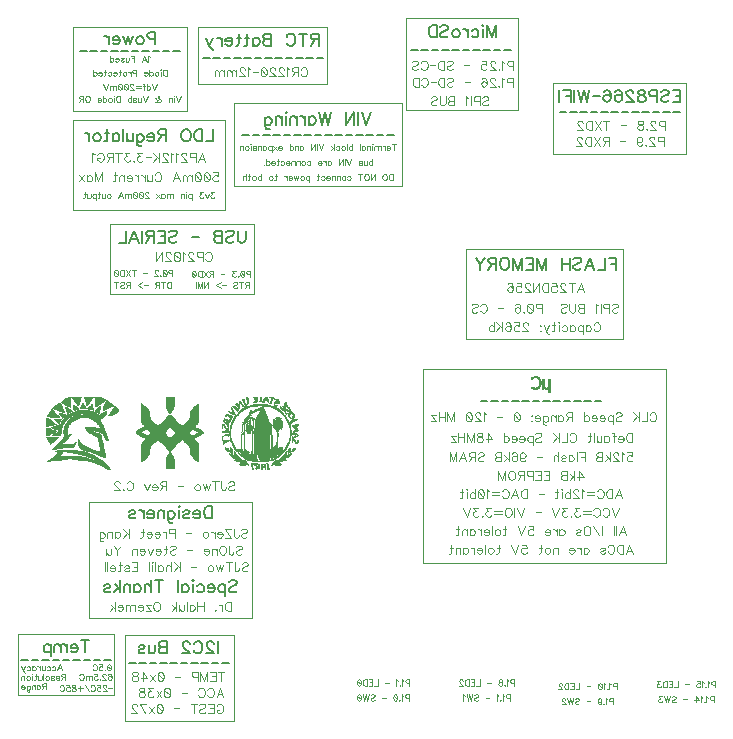
<source format=gbr>
%TF.GenerationSoftware,Novarm,DipTrace,3.2.0.1*%
%TF.CreationDate,2018-06-28T18:28:38-08:00*%
%FSLAX26Y26*%
%MOIN*%
%TF.FileFunction,Legend,Bot*%
%TF.Part,Single*%
%ADD12C,0.003*%
%ADD13C,0.002625*%
%ADD138C,0.003088*%
%ADD139C,0.006176*%
%ADD140C,0.004632*%
G75*
G01*
%LPD*%
X1015562Y2834324D2*
D12*
X1446715D1*
Y2643727D1*
X1015562D1*
Y2834324D1*
X599082Y2524950D2*
X1105331D1*
Y2225021D1*
X599082D1*
Y2524950D1*
X598523Y2834324D2*
X979734D1*
Y2556236D1*
X598523D1*
Y2834324D1*
X1709188Y2865579D2*
X2081024D1*
Y2559361D1*
X1709188D1*
Y2865579D1*
X2199761Y2649977D2*
X2643465D1*
Y2412502D1*
X2199761D1*
Y2649977D1*
X722902Y2178151D2*
X1202979D1*
Y1943801D1*
X722902D1*
Y2178151D1*
X1909173Y2093789D2*
X2434118D1*
Y1793701D1*
X1909173D1*
Y2093789D1*
X1765432Y1696823D2*
X2574722D1*
Y1050145D1*
X1765432D1*
Y1696823D1*
X415574Y812670D2*
X737415D1*
Y609566D1*
X415574D1*
Y812670D1*
X772003Y809347D2*
X1134370D1*
Y522049D1*
X772003D1*
Y809347D1*
X1134340Y2581181D2*
X1696840D1*
Y2306181D1*
X1134340D1*
Y2581181D1*
X652481Y1253076D2*
X1196232D1*
Y865576D1*
X652481D1*
Y1253076D1*
X2134390Y1671357D2*
D13*
X2144889D1*
X2131227Y1670045D2*
X2147413D1*
X2128565Y1668732D2*
X2149479D1*
X2127340Y1667420D2*
X2151167D1*
X2126899Y1666108D2*
X2133078D1*
X2144631D2*
X2152598D1*
X2126662Y1664795D2*
X2130453D1*
X2146705D2*
X2153765D1*
X2126516Y1663483D2*
X2127828D1*
X2148406D2*
X2154617D1*
X2149718Y1662171D2*
X2155236D1*
X2150636Y1660858D2*
X2155768D1*
X2163261D2*
X2168511D1*
X2182946D2*
X2188196D1*
X2151283Y1659546D2*
X2156203D1*
X2163261D2*
X2168511D1*
X2182946D2*
X2188196D1*
X2151825Y1658234D2*
X2156515D1*
X2163261D2*
X2168511D1*
X2182946D2*
X2188196D1*
X2152259Y1656921D2*
X2156818D1*
X2163261D2*
X2168511D1*
X2182946D2*
X2188196D1*
X2152526Y1655609D2*
X2157193D1*
X2163261D2*
X2168511D1*
X2182946D2*
X2188196D1*
X2152662Y1654297D2*
X2157554D1*
X2163261D2*
X2168511D1*
X2182946D2*
X2188196D1*
X2152723Y1652984D2*
X2157793D1*
X2163261D2*
X2168511D1*
X2182946D2*
X2188196D1*
X2152748Y1651672D2*
X2157918D1*
X2163261D2*
X2168511D1*
X2182946D2*
X2188196D1*
X2152757Y1650360D2*
X2157975D1*
X2163261D2*
X2168511D1*
X2182946D2*
X2188196D1*
X2152761Y1649047D2*
X2157993D1*
X2163261D2*
X2168511D1*
X2182946D2*
X2188196D1*
X2152762Y1647735D2*
X2157956D1*
X2163261D2*
X2168511D1*
X2182946D2*
X2188196D1*
X2152757Y1646423D2*
X2157792D1*
X2163261D2*
X2168511D1*
X2182946D2*
X2188196D1*
X2152711Y1645110D2*
X2157479D1*
X2163261D2*
X2168511D1*
X2182946D2*
X2188196D1*
X2152539Y1643798D2*
X2157137D1*
X2163261D2*
X2168511D1*
X2182946D2*
X2188196D1*
X2152179Y1642486D2*
X2156863D1*
X2163261D2*
X2168511D1*
X2182946D2*
X2188196D1*
X2151670Y1641173D2*
X2156569D1*
X2163261D2*
X2168516D1*
X2182946D2*
X2188196D1*
X2151070Y1639861D2*
X2156147D1*
X2163261D2*
X2168567D1*
X2182941D2*
X2188196D1*
X2150337Y1638549D2*
X2155574D1*
X2163261D2*
X2168786D1*
X2182890D2*
X2188196D1*
X2149451Y1637236D2*
X2154845D1*
X2163251D2*
X2169195D1*
X2182767D2*
X2188196D1*
X2126516Y1635924D2*
X2129141D1*
X2147266D2*
X2153972D1*
X2163159D2*
X2170426D1*
X2182160D2*
X2188196D1*
X2126576Y1634612D2*
X2132972D1*
X2143651D2*
X2152959D1*
X2162944D2*
X2172566D1*
X2180055D2*
X2188196D1*
X2126716Y1633299D2*
X2137899D1*
X2138226D2*
X2151681D1*
X2162236D2*
X2176032D1*
X2176669D2*
X2188196D1*
X2127421Y1631987D2*
X2150021D1*
X2161569D2*
X2188196D1*
X2129438Y1630675D2*
X2147880D1*
X2161047D2*
X2167198D1*
X2169823D2*
X2188196D1*
X2132317Y1629362D2*
X2145213D1*
X2162050D2*
X2165886D1*
X2172448D2*
X2180322D1*
X2182946D2*
X2188196D1*
X2135702Y1628050D2*
X2142264D1*
X2163261D2*
X2164574D1*
X2175072D2*
X2177697D1*
X2182946D2*
X2188196D1*
X2182946Y1626738D2*
X2188196D1*
X2182946Y1625425D2*
X2188196D1*
X2182946Y1624113D2*
X2188196D1*
X2182946Y1622801D2*
X2188196D1*
X2182946Y1621488D2*
X2188196D1*
X2182946Y1620176D2*
X2188196D1*
X2182946Y1618864D2*
X2188196D1*
X2182946Y1617551D2*
X2188196D1*
X907701Y1600201D2*
D12*
X934701D1*
X907701Y1597201D2*
X934701D1*
X907701Y1594201D2*
X934701D1*
X907701Y1591201D2*
X934701D1*
X907701Y1588201D2*
X934701D1*
X907701Y1585201D2*
X934701D1*
X826701Y1582201D2*
D3*
X907701D2*
X934701D1*
X1015701D2*
D3*
X826701Y1579201D2*
X829701D1*
X907701D2*
X934701D1*
X1012701D2*
X1015701D1*
X826701Y1576201D2*
X832701D1*
X907701D2*
X934701D1*
X1009701D2*
X1015701D1*
X826701Y1573201D2*
X835701D1*
X907713D2*
X934689D1*
X1006701D2*
X1015701D1*
X826701Y1570201D2*
X838701D1*
X907830D2*
X934572D1*
X1003701D2*
X1015701D1*
X826701Y1567201D2*
X841701D1*
X908318D2*
X934073D1*
X1000701D2*
X1015701D1*
X826701Y1564201D2*
X844689D1*
X909430D2*
X932866D1*
X997713D2*
X1015701D1*
X826701Y1561201D2*
X847572D1*
X911035D2*
X930985D1*
X994830D2*
X1015701D1*
X826701Y1558201D2*
X850073D1*
X912826D2*
X928859D1*
X992329D2*
X1015701D1*
X826701Y1555201D2*
X851855D1*
X914838D2*
X926814D1*
X990547D2*
X1015701D1*
X826701Y1552201D2*
X852867D1*
X917183D2*
X924793D1*
X989535D2*
X1015701D1*
X826701Y1549201D2*
X853357D1*
X919701D2*
X922701D1*
X989045D2*
X1015701D1*
X826701Y1546201D2*
X853568D1*
X988834D2*
X1015701D1*
X826701Y1543201D2*
X853652D1*
X919701D2*
X922701D1*
X988750D2*
X1015701D1*
X826701Y1540201D2*
X853696D1*
X916701D2*
X925701D1*
X988706D2*
X1015701D1*
X826701Y1537201D2*
X853824D1*
X913701D2*
X928701D1*
X988578D2*
X1015701D1*
X826701Y1534201D2*
X854328D1*
X910701D2*
X931701D1*
X988074D2*
X1015701D1*
X826701Y1531201D2*
X855547D1*
X907701D2*
X934701D1*
X986855D2*
X1015701D1*
X826701Y1528201D2*
X857534D1*
X904701D2*
X937701D1*
X984868D2*
X1015701D1*
X826713Y1525201D2*
X860045D1*
X901701D2*
X940701D1*
X982357D2*
X1015689D1*
X826830Y1522201D2*
X862834D1*
X898701D2*
X943701D1*
X979568D2*
X1015572D1*
X827329Y1519201D2*
X865750D1*
X895701D2*
X946701D1*
X976652D2*
X1015073D1*
X828547Y1516201D2*
X868718D1*
X892701D2*
X949701D1*
X973684D2*
X1013855D1*
X830535Y1513201D2*
X871707D1*
X889701D2*
X952701D1*
X970695D2*
X1011879D1*
X833044Y1510201D2*
X874701D1*
X886701D2*
X955701D1*
X967701D2*
X1009483D1*
X835825Y1507201D2*
X1007158D1*
X838701Y1504201D2*
X1005270D1*
X832046Y1501201D2*
X1003701D1*
X825239Y1498201D2*
X916701D1*
X925701D2*
X1012345D1*
X819049Y1495201D2*
X913701D1*
X928701D2*
X1019554D1*
X814002Y1492201D2*
X832947D1*
X850701D2*
X910701D1*
X931701D2*
X991701D1*
X1005384D2*
X1025079D1*
X809870Y1489201D2*
X827879D1*
X853701D2*
X907701D1*
X934701D2*
X988701D1*
X1011328D2*
X1029462D1*
X807935Y1486201D2*
X823931D1*
X856701D2*
X904701D1*
X937701D2*
X985701D1*
X1015685D2*
X1031444D1*
X808030Y1483201D2*
X820701D1*
X859701D2*
X901701D1*
X940701D2*
X982701D1*
X1017670D2*
X1031365D1*
X810428Y1480201D2*
X827804D1*
X856701D2*
X904701D1*
X937701D2*
X985701D1*
X1012405D2*
X1028971D1*
X814238Y1477201D2*
X835909D1*
X853701D2*
X907701D1*
X934701D2*
X988701D1*
X1006701D2*
X1025174D1*
X819716Y1474201D2*
X844701D1*
X850701D2*
X910701D1*
X931701D2*
X1019812D1*
X826600Y1471201D2*
X913701D1*
X928701D2*
X1013391D1*
X834124Y1468201D2*
X1006893D1*
X841701Y1465201D2*
X1000701D1*
X838701Y1462201D2*
X1003701D1*
X835713Y1459201D2*
X877701D1*
X883701D2*
X958701D1*
X964701D2*
X1006689D1*
X832830Y1456201D2*
X874701D1*
X886701D2*
X955701D1*
X967701D2*
X1009572D1*
X830329Y1453201D2*
X871701D1*
X889701D2*
X952701D1*
X970701D2*
X1012073D1*
X828547Y1450201D2*
X868701D1*
X892701D2*
X949701D1*
X973701D2*
X1013855D1*
X827535Y1447201D2*
X865701D1*
X895701D2*
X946701D1*
X976701D2*
X1014867D1*
X827045Y1444201D2*
X862713D1*
X898701D2*
X943701D1*
X979689D2*
X1015357D1*
X826834Y1441201D2*
X859830D1*
X901701D2*
X940701D1*
X982572D2*
X1015568D1*
X826750Y1438201D2*
X857329D1*
X904701D2*
X937701D1*
X985073D2*
X1015652D1*
X826718Y1435201D2*
X855547D1*
X907701D2*
X934701D1*
X986855D2*
X1015684D1*
X826707Y1432201D2*
X854535D1*
X910701D2*
X931701D1*
X987867D2*
X1015695D1*
X826703Y1429201D2*
X854045D1*
X913701D2*
X928701D1*
X988357D2*
X1015699D1*
X826702Y1426201D2*
X853834D1*
X916701D2*
X925701D1*
X988568D2*
X1015700D1*
X826701Y1423201D2*
X853750D1*
X919701D2*
X922701D1*
X988652D2*
X1015701D1*
X826701Y1420201D2*
X853706D1*
X988696D2*
X1015701D1*
X826701Y1417201D2*
X853578D1*
X919701D2*
X922701D1*
X988824D2*
X1015701D1*
X826701Y1414201D2*
X853074D1*
X918086D2*
X924316D1*
X989328D2*
X1015701D1*
X826701Y1411201D2*
X851855D1*
X915959D2*
X926443D1*
X990547D2*
X1015701D1*
X826701Y1408201D2*
X849868D1*
X913512D2*
X928890D1*
X992534D2*
X1015701D1*
X826701Y1405201D2*
X847357D1*
X911205D2*
X931197D1*
X995045D2*
X1015701D1*
X826701Y1402201D2*
X844568D1*
X909502D2*
X932900D1*
X997834D2*
X1015701D1*
X826701Y1399201D2*
X841652D1*
X908518D2*
X933884D1*
X1000750D2*
X1015701D1*
X826701Y1396201D2*
X838684D1*
X908040D2*
X934362D1*
X1003718D2*
X1015701D1*
X826701Y1393201D2*
X835695D1*
X907832D2*
X934570D1*
X1006707D2*
X1015701D1*
X826701Y1390201D2*
X832699D1*
X907749D2*
X934653D1*
X1009703D2*
X1015701D1*
X826701Y1387201D2*
X829701D1*
X907718D2*
X934684D1*
X1012701D2*
X1015701D1*
X907707Y1384201D2*
X934695D1*
X907703Y1381201D2*
X934699D1*
X907702Y1378201D2*
X934700D1*
X907701Y1375201D2*
X934701D1*
X907701Y1372201D2*
X934701D1*
X907701Y1369201D2*
X934701D1*
X907701Y1366201D2*
X934701D1*
X593201Y1603201D2*
X626201D1*
X635201D2*
X680201D1*
X584802Y1600201D2*
X625164D1*
X636238D2*
X665315D1*
X671201D2*
X688611D1*
X577177Y1597201D2*
X590201D1*
X596189D2*
X624165D1*
X637237D2*
X662700D1*
X671201D2*
X696354D1*
X570785Y1594201D2*
X590201D1*
X599084D2*
X623214D1*
X638199D2*
X660419D1*
X671201D2*
X703253D1*
X565968Y1591201D2*
X590201D1*
X601701D2*
X622190D1*
X639317D2*
X658200D1*
X671201D2*
X709347D1*
X562694Y1588201D2*
X590201D1*
X603983D2*
X621183D1*
X640601D2*
X655829D1*
X671201D2*
X701676D1*
X707779D2*
X714733D1*
X554201Y1585201D2*
D3*
X560201D2*
X590201D1*
X606214D2*
X620221D1*
X641898D2*
X653491D1*
X671213D2*
X696526D1*
X705919D2*
X719642D1*
X549702Y1582201D2*
X557201D1*
X565164D2*
X590201D1*
X608688D2*
X619178D1*
X629201D2*
X632201D1*
X642974D2*
X651363D1*
X671318D2*
X691696D1*
X704532D2*
X724186D1*
X545456Y1579201D2*
X558238D1*
X570165D2*
X590201D1*
X611394D2*
X618145D1*
X628164D2*
X633341D1*
X643683D2*
X649310D1*
X659201D2*
X662201D1*
X671703D2*
X687055D1*
X703314D2*
X728087D1*
X541312Y1576201D2*
X559237D1*
X575212D2*
X590201D1*
X599201D2*
X602201D1*
X614201D2*
X617201D1*
X627165D2*
X634630D1*
X644201D2*
X647201D1*
X657586D2*
X662315D1*
X672446D2*
X682575D1*
X702229D2*
X730963D1*
X537455Y1573201D2*
X560199D1*
X580174D2*
X590201D1*
X599201D2*
X605653D1*
X626212D2*
X636033D1*
X655447D2*
X662700D1*
X673339D2*
X678302D1*
X701240D2*
X733113D1*
X534236Y1570201D2*
X561317D1*
X585143D2*
X590201D1*
X599201D2*
X609283D1*
X625174D2*
X637568D1*
X652884D2*
X663419D1*
X674201D2*
D3*
X689201D2*
D3*
X700211D2*
X727397D1*
X737201D2*
X740201D1*
X531647Y1567201D2*
X562613D1*
X572201D2*
X575201D1*
X590201D2*
D3*
X599224D2*
X612604D1*
X624143D2*
X639300D1*
X650085D2*
X664188D1*
X683802D2*
X689201D1*
X699304D2*
X720547D1*
X734665D2*
X743075D1*
X529290Y1564201D2*
X564014D1*
X573598D2*
X581078D1*
X599453D2*
X615149D1*
X623201D2*
X641201D1*
X647201D2*
X664711D1*
X679162D2*
X688737D1*
X698722D2*
X713043D1*
X732408D2*
X745573D1*
X526862Y1561201D2*
X530201D1*
X539201D2*
X565467D1*
X574565D2*
X586612D1*
X599998D2*
X617201D1*
X650201D2*
X664990D1*
X675618D2*
X687994D1*
X698406D2*
X705542D1*
X730197D2*
X747637D1*
X524513Y1558201D2*
X532737D1*
X548201D2*
X566871D1*
X575395D2*
X591586D1*
X602336D2*
X605201D1*
X614201D2*
X653201D1*
X665201D2*
X665123D1*
X673133D2*
X687205D1*
X698201D2*
D3*
X727828D2*
X748479D1*
X522456Y1555201D2*
X534994D1*
X557201D2*
X568115D1*
X576412D2*
X596201D1*
X605201D2*
X665201D1*
X671201D2*
X686565D1*
X710201D2*
D3*
X725489D2*
X748103D1*
X520669Y1552201D2*
X537217D1*
X566201D2*
X569201D1*
X577630D2*
X590201D1*
X596201D2*
X671201D1*
X677201D2*
X685822D1*
X702304D2*
X710201D1*
X723335D2*
X745582D1*
X519036Y1549201D2*
X539691D1*
X551201D2*
X560201D1*
X578788D2*
X584201D1*
X590201D2*
X677201D1*
X683201D2*
X684664D1*
X695409D2*
X709061D1*
X721165D2*
X739865D1*
X517475Y1546201D2*
X542413D1*
X552804D2*
X567982D1*
X579715D2*
X623201D1*
X632201D2*
X683201D1*
X689201D2*
X707760D1*
X718754D2*
X732848D1*
X515874Y1543201D2*
X545285D1*
X554837D2*
X575201D1*
X579151D2*
X605201D1*
X617201D2*
X706238D1*
X716201D2*
X725201D1*
X514116Y1540201D2*
X548232D1*
X557019D2*
X572201D1*
X578201D2*
X596676D1*
X605201D2*
X692201D1*
X698201D2*
X704176D1*
X512201Y1537201D2*
X551212D1*
X559107D2*
X591537D1*
X599676D2*
X695201D1*
X701201D2*
X701108D1*
X530201Y1534201D2*
X554201D1*
X561252D2*
X586814D1*
X594549D2*
X697047D1*
X509201Y1531201D2*
X515201D1*
X563652D2*
X563201D1*
X569201D2*
X582557D1*
X589931D2*
X614917D1*
X656087D2*
X693506D1*
X509201Y1528201D2*
X519702D1*
X536201D2*
X560201D1*
X566201D2*
X578835D1*
X586056D2*
X607664D1*
X661679D2*
X689734D1*
X509201Y1525201D2*
X524444D1*
X539201D2*
X557201D1*
X563201D2*
X575578D1*
X583041D2*
X601878D1*
X666737D2*
X688240D1*
X509201Y1522201D2*
X529160D1*
X542213D2*
X572813D1*
X580460D2*
X597378D1*
X671086D2*
X689780D1*
X509201Y1519201D2*
X533584D1*
X545306D2*
X554201D1*
X560201D2*
X570573D1*
X577941D2*
X593689D1*
X674626D2*
X691444D1*
X509201Y1516201D2*
X537309D1*
X548577D2*
X554201D1*
X560201D2*
X568713D1*
X575644D2*
X590499D1*
X677580D2*
X693274D1*
X509201Y1513201D2*
X540041D1*
X551857D2*
X567051D1*
X573859D2*
X587778D1*
X680313D2*
X695145D1*
X509201Y1510201D2*
X542201D1*
X554724D2*
X565490D1*
X572508D2*
X585571D1*
X682810D2*
X696708D1*
X509201Y1507201D2*
X525607D1*
X548201D2*
X551201D1*
X557201D2*
X563975D1*
X571317D2*
X583813D1*
X685002D2*
X697971D1*
X509201Y1504201D2*
D3*
X537420D2*
X562574D1*
X570331D2*
X582443D1*
X687080D2*
X699227D1*
X527201Y1501201D2*
X561463D1*
X569621D2*
X581325D1*
X638201D2*
X674201D1*
X689201D2*
X700567D1*
X509201Y1498201D2*
X518201D1*
X533201D2*
X560788D1*
X568930D2*
X580243D1*
X639712D2*
X701897D1*
X509201Y1495201D2*
X527201D1*
X539201D2*
X548201D1*
X553949D2*
X560437D1*
X568073D2*
X579315D1*
X641075D2*
X703078D1*
X509201Y1492201D2*
X539201D1*
X548201D2*
D3*
X553381D2*
X560181D1*
X567247D2*
X578728D1*
X642741D2*
X657289D1*
X664062D2*
X704121D1*
X509201Y1489201D2*
X542201D1*
X550617D2*
X559737D1*
X566714D2*
X578426D1*
X645039D2*
X662583D1*
X679227D2*
X705186D1*
X509201Y1486201D2*
X537586D1*
X546584D2*
X558996D1*
X566534D2*
X578290D1*
X648139D2*
X669373D1*
X688772D2*
X706209D1*
X509201Y1483201D2*
X532447D1*
X541772D2*
X558218D1*
X566786D2*
X578234D1*
X652293D2*
X676950D1*
X695066D2*
X707175D1*
X509201Y1480201D2*
X526884D1*
X537117D2*
X551201D1*
X557201D2*
X557690D1*
X567451D2*
X578212D1*
X657671D2*
X683609D1*
X697189D2*
X708207D1*
X509201Y1477201D2*
X521085D1*
X533340D2*
X551201D1*
X557201D2*
X557395D1*
X568188D2*
X578201D1*
X587201D2*
X593201D1*
X664032D2*
X688790D1*
X698810D2*
X709217D1*
X509201Y1474201D2*
X515201D1*
X530201D2*
X557201D1*
X568586D2*
X590201D1*
X670404D2*
X690878D1*
X700069D2*
X710190D1*
X568640Y1471201D2*
X587201D1*
X675556D2*
X691707D1*
X701149D2*
X711313D1*
X509201Y1468201D2*
X548201D1*
X567340D2*
X584201D1*
X679559D2*
X692454D1*
X702431D2*
X712602D1*
X511061Y1465201D2*
X546472D1*
X565353D2*
X581201D1*
X681333D2*
X693327D1*
X704282D2*
X713926D1*
X512784Y1462201D2*
X543949D1*
X562850D2*
X578201D1*
X617201D2*
D3*
X682375D2*
X694167D1*
X706963D2*
X715135D1*
X514484Y1459201D2*
X540666D1*
X560066D2*
X575201D1*
X617201D2*
X620201D1*
X682975D2*
X694817D1*
X710201D2*
X716201D1*
X516316Y1456201D2*
X537090D1*
X557151D2*
X572201D1*
X617201D2*
X620676D1*
X683569D2*
X695485D1*
X518275Y1453201D2*
X533645D1*
X554184D2*
X569201D1*
X617201D2*
X621537D1*
X684371D2*
X696334D1*
X520198Y1450201D2*
X530396D1*
X551195D2*
X566201D1*
X605201D2*
X608201D1*
X617201D2*
X622825D1*
X685172D2*
X697156D1*
X522152Y1447201D2*
X527274D1*
X548199D2*
X563201D1*
X602201D2*
X607049D1*
X617201D2*
X624698D1*
X685718D2*
X697712D1*
X524201Y1444201D2*
D3*
X545200D2*
X605655D1*
X617213D2*
X627580D1*
X686105D2*
X698103D1*
X542201Y1441201D2*
X603877D1*
X617330D2*
X631924D1*
X686616D2*
X698615D1*
X539201Y1438201D2*
X601648D1*
X617865D2*
X637865D1*
X687387D2*
X699387D1*
X536201Y1435201D2*
X599201D1*
X618906D2*
X644916D1*
X688177D2*
X700189D1*
X533201Y1432201D2*
X554201D1*
X622662D2*
X652473D1*
X688719D2*
X700825D1*
X530201Y1429201D2*
X533201D1*
X628424D2*
X660399D1*
X689114D2*
X701488D1*
X548201Y1426201D2*
X605201D1*
X635980D2*
X668755D1*
X689706D2*
X702334D1*
X539201Y1423201D2*
X619369D1*
X644434D2*
X677417D1*
X690786D2*
X703157D1*
X542201Y1420201D2*
X631730D1*
X653154D2*
X686201D1*
X692201D2*
X703712D1*
X545201Y1417201D2*
X563665D1*
X588180D2*
X642107D1*
X661708D2*
X704103D1*
X548201Y1414201D2*
X561409D1*
X607429D2*
X650763D1*
X669870D2*
X704615D1*
X544164Y1411201D2*
X559193D1*
X622900D2*
X658143D1*
X677713D2*
X705388D1*
X540165Y1408201D2*
X556764D1*
X635003D2*
X664764D1*
X685443D2*
X706185D1*
X536203Y1405201D2*
X620201D1*
X644873D2*
X670923D1*
X693256D2*
X706761D1*
X532085Y1402201D2*
X635388D1*
X653677D2*
X676632D1*
X701201D2*
X707201D1*
X527801Y1399201D2*
X650201D1*
X662201D2*
X681834D1*
X523504Y1396201D2*
X568091D1*
X606295D2*
X662201D1*
X668201D2*
X686590D1*
X519428Y1393201D2*
X548261D1*
X625939D2*
X690959D1*
X515719Y1390201D2*
X531067D1*
X642235D2*
X695078D1*
X512201Y1387201D2*
X515201D1*
X655480D2*
X699159D1*
X666497Y1384201D2*
X703087D1*
X675950Y1381201D2*
X706674D1*
X684122Y1378201D2*
X709965D1*
X691284Y1375201D2*
X712995D1*
X697828Y1372201D2*
X715666D1*
X704059Y1369201D2*
X717944D1*
X710152Y1366201D2*
X720059D1*
X716201Y1363201D2*
X722201D1*
X1198701Y1603201D2*
X1213701D1*
X1222701D2*
X1225701D1*
X1231701D2*
D3*
X1240701D2*
X1246701D1*
X1255701D2*
X1261701D1*
X1174701Y1600201D2*
X1180701D1*
X1199973D2*
X1198701D1*
X1208804D2*
X1212328D1*
X1222689D2*
X1225701D1*
X1238167D2*
X1246815D1*
X1252701D2*
X1266482D1*
X1175841Y1597201D2*
X1181165D1*
X1204909D2*
X1211581D1*
X1222575D2*
X1225701D1*
X1235936D2*
X1247200D1*
X1261701D2*
X1270701D1*
X1276701D2*
D3*
X1162701Y1594201D2*
X1168701D1*
X1177118D2*
X1181908D1*
X1204473D2*
X1211319D1*
X1222111D2*
X1225701D1*
X1233836D2*
X1247919D1*
X1259841D2*
X1261701D1*
X1270701D2*
X1282701D1*
X1156701Y1591201D2*
D3*
X1163841D2*
X1169167D1*
X1178407D2*
X1182685D1*
X1207701D2*
X1212360D1*
X1221086D2*
X1225701D1*
X1231701D2*
X1238253D1*
X1243358D2*
X1248696D1*
X1258121D2*
X1261235D1*
X1279701D2*
X1284086D1*
X1153931Y1588201D2*
X1156701D1*
X1165130D2*
X1169936D1*
X1179478D2*
X1183187D1*
X1202920D2*
X1213701D1*
X1219701D2*
X1236305D1*
X1246055D2*
X1249265D1*
X1256436D2*
X1260466D1*
X1274521D2*
X1284951D1*
X1151879Y1585201D2*
X1158675D1*
X1166558D2*
X1170836D1*
X1180184D2*
X1183220D1*
X1198701D2*
X1210701D1*
X1234701D2*
D3*
X1249181D2*
X1249701D1*
X1254639D2*
X1259566D1*
X1270442D2*
X1285409D1*
X1306701D2*
X1309701D1*
X1141701Y1582201D2*
X1144701D1*
X1151204D2*
X1160782D1*
X1168349D2*
X1171701D1*
X1180701D2*
X1182780D1*
X1252701D2*
X1258701D1*
X1268862D2*
X1270701D1*
X1303953D2*
X1309824D1*
X1138701Y1579201D2*
X1144701D1*
X1150701D2*
X1153701D1*
X1159701D2*
X1163211D1*
X1170608D2*
X1179733D1*
X1201701D2*
X1243701D1*
X1268882D2*
X1270701D1*
X1303237D2*
X1310290D1*
X1141689Y1576201D2*
X1153701D1*
X1160973D2*
X1165902D1*
X1175328D2*
X1175406D1*
X1191917D2*
X1222672D1*
X1222627D2*
X1253485D1*
X1270995D2*
X1279701D1*
X1303701D2*
X1311316D1*
X1129701Y1573201D2*
X1135701D1*
X1144575D2*
X1153701D1*
X1162805D2*
X1170547D1*
X1183407D2*
X1205123D1*
X1239898D2*
X1261995D1*
X1273701D2*
X1275482D1*
X1299107D2*
X1312701D1*
X1131316Y1570201D2*
X1138200D1*
X1147111D2*
X1153678D1*
X1165473D2*
X1165701D1*
X1176360D2*
X1191981D1*
X1228701D2*
X1231701D1*
X1252691D2*
X1269042D1*
X1288701D2*
D3*
X1294701D2*
X1308857D1*
X1126701Y1567201D2*
D3*
X1133455D2*
X1141233D1*
X1149086D2*
X1153455D1*
X1170515D2*
X1182493D1*
X1224759D2*
X1232841D1*
X1262035D2*
X1274887D1*
X1289146D2*
X1291701D1*
X1300701D2*
X1305982D1*
X1312701D2*
X1318701D1*
X1125535Y1564201D2*
X1129701D1*
X1136019D2*
X1144701D1*
X1150701D2*
X1152928D1*
X1165495D2*
X1175313D1*
X1218788D2*
X1234118D1*
X1269184D2*
X1279907D1*
X1290658D2*
X1303701D1*
X1317295D2*
X1320121D1*
X1125848Y1561201D2*
X1130841D1*
X1138825D2*
X1150709D1*
X1161123D2*
X1169426D1*
X1210752D2*
X1235418D1*
X1274979D2*
X1284279D1*
X1293952D2*
X1312701D1*
X1321701D2*
X1321311D1*
X1127637Y1558201D2*
X1132130D1*
X1141744D2*
X1147831D1*
X1157346D2*
X1164554D1*
X1189701D2*
X1192701D1*
X1201701D2*
X1216387D1*
X1223176D2*
X1236586D1*
X1279952D2*
X1288056D1*
X1297701D2*
D3*
X1303827D2*
X1322618D1*
X1114701Y1555201D2*
X1117701D1*
X1129701D2*
X1133533D1*
X1144701D2*
D3*
X1153969D2*
X1160528D1*
X1188561D2*
X1207367D1*
X1221026D2*
X1237636D1*
X1284298D2*
X1291433D1*
X1304328D2*
X1303701D1*
X1315701D2*
X1325749D1*
X1119546Y1552201D2*
X1135068D1*
X1150805D2*
X1157040D1*
X1187272D2*
X1199692D1*
X1219196D2*
X1238793D1*
X1288063D2*
X1294597D1*
X1305536D2*
X1306701D1*
X1321701D2*
X1329310D1*
X1111701Y1549201D2*
D3*
X1125952D2*
X1136800D1*
X1147739D2*
X1153831D1*
X1185879D2*
X1194100D1*
X1217546D2*
X1240092D1*
X1291436D2*
X1297651D1*
X1307455D2*
X1332415D1*
X1109850Y1546201D2*
X1114701D1*
X1133577D2*
X1138701D1*
X1144726D2*
X1150749D1*
X1184422D2*
X1190104D1*
X1215988D2*
X1241406D1*
X1294598D2*
X1300570D1*
X1309701D2*
D3*
X1315701D2*
X1321701D1*
X1329985D2*
X1334912D1*
X1108217Y1543201D2*
X1120536D1*
X1141823D2*
X1147729D1*
X1182930D2*
X1186701D1*
X1214462D2*
X1242581D1*
X1297651D2*
X1303185D1*
X1315713D2*
X1318701D1*
X1331729D2*
X1335822D1*
X1106858Y1540201D2*
X1108701D1*
X1115253D2*
X1125016D1*
X1139176D2*
X1144824D1*
X1181317D2*
X1192701D1*
X1212947D2*
X1243623D1*
X1300570D2*
X1305364D1*
X1315877D2*
X1315701D1*
X1331513D2*
X1336206D1*
X1105701Y1537201D2*
X1108701D1*
X1116305D2*
X1117701D1*
X1123578D2*
X1128409D1*
X1137026D2*
X1142214D1*
X1179314D2*
X1183701D1*
X1211364D2*
X1244686D1*
X1303185D2*
X1307214D1*
X1316299D2*
X1318701D1*
X1329749D2*
X1335968D1*
X1117701Y1534201D2*
D3*
X1123112D2*
X1127551D1*
X1135196D2*
X1140037D1*
X1176527D2*
X1193076D1*
X1209613D2*
X1245710D1*
X1276701D2*
X1282701D1*
X1305364D2*
X1308961D1*
X1318856D2*
X1321701D1*
X1327701D2*
X1335036D1*
X1102701Y1531201D2*
D3*
X1122086D2*
X1126176D1*
X1133546D2*
X1138188D1*
X1172859D2*
X1201701D1*
X1207701D2*
X1246687D1*
X1273701D2*
X1291701D1*
X1307202D2*
X1310799D1*
X1325656D2*
X1333701D1*
X1342701D2*
D3*
X1101328Y1528201D2*
X1111701D1*
X1120701D2*
X1124616D1*
X1131988D2*
X1136441D1*
X1168701D2*
X1183701D1*
X1189701D2*
D3*
X1195111D2*
X1247812D1*
X1264701D2*
X1270701D1*
X1276701D2*
X1288701D1*
X1308855D2*
X1312683D1*
X1333701D2*
X1345701D1*
X1100337Y1525201D2*
X1123121D1*
X1130462D2*
X1134606D1*
X1170295D2*
X1180701D1*
X1186701D2*
X1189701D1*
X1196866D2*
X1198701D1*
X1204701D2*
X1249123D1*
X1265153D2*
X1292137D1*
X1310414D2*
X1314309D1*
X1327701D2*
X1340094D1*
X1100472Y1522201D2*
X1102701D1*
X1108701D2*
X1121823D1*
X1128957D2*
X1132744D1*
X1171701D2*
X1189237D1*
X1197871D2*
X1198701D1*
X1204701D2*
X1250649D1*
X1265791D2*
X1295168D1*
X1311939D2*
X1315701D1*
X1321701D2*
X1333906D1*
X1102385Y1519201D2*
X1115165D1*
X1120701D2*
D3*
X1127463D2*
X1131187D1*
X1162701D2*
X1180701D1*
X1186701D2*
X1188517D1*
X1198358D2*
X1198701D1*
X1204701D2*
X1252653D1*
X1266184D2*
X1296454D1*
X1313445D2*
X1328582D1*
X1106558Y1516201D2*
X1115897D1*
X1126070D2*
X1129940D1*
X1165111D2*
X1172291D1*
X1177689D2*
X1187969D1*
X1198569D2*
X1198701D1*
X1204701D2*
X1255413D1*
X1265967D2*
X1297163D1*
X1314939D2*
X1324446D1*
X1110792Y1513201D2*
X1116568D1*
X1124961D2*
X1128780D1*
X1162701D2*
D3*
X1166866D2*
X1170536D1*
X1177584D2*
X1180701D1*
X1186701D2*
X1187895D1*
X1198653D2*
X1198701D1*
X1204701D2*
X1258701D1*
X1265369D2*
X1297476D1*
X1316344D2*
X1323018D1*
X1096701Y1510201D2*
X1102701D1*
X1114701D2*
X1116711D1*
X1124276D2*
X1127717D1*
X1162701D2*
D3*
X1167871D2*
X1169531D1*
X1177201D2*
X1180701D1*
X1186701D2*
X1190007D1*
X1198685D2*
X1198701D1*
X1204701D2*
X1255701D1*
X1264701D2*
X1297505D1*
X1317558D2*
X1322256D1*
X1348701D2*
D3*
X1096701Y1507201D2*
X1104097D1*
X1111701D2*
X1116271D1*
X1123831D2*
X1126735D1*
X1162701D2*
D3*
X1168358D2*
X1169044D1*
X1176483D2*
X1192701D1*
X1198701D2*
D3*
X1204701D2*
X1297162D1*
X1318614D2*
X1321928D1*
X1327701D2*
X1348701D1*
X1096701Y1504201D2*
D3*
X1102850D2*
X1105024D1*
X1113295D2*
X1115630D1*
X1123298D2*
X1125710D1*
X1162701D2*
D3*
X1168569D2*
X1168833D1*
X1175714D2*
X1198701D1*
X1204689D2*
X1258701D1*
X1265291D2*
X1296347D1*
X1319672D2*
X1321897D1*
X1330264D2*
X1345514D1*
X1096701Y1501201D2*
D3*
X1103205D2*
X1105701D1*
X1114701D2*
X1115159D1*
X1122519D2*
X1124803D1*
X1162701D2*
D3*
X1168653D2*
X1168749D1*
X1175188D2*
X1198578D1*
X1204575D2*
X1258701D1*
X1266548D2*
X1295113D1*
X1320591D2*
X1322228D1*
X1333598D2*
X1342701D1*
X1096701Y1498201D2*
D3*
X1105059D2*
X1114901D1*
X1121726D2*
X1124224D1*
X1162701D2*
D3*
X1168684D2*
X1168717D1*
X1174894D2*
X1198112D1*
X1204111D2*
X1258701D1*
X1268637D2*
X1293521D1*
X1321176D2*
X1322928D1*
X1337910D2*
X1345493D1*
X1109521Y1495201D2*
X1114781D1*
X1121195D2*
X1123924D1*
X1162701D2*
D3*
X1168672D2*
X1168701D1*
X1174701D2*
X1197086D1*
X1203086D2*
X1258701D1*
X1271415D2*
X1285827D1*
X1291701D2*
D3*
X1321477D2*
X1323691D1*
X1342701D2*
X1347347D1*
X1114701Y1492201D2*
X1114731D1*
X1120914D2*
X1123789D1*
X1162701D2*
D3*
X1168453D2*
X1195701D1*
X1201701D2*
X1258701D1*
X1274423D2*
X1283340D1*
X1321613D2*
X1324212D1*
X1337162D2*
X1348701D1*
X1096701Y1489201D2*
X1114711D1*
X1120786D2*
X1123734D1*
X1162701D2*
D3*
X1167927D2*
X1168701D1*
X1174701D2*
X1189701D1*
X1195701D2*
X1258713D1*
X1276890D2*
X1281312D1*
X1321668D2*
X1324490D1*
X1333059D2*
X1341107D1*
X1096701Y1486201D2*
X1114701D1*
X1120733D2*
X1123713D1*
X1159701D2*
D3*
X1165851D2*
X1168701D1*
X1177701D2*
X1189701D1*
X1195701D2*
X1258818D1*
X1278684D2*
X1280693D1*
X1321689D2*
X1324617D1*
X1331807D2*
X1333701D1*
X1120712Y1483201D2*
X1123705D1*
X1163530D2*
X1168701D1*
X1180701D2*
X1189701D1*
X1195701D2*
X1259201D1*
X1279224D2*
X1281178D1*
X1321697D2*
X1324670D1*
X1331156D2*
X1338626D1*
X1096701Y1480201D2*
D3*
X1120705D2*
X1123702D1*
X1161316D2*
X1168701D1*
X1195701D2*
D3*
X1201701D2*
X1259919D1*
X1279504D2*
X1281788D1*
X1321700D2*
X1324690D1*
X1330864D2*
X1342887D1*
X1105701Y1477201D2*
X1114701D1*
X1120714D2*
X1123701D1*
X1160455D2*
X1168701D1*
X1195701D2*
D3*
X1201701D2*
X1260688D1*
X1279626D2*
X1282137D1*
X1321701D2*
X1324685D1*
X1339701D2*
X1346227D1*
X1101547Y1474201D2*
X1114701D1*
X1120819D2*
X1123713D1*
X1160019D2*
X1159701D1*
X1168701D2*
D3*
X1195701D2*
D3*
X1201701D2*
X1252701D1*
X1258701D2*
X1261211D1*
X1279674D2*
X1282006D1*
X1321689D2*
X1324583D1*
X1338295D2*
X1339701D1*
X1345701D2*
X1347734D1*
X1098470Y1471201D2*
X1096701D1*
X1114701D2*
D3*
X1121201D2*
X1123818D1*
X1159825D2*
X1159701D1*
X1168701D2*
D3*
X1195701D2*
D3*
X1201701D2*
X1252701D1*
X1258701D2*
X1261490D1*
X1279692D2*
X1281404D1*
X1321584D2*
X1324201D1*
X1330701D2*
D3*
X1336701D2*
X1343913D1*
X1097531Y1468201D2*
X1096701D1*
X1121919D2*
X1124201D1*
X1159747D2*
X1159701D1*
X1168701D2*
D3*
X1195701D2*
D3*
X1201701D2*
X1252701D1*
X1258701D2*
X1261617D1*
X1279686D2*
X1280684D1*
X1321201D2*
X1323483D1*
X1330587D2*
X1337951D1*
X1097066Y1465201D2*
X1096701D1*
X1122688D2*
X1124931D1*
X1159717D2*
X1159701D1*
X1168701D2*
D3*
X1195701D2*
D3*
X1201701D2*
X1252701D1*
X1258701D2*
X1261669D1*
X1279583D2*
X1280180D1*
X1320471D2*
X1322702D1*
X1330202D2*
X1330701D1*
X1097083Y1462201D2*
X1096701D1*
X1114701D2*
D3*
X1123223D2*
X1125805D1*
X1159707D2*
X1159701D1*
X1168701D2*
D3*
X1195701D2*
D3*
X1201701D2*
X1252701D1*
X1258701D2*
X1261690D1*
X1279201D2*
X1279909D1*
X1319597D2*
X1322073D1*
X1329483D2*
X1334856D1*
X1097523Y1459201D2*
X1117701D1*
X1123607D2*
X1126711D1*
X1159703D2*
X1159701D1*
X1168701D2*
D3*
X1195701D2*
D3*
X1201701D2*
X1252701D1*
X1258701D2*
X1261697D1*
X1278483D2*
X1279784D1*
X1318679D2*
X1321413D1*
X1328714D2*
X1337934D1*
X1345701D2*
X1348701D1*
X1099846Y1456201D2*
X1114035D1*
X1124128D2*
X1127719D1*
X1159702D2*
X1159701D1*
X1168701D2*
D3*
X1195701D2*
D3*
X1201701D2*
X1252701D1*
X1258701D2*
X1261700D1*
X1277714D2*
X1279732D1*
X1317577D2*
X1320555D1*
X1328188D2*
X1330701D1*
X1337167D2*
X1338946D1*
X1345701D2*
X1348578D1*
X1102701Y1453201D2*
X1110110D1*
X1125005D2*
X1128733D1*
X1159701D2*
D3*
X1168701D2*
D3*
X1195701D2*
D3*
X1201701D2*
X1252701D1*
X1258701D2*
X1261701D1*
X1277191D2*
X1279712D1*
X1316287D2*
X1319628D1*
X1327894D2*
X1327701D1*
X1337936D2*
X1339701D1*
X1345701D2*
X1348112D1*
X1099953Y1450201D2*
X1106405D1*
X1126188D2*
X1129797D1*
X1159701D2*
D3*
X1168701D2*
D3*
X1195701D2*
D3*
X1201701D2*
X1252701D1*
X1258701D2*
X1261701D1*
X1276877D2*
X1279705D1*
X1314887D2*
X1318691D1*
X1327701D2*
X1330701D1*
X1338836D2*
X1347086D1*
X1099237Y1447201D2*
X1102986D1*
X1127543D2*
X1131208D1*
X1159701D2*
D3*
X1168701D2*
D3*
X1195701D2*
D3*
X1201701D2*
X1252701D1*
X1258701D2*
X1261701D1*
X1276407D2*
X1279702D1*
X1313425D2*
X1317581D1*
X1339701D2*
X1345701D1*
X1099701Y1444201D2*
D3*
X1128987D2*
X1132935D1*
X1159701D2*
D3*
X1168701D2*
D3*
X1195701D2*
D3*
X1201701D2*
X1252701D1*
X1258701D2*
X1261701D1*
X1275524D2*
X1279701D1*
X1311943D2*
X1316288D1*
X1130462Y1441201D2*
X1134668D1*
X1159701D2*
D3*
X1168701D2*
D3*
X1195701D2*
D3*
X1201701D2*
X1252701D1*
X1258701D2*
X1261701D1*
X1272006D2*
X1279701D1*
X1310447D2*
X1314876D1*
X1131956Y1438201D2*
X1136237D1*
X1159701D2*
D3*
X1168701D2*
D3*
X1195701D2*
D3*
X1201701D2*
X1252701D1*
X1258701D2*
X1261701D1*
X1267701D2*
X1279701D1*
X1308939D2*
X1313320D1*
X1105701Y1435201D2*
D3*
X1123701D2*
D3*
X1133463D2*
X1137564D1*
X1159701D2*
D3*
X1168701D2*
X1168748D1*
X1195701D2*
D3*
X1201701D2*
X1252701D1*
X1258701D2*
X1279701D1*
X1285701D2*
X1294701D1*
X1307333D2*
X1311549D1*
X1321701D2*
D3*
X1339701D2*
D3*
X1106302Y1432201D2*
X1114701D1*
X1123701D2*
X1126701D1*
X1135070D2*
X1138701D1*
X1150701D2*
D3*
X1159701D2*
D3*
X1168701D2*
X1168888D1*
X1195689D2*
X1195701D1*
X1201701D2*
X1252701D1*
X1258701D2*
X1294701D1*
X1305450D2*
X1309611D1*
X1319165D2*
X1321701D1*
X1334461D2*
X1339701D1*
X1107309Y1429201D2*
X1116295D1*
X1123701D2*
X1128086D1*
X1136961D2*
X1162701D1*
X1168701D2*
X1170248D1*
X1195584D2*
X1195701D1*
X1201701D2*
X1294701D1*
X1303175D2*
X1307671D1*
X1316908D2*
X1321701D1*
X1330659D2*
X1337960D1*
X1110059Y1426201D2*
X1117701D1*
X1123701D2*
X1128947D1*
X1139287D2*
X1162701D1*
X1168701D2*
X1174389D1*
X1195201D2*
X1195701D1*
X1201701D2*
X1294701D1*
X1300701D2*
X1305591D1*
X1314685D2*
X1321701D1*
X1327701D2*
X1335321D1*
X1113742Y1423201D2*
X1129383D1*
X1141948D2*
X1162701D1*
X1168701D2*
X1178919D1*
X1194482D2*
X1195701D1*
X1201701D2*
X1252701D1*
X1258701D2*
X1303175D1*
X1312222D2*
X1331549D1*
X1118068Y1420201D2*
X1129577D1*
X1135701D2*
D3*
X1144798D2*
X1182848D1*
X1193706D2*
X1195701D1*
X1201701D2*
X1288701D1*
X1294701D2*
X1300477D1*
X1309607D2*
X1326832D1*
X1122448Y1417201D2*
X1129655D1*
X1135701D2*
X1138701D1*
X1147737D2*
X1150701D1*
X1156701D2*
X1184633D1*
X1193137D2*
X1195701D1*
X1201701D2*
X1297613D1*
X1307105D2*
X1309701D1*
X1315701D2*
X1321701D1*
X1117701Y1414201D2*
X1120701D1*
X1126701D2*
X1129686D1*
X1135701D2*
X1140790D1*
X1150725D2*
X1153701D1*
X1159701D2*
X1183701D1*
X1192701D2*
X1195701D1*
X1201701D2*
X1294656D1*
X1304770D2*
X1309701D1*
X1315701D2*
D3*
X1321701D2*
X1324431D1*
X1119454Y1411201D2*
X1129701D1*
X1135701D2*
X1143281D1*
X1153823D2*
X1208165D1*
X1214176D2*
X1264701D1*
X1270701D2*
X1291572D1*
X1302177D2*
X1309701D1*
X1315701D2*
X1325685D1*
X1122176Y1408201D2*
X1146432D1*
X1157214D2*
X1208908D1*
X1215026D2*
X1264701D1*
X1270701D2*
X1276701D1*
X1282701D2*
X1288186D1*
X1298990D2*
X1322834D1*
X1126114Y1405201D2*
X1149895D1*
X1161048D2*
X1209685D1*
X1216185D2*
X1284353D1*
X1295513D2*
X1318243D1*
X1130722Y1402201D2*
X1153172D1*
X1165328D2*
X1210222D1*
X1217475D2*
X1264701D1*
X1270701D2*
X1280073D1*
X1292232D2*
X1311549D1*
X1134970Y1399201D2*
X1155933D1*
X1170187D2*
X1177701D1*
X1183701D2*
X1210615D1*
X1218981D2*
X1252701D1*
X1258701D2*
X1261701D1*
X1267701D2*
X1275215D1*
X1289470D2*
X1303701D1*
X1138701Y1396201D2*
X1158018D1*
X1175951D2*
X1211207D1*
X1220845D2*
X1252701D1*
X1258701D2*
X1269451D1*
X1287384D2*
X1294701D1*
X1300701D2*
X1306701D1*
X1137846Y1393201D2*
X1159701D1*
X1165701D2*
X1168701D1*
X1182795D2*
X1195701D1*
X1201701D2*
X1212286D1*
X1225778D2*
X1243701D1*
X1249701D2*
X1262607D1*
X1276701D2*
X1279701D1*
X1285701D2*
X1309701D1*
X1137389Y1390201D2*
X1171958D1*
X1190549D2*
X1213701D1*
X1231701D2*
X1254853D1*
X1272768D2*
X1285701D1*
X1291701D2*
X1303392D1*
X1149523Y1387201D2*
X1174636D1*
X1198701D2*
X1246701D1*
X1269556D2*
X1294076D1*
X1162701Y1384201D2*
X1177054D1*
X1266627D2*
X1282701D1*
X1157920Y1381201D2*
X1179456D1*
X1192701D2*
X1204701D1*
X1243701D2*
X1246701D1*
X1263681D2*
X1287482D1*
X1153701Y1378201D2*
X1181698D1*
X1192815D2*
X1219701D1*
X1225701D2*
X1237701D1*
X1244727D2*
X1248086D1*
X1261028D2*
X1291701D1*
X1159701Y1375201D2*
X1171701D1*
X1183701D2*
D3*
X1193200D2*
X1195815D1*
X1204701D2*
X1210701D1*
X1216701D2*
X1219701D1*
X1225701D2*
X1228701D1*
X1234701D2*
X1239086D1*
X1245619D2*
X1248959D1*
X1258701D2*
X1261701D1*
X1273701D2*
X1285701D1*
X1193919Y1372201D2*
X1196202D1*
X1210701D2*
X1219701D1*
X1225701D2*
X1239947D1*
X1246188D2*
X1249509D1*
X1194696Y1369201D2*
X1196946D1*
X1207701D2*
X1219701D1*
X1225701D2*
X1240384D1*
X1246483D2*
X1250167D1*
X1195265Y1366201D2*
X1197839D1*
X1204701D2*
X1210701D1*
X1225701D2*
X1228701D1*
X1237701D2*
X1240585D1*
X1246620D2*
X1251273D1*
X1195701Y1363201D2*
X1198701D1*
X1207701D2*
X1210701D1*
X1219701D2*
D3*
X1225701D2*
X1228701D1*
X1237701D2*
X1240701D1*
X1246701D2*
X1252701D1*
X2134390Y1671357D2*
D13*
X2131227Y1670045D1*
X2128565Y1668732D1*
X2127340Y1667420D1*
X2126899Y1666108D1*
X2126662Y1664795D1*
X2126516Y1663483D1*
X2144889Y1671357D2*
X2147413Y1670045D1*
X2149479Y1668732D1*
X2151167Y1667420D1*
X2152598Y1666108D1*
X2153765Y1664795D1*
X2154617Y1663483D1*
X2155236Y1662171D1*
X2155768Y1660858D1*
X2156203Y1659546D1*
X2156515Y1658234D1*
X2156818Y1656921D1*
X2157193Y1655609D1*
X2157554Y1654297D1*
X2157793Y1652984D1*
X2157918Y1651672D1*
X2157975Y1650360D1*
X2157993Y1649047D1*
X2157956Y1647735D1*
X2157792Y1646423D1*
X2157479Y1645110D1*
X2157137Y1643798D1*
X2156863Y1642486D1*
X2156569Y1641173D1*
X2156147Y1639861D1*
X2155574Y1638549D1*
X2154845Y1637236D1*
X2153972Y1635924D1*
X2152959Y1634612D1*
X2151681Y1633299D1*
X2150021Y1631987D1*
X2147880Y1630675D1*
X2145213Y1629362D1*
X2142264Y1628050D1*
X2135702Y1667420D2*
X2133078Y1666108D1*
X2130453Y1664795D1*
X2127828Y1663483D1*
X2142264Y1667420D2*
X2144631Y1666108D1*
X2146705Y1664795D1*
X2148406Y1663483D1*
X2149718Y1662171D1*
X2150636Y1660858D1*
X2151283Y1659546D1*
X2151825Y1658234D1*
X2152259Y1656921D1*
X2152526Y1655609D1*
X2152662Y1654297D1*
X2152723Y1652984D1*
X2152748Y1651672D1*
X2152757Y1650360D1*
X2152761Y1649047D1*
X2152762Y1647735D1*
X2152757Y1646423D1*
X2152711Y1645110D1*
X2152539Y1643798D1*
X2152179Y1642486D1*
X2151670Y1641173D1*
X2151070Y1639861D1*
X2150337Y1638549D1*
X2149451Y1637236D1*
X2147266Y1635924D1*
X2143651Y1634612D1*
X2138226Y1633299D1*
X2131765Y1631987D1*
X2163261Y1660858D2*
Y1659546D1*
Y1658234D1*
Y1656921D1*
Y1655609D1*
Y1654297D1*
Y1652984D1*
Y1651672D1*
Y1650360D1*
Y1649047D1*
Y1647735D1*
Y1646423D1*
Y1645110D1*
Y1643798D1*
Y1642486D1*
Y1641173D1*
Y1639861D1*
Y1638549D1*
X2163251Y1637236D1*
X2163159Y1635924D1*
X2162944Y1634612D1*
X2162236Y1633299D1*
X2161569Y1631987D1*
X2161047Y1630675D1*
X2162050Y1629362D1*
X2163261Y1628050D1*
X2168511Y1660858D2*
Y1659546D1*
Y1658234D1*
Y1656921D1*
Y1655609D1*
Y1654297D1*
Y1652984D1*
Y1651672D1*
Y1650360D1*
Y1649047D1*
Y1647735D1*
Y1646423D1*
Y1645110D1*
Y1643798D1*
Y1642486D1*
X2168516Y1641173D1*
X2168567Y1639861D1*
X2168786Y1638549D1*
X2169195Y1637236D1*
X2170426Y1635924D1*
X2172566Y1634612D1*
X2176032Y1633299D1*
X2180322Y1631987D1*
X2182946Y1660858D2*
Y1659546D1*
Y1658234D1*
Y1656921D1*
Y1655609D1*
Y1654297D1*
Y1652984D1*
Y1651672D1*
Y1650360D1*
Y1649047D1*
Y1647735D1*
Y1646423D1*
Y1645110D1*
Y1643798D1*
Y1642486D1*
Y1641173D1*
X2182941Y1639861D1*
X2182890Y1638549D1*
X2182767Y1637236D1*
X2182160Y1635924D1*
X2180055Y1634612D1*
X2176669Y1633299D1*
X2172448Y1631987D1*
X2188196Y1660858D2*
Y1659546D1*
Y1658234D1*
Y1656921D1*
Y1655609D1*
Y1654297D1*
Y1652984D1*
Y1651672D1*
Y1650360D1*
Y1649047D1*
Y1647735D1*
Y1646423D1*
Y1645110D1*
Y1643798D1*
Y1642486D1*
Y1641173D1*
Y1639861D1*
Y1638549D1*
Y1637236D1*
Y1635924D1*
Y1634612D1*
Y1633299D1*
Y1631987D1*
Y1630675D1*
Y1629362D1*
Y1628050D1*
Y1626738D1*
Y1625425D1*
Y1624113D1*
Y1622801D1*
Y1621488D1*
Y1620176D1*
Y1618864D1*
Y1617551D1*
X2126516Y1635924D2*
X2126576Y1634612D1*
X2126716Y1633299D1*
X2127421Y1631987D1*
X2129438Y1630675D1*
X2132317Y1629362D1*
X2135702Y1628050D1*
X2129141Y1635924D2*
X2132972Y1634612D1*
X2137899Y1633299D1*
X2143576Y1631987D1*
X2168511D2*
X2167198Y1630675D1*
X2165886Y1629362D1*
X2164574Y1628050D1*
X2167198Y1631987D2*
X2169823Y1630675D1*
X2172448Y1629362D1*
X2175072Y1628050D1*
X2182946Y1630675D2*
X2180322Y1629362D1*
X2177697Y1628050D1*
X2182946Y1630675D2*
Y1629362D1*
Y1628050D1*
Y1626738D1*
Y1625425D1*
Y1624113D1*
Y1622801D1*
Y1621488D1*
Y1620176D1*
Y1618864D1*
Y1617551D1*
X907701Y1600201D2*
D12*
Y1597201D1*
Y1594201D1*
Y1591201D1*
Y1588201D1*
Y1585201D1*
Y1582201D1*
Y1579201D1*
Y1576201D1*
X907713Y1573201D1*
X907830Y1570201D1*
X908318Y1567201D1*
X909430Y1564201D1*
X911035Y1561201D1*
X912826Y1558201D1*
X914838Y1555201D1*
X917183Y1552201D1*
X919701Y1549201D1*
X934701Y1600201D2*
Y1597201D1*
Y1594201D1*
Y1591201D1*
Y1588201D1*
Y1585201D1*
Y1582201D1*
Y1579201D1*
Y1576201D1*
X934689Y1573201D1*
X934572Y1570201D1*
X934073Y1567201D1*
X932866Y1564201D1*
X930985Y1561201D1*
X928859Y1558201D1*
X926814Y1555201D1*
X924793Y1552201D1*
X922701Y1549201D1*
X826701Y1582201D2*
Y1579201D1*
Y1576201D1*
Y1573201D1*
Y1570201D1*
Y1567201D1*
Y1564201D1*
Y1561201D1*
Y1558201D1*
Y1555201D1*
Y1552201D1*
Y1549201D1*
Y1546201D1*
Y1543201D1*
Y1540201D1*
Y1537201D1*
Y1534201D1*
Y1531201D1*
Y1528201D1*
X826713Y1525201D1*
X826830Y1522201D1*
X827329Y1519201D1*
X828547Y1516201D1*
X830535Y1513201D1*
X833044Y1510201D1*
X835825Y1507201D1*
X838701Y1504201D1*
X832046Y1501201D1*
X825239Y1498201D1*
X819049Y1495201D1*
X814002Y1492201D1*
X809870Y1489201D1*
X807935Y1486201D1*
X808030Y1483201D1*
X810428Y1480201D1*
X814238Y1477201D1*
X819716Y1474201D1*
X826600Y1471201D1*
X834124Y1468201D1*
X841701Y1465201D1*
X838701Y1462201D1*
X835713Y1459201D1*
X832830Y1456201D1*
X830329Y1453201D1*
X828547Y1450201D1*
X827535Y1447201D1*
X827045Y1444201D1*
X826834Y1441201D1*
X826750Y1438201D1*
X826718Y1435201D1*
X826707Y1432201D1*
X826703Y1429201D1*
X826702Y1426201D1*
X826701Y1423201D1*
Y1420201D1*
Y1417201D1*
Y1414201D1*
Y1411201D1*
Y1408201D1*
Y1405201D1*
Y1402201D1*
Y1399201D1*
Y1396201D1*
Y1393201D1*
Y1390201D1*
Y1387201D1*
X1015701Y1582201D2*
X1012701Y1579201D1*
X1009701Y1576201D1*
X1006701Y1573201D1*
X1003701Y1570201D1*
X1000701Y1567201D1*
X997713Y1564201D1*
X994830Y1561201D1*
X992329Y1558201D1*
X990547Y1555201D1*
X989535Y1552201D1*
X989045Y1549201D1*
X988834Y1546201D1*
X988750Y1543201D1*
X988706Y1540201D1*
X988578Y1537201D1*
X988074Y1534201D1*
X986855Y1531201D1*
X984868Y1528201D1*
X982357Y1525201D1*
X979568Y1522201D1*
X976652Y1519201D1*
X973684Y1516201D1*
X970695Y1513201D1*
X967701Y1510201D1*
X829701Y1579201D2*
X832701Y1576201D1*
X835701Y1573201D1*
X838701Y1570201D1*
X841701Y1567201D1*
X844689Y1564201D1*
X847572Y1561201D1*
X850073Y1558201D1*
X851855Y1555201D1*
X852867Y1552201D1*
X853357Y1549201D1*
X853568Y1546201D1*
X853652Y1543201D1*
X853696Y1540201D1*
X853824Y1537201D1*
X854328Y1534201D1*
X855547Y1531201D1*
X857534Y1528201D1*
X860045Y1525201D1*
X862834Y1522201D1*
X865750Y1519201D1*
X868718Y1516201D1*
X871707Y1513201D1*
X874701Y1510201D1*
X1015701Y1579201D2*
Y1576201D1*
Y1573201D1*
Y1570201D1*
Y1567201D1*
Y1564201D1*
Y1561201D1*
Y1558201D1*
Y1555201D1*
Y1552201D1*
Y1549201D1*
Y1546201D1*
Y1543201D1*
Y1540201D1*
Y1537201D1*
Y1534201D1*
Y1531201D1*
Y1528201D1*
X1015689Y1525201D1*
X1015572Y1522201D1*
X1015073Y1519201D1*
X1013855Y1516201D1*
X1011879Y1513201D1*
X1009483Y1510201D1*
X1007158Y1507201D1*
X1005270Y1504201D1*
X1003701Y1501201D1*
X1012345Y1498201D1*
X1019554Y1495201D1*
X1025079Y1492201D1*
X1029462Y1489201D1*
X1031444Y1486201D1*
X1031365Y1483201D1*
X1028971Y1480201D1*
X1025174Y1477201D1*
X1019812Y1474201D1*
X1013391Y1471201D1*
X1006893Y1468201D1*
X1000701Y1465201D1*
X1003701Y1462201D1*
X1006689Y1459201D1*
X1009572Y1456201D1*
X1012073Y1453201D1*
X1013855Y1450201D1*
X1014867Y1447201D1*
X1015357Y1444201D1*
X1015568Y1441201D1*
X1015652Y1438201D1*
X1015684Y1435201D1*
X1015695Y1432201D1*
X1015699Y1429201D1*
X1015700Y1426201D1*
X1015701Y1423201D1*
Y1420201D1*
Y1417201D1*
Y1414201D1*
Y1411201D1*
Y1408201D1*
Y1405201D1*
Y1402201D1*
Y1399201D1*
Y1396201D1*
Y1393201D1*
Y1390201D1*
Y1387201D1*
X919701Y1543201D2*
X916701Y1540201D1*
X913701Y1537201D1*
X910701Y1534201D1*
X907701Y1531201D1*
X904701Y1528201D1*
X901701Y1525201D1*
X898701Y1522201D1*
X895701Y1519201D1*
X892701Y1516201D1*
X889701Y1513201D1*
X886701Y1510201D1*
X922701Y1543201D2*
X925701Y1540201D1*
X928701Y1537201D1*
X931701Y1534201D1*
X934701Y1531201D1*
X937701Y1528201D1*
X940701Y1525201D1*
X943701Y1522201D1*
X946701Y1519201D1*
X949701Y1516201D1*
X952701Y1513201D1*
X955701Y1510201D1*
X919701Y1501201D2*
X916701Y1498201D1*
X913701Y1495201D1*
X910701Y1492201D1*
X907701Y1489201D1*
X904701Y1486201D1*
X901701Y1483201D1*
X904701Y1480201D1*
X907701Y1477201D1*
X910701Y1474201D1*
X913701Y1471201D1*
X922701Y1501201D2*
X925701Y1498201D1*
X928701Y1495201D1*
X931701Y1492201D1*
X934701Y1489201D1*
X937701Y1486201D1*
X940701Y1483201D1*
X937701Y1480201D1*
X934701Y1477201D1*
X931701Y1474201D1*
X928701Y1471201D1*
X838701Y1495201D2*
X832947Y1492201D1*
X827879Y1489201D1*
X823931Y1486201D1*
X820701Y1483201D1*
X827804Y1480201D1*
X835909Y1477201D1*
X844701Y1474201D1*
X847701Y1495201D2*
X850701Y1492201D1*
X853701Y1489201D1*
X856701Y1486201D1*
X859701Y1483201D1*
X856701Y1480201D1*
X853701Y1477201D1*
X850701Y1474201D1*
X994701Y1495201D2*
X991701Y1492201D1*
X988701Y1489201D1*
X985701Y1486201D1*
X982701Y1483201D1*
X985701Y1480201D1*
X988701Y1477201D1*
X997701Y1495201D2*
X1005384Y1492201D1*
X1011328Y1489201D1*
X1015685Y1486201D1*
X1017670Y1483201D1*
X1012405Y1480201D1*
X1006701Y1477201D1*
X880701Y1462201D2*
X877701Y1459201D1*
X874701Y1456201D1*
X871701Y1453201D1*
X868701Y1450201D1*
X865701Y1447201D1*
X862713Y1444201D1*
X859830Y1441201D1*
X857329Y1438201D1*
X855547Y1435201D1*
X854535Y1432201D1*
X854045Y1429201D1*
X853834Y1426201D1*
X853750Y1423201D1*
X853706Y1420201D1*
X853578Y1417201D1*
X853074Y1414201D1*
X851855Y1411201D1*
X849868Y1408201D1*
X847357Y1405201D1*
X844568Y1402201D1*
X841652Y1399201D1*
X838684Y1396201D1*
X835695Y1393201D1*
X832699Y1390201D1*
X829701Y1387201D1*
X880701Y1462201D2*
X883701Y1459201D1*
X886701Y1456201D1*
X889701Y1453201D1*
X892701Y1450201D1*
X895701Y1447201D1*
X898701Y1444201D1*
X901701Y1441201D1*
X904701Y1438201D1*
X907701Y1435201D1*
X910701Y1432201D1*
X913701Y1429201D1*
X916701Y1426201D1*
X919701Y1423201D1*
X961701Y1462201D2*
X958701Y1459201D1*
X955701Y1456201D1*
X952701Y1453201D1*
X949701Y1450201D1*
X946701Y1447201D1*
X943701Y1444201D1*
X940701Y1441201D1*
X937701Y1438201D1*
X934701Y1435201D1*
X931701Y1432201D1*
X928701Y1429201D1*
X925701Y1426201D1*
X922701Y1423201D1*
X961701Y1462201D2*
X964701Y1459201D1*
X967701Y1456201D1*
X970701Y1453201D1*
X973701Y1450201D1*
X976701Y1447201D1*
X979689Y1444201D1*
X982572Y1441201D1*
X985073Y1438201D1*
X986855Y1435201D1*
X987867Y1432201D1*
X988357Y1429201D1*
X988568Y1426201D1*
X988652Y1423201D1*
X988696Y1420201D1*
X988824Y1417201D1*
X989328Y1414201D1*
X990547Y1411201D1*
X992534Y1408201D1*
X995045Y1405201D1*
X997834Y1402201D1*
X1000750Y1399201D1*
X1003718Y1396201D1*
X1006707Y1393201D1*
X1009703Y1390201D1*
X1012701Y1387201D1*
X919701Y1417201D2*
X918086Y1414201D1*
X915959Y1411201D1*
X913512Y1408201D1*
X911205Y1405201D1*
X909502Y1402201D1*
X908518Y1399201D1*
X908040Y1396201D1*
X907832Y1393201D1*
X907749Y1390201D1*
X907718Y1387201D1*
X907707Y1384201D1*
X907703Y1381201D1*
X907702Y1378201D1*
X907701Y1375201D1*
Y1372201D1*
Y1369201D1*
Y1366201D1*
X922701Y1417201D2*
X924316Y1414201D1*
X926443Y1411201D1*
X928890Y1408201D1*
X931197Y1405201D1*
X932900Y1402201D1*
X933884Y1399201D1*
X934362Y1396201D1*
X934570Y1393201D1*
X934653Y1390201D1*
X934684Y1387201D1*
X934695Y1384201D1*
X934699Y1381201D1*
X934700Y1378201D1*
X934701Y1375201D1*
Y1372201D1*
Y1369201D1*
Y1366201D1*
X593201Y1603201D2*
X584802Y1600201D1*
X577177Y1597201D1*
X570785Y1594201D1*
X565968Y1591201D1*
X562694Y1588201D1*
X560201Y1585201D1*
X565164Y1582201D1*
X570165Y1579201D1*
X575212Y1576201D1*
X580174Y1573201D1*
X585143Y1570201D1*
X590201Y1567201D1*
X626201Y1603201D2*
X625164Y1600201D1*
X624165Y1597201D1*
X623214Y1594201D1*
X622190Y1591201D1*
X621183Y1588201D1*
X620221Y1585201D1*
X619178Y1582201D1*
X618145Y1579201D1*
X617201Y1576201D1*
X635201Y1603201D2*
X636238Y1600201D1*
X637237Y1597201D1*
X638199Y1594201D1*
X639317Y1591201D1*
X640601Y1588201D1*
X641898Y1585201D1*
X642974Y1582201D1*
X643683Y1579201D1*
X644201Y1576201D1*
X680201Y1603201D2*
X688611Y1600201D1*
X696354Y1597201D1*
X703253Y1594201D1*
X709347Y1591201D1*
X714733Y1588201D1*
X719642Y1585201D1*
X724186Y1582201D1*
X728087Y1579201D1*
X730963Y1576201D1*
X733113Y1573201D1*
X727397Y1570201D1*
X720547Y1567201D1*
X713043Y1564201D1*
X705542Y1561201D1*
X698201Y1558201D1*
X668201Y1603201D2*
X665315Y1600201D1*
X662700Y1597201D1*
X660419Y1594201D1*
X658200Y1591201D1*
X655829Y1588201D1*
X653491Y1585201D1*
X651363Y1582201D1*
X649310Y1579201D1*
X647201Y1576201D1*
X671201Y1603201D2*
Y1600201D1*
Y1597201D1*
Y1594201D1*
Y1591201D1*
Y1588201D1*
X671213Y1585201D1*
X671318Y1582201D1*
X671703Y1579201D1*
X672446Y1576201D1*
X673339Y1573201D1*
X674201Y1570201D1*
X590201Y1600201D2*
Y1597201D1*
Y1594201D1*
Y1591201D1*
Y1588201D1*
Y1585201D1*
Y1582201D1*
Y1579201D1*
Y1576201D1*
Y1573201D1*
Y1570201D1*
Y1567201D1*
X593201Y1600201D2*
X596189Y1597201D1*
X599084Y1594201D1*
X601701Y1591201D1*
X603983Y1588201D1*
X606214Y1585201D1*
X608688Y1582201D1*
X611394Y1579201D1*
X614201Y1576201D1*
X707201Y1591201D2*
X701676Y1588201D1*
X696526Y1585201D1*
X691696Y1582201D1*
X687055Y1579201D1*
X682575Y1576201D1*
X678302Y1573201D1*
X674201Y1570201D1*
X710201Y1591201D2*
X707779Y1588201D1*
X705919Y1585201D1*
X704532Y1582201D1*
X703314Y1579201D1*
X702229Y1576201D1*
X701240Y1573201D1*
X700211Y1570201D1*
X699304Y1567201D1*
X698722Y1564201D1*
X698406Y1561201D1*
X698201Y1558201D1*
X554201Y1585201D2*
X549702Y1582201D1*
X545456Y1579201D1*
X541312Y1576201D1*
X537455Y1573201D1*
X534236Y1570201D1*
X531647Y1567201D1*
X529290Y1564201D1*
X526862Y1561201D1*
X524513Y1558201D1*
X522456Y1555201D1*
X520669Y1552201D1*
X519036Y1549201D1*
X517475Y1546201D1*
X515874Y1543201D1*
X514116Y1540201D1*
X512201Y1537201D1*
X530201Y1534201D1*
X557201Y1582201D2*
X558238Y1579201D1*
X559237Y1576201D1*
X560199Y1573201D1*
X561317Y1570201D1*
X562613Y1567201D1*
X564014Y1564201D1*
X565467Y1561201D1*
X566871Y1558201D1*
X568115Y1555201D1*
X569201Y1552201D1*
X629201Y1582201D2*
X628164Y1579201D1*
X627165Y1576201D1*
X626212Y1573201D1*
X625174Y1570201D1*
X624143Y1567201D1*
X623201Y1564201D1*
X632201Y1582201D2*
X633341Y1579201D1*
X634630Y1576201D1*
X636033Y1573201D1*
X637568Y1570201D1*
X639300Y1567201D1*
X641201Y1564201D1*
X659201Y1579201D2*
X657586Y1576201D1*
X655447Y1573201D1*
X652884Y1570201D1*
X650085Y1567201D1*
X647201Y1564201D1*
X650201Y1561201D1*
X662201Y1579201D2*
X662315Y1576201D1*
X662700Y1573201D1*
X663419Y1570201D1*
X664188Y1567201D1*
X664711Y1564201D1*
X664990Y1561201D1*
X665123Y1558201D1*
X665201Y1555201D1*
X599201Y1576201D2*
Y1573201D1*
Y1570201D1*
X599224Y1567201D1*
X599453Y1564201D1*
X599998Y1561201D1*
X602336Y1558201D1*
X605201Y1555201D1*
X602201Y1576201D2*
X605653Y1573201D1*
X609283Y1570201D1*
X612604Y1567201D1*
X615149Y1564201D1*
X617201Y1561201D1*
X689201Y1570201D2*
X683802Y1567201D1*
X679162Y1564201D1*
X675618Y1561201D1*
X673133Y1558201D1*
X671201Y1555201D1*
X737201Y1570201D2*
X734665Y1567201D1*
X732408Y1564201D1*
X730197Y1561201D1*
X727828Y1558201D1*
X725489Y1555201D1*
X723335Y1552201D1*
X721165Y1549201D1*
X718754Y1546201D1*
X716201Y1543201D1*
X740201Y1570201D2*
X743075Y1567201D1*
X745573Y1564201D1*
X747637Y1561201D1*
X748479Y1558201D1*
X748103Y1555201D1*
X745582Y1552201D1*
X739865Y1549201D1*
X732848Y1546201D1*
X725201Y1543201D1*
X572201Y1567201D2*
X573598Y1564201D1*
X574565Y1561201D1*
X575395Y1558201D1*
X576412Y1555201D1*
X577630Y1552201D1*
X578788Y1549201D1*
X579715Y1546201D1*
X579151Y1543201D1*
X578201Y1540201D1*
X575201Y1567201D2*
X581078Y1564201D1*
X586612Y1561201D1*
X591586Y1558201D1*
X596201Y1555201D1*
X689201Y1567201D2*
X688737Y1564201D1*
X687994Y1561201D1*
X687205Y1558201D1*
X686565Y1555201D1*
X685822Y1552201D1*
X684664Y1549201D1*
X683201Y1546201D1*
X530201Y1561201D2*
X532737Y1558201D1*
X534994Y1555201D1*
X537217Y1552201D1*
X539691Y1549201D1*
X542413Y1546201D1*
X545285Y1543201D1*
X548232Y1540201D1*
X551212Y1537201D1*
X554201Y1534201D1*
X530201Y1564201D2*
X539201Y1561201D1*
X548201Y1558201D1*
X557201Y1555201D1*
X566201Y1552201D1*
X608201Y1561201D2*
X605201Y1558201D1*
X611201Y1561201D2*
X614201Y1558201D1*
X656201Y1561201D2*
X653201Y1558201D1*
X710201Y1555201D2*
X702304Y1552201D1*
X695409Y1549201D1*
X689201Y1546201D1*
X593201Y1555201D2*
X590201Y1552201D1*
X596201D2*
X671201D2*
X674201Y1555201D2*
X677201Y1552201D1*
X710201D2*
X709061Y1549201D1*
X707760Y1546201D1*
X706238Y1543201D1*
X704176Y1540201D1*
X701108Y1537201D1*
X697047Y1534201D1*
X692994Y1531201D1*
X689600Y1528201D1*
X688220Y1525201D1*
X689770Y1522201D1*
X691440Y1519201D1*
X693272Y1516201D1*
X695144Y1513201D1*
X696708Y1510201D1*
X697971Y1507201D1*
X699227Y1504201D1*
X700567Y1501201D1*
X701897Y1498201D1*
X703078Y1495201D1*
X704121Y1492201D1*
X705186Y1489201D1*
X706209Y1486201D1*
X707175Y1483201D1*
X708207Y1480201D1*
X709217Y1477201D1*
X710190Y1474201D1*
X711313Y1471201D1*
X712602Y1468201D1*
X713926Y1465201D1*
X715135Y1462201D1*
X716201Y1459201D1*
X551201Y1549201D2*
X552804Y1546201D1*
X554837Y1543201D1*
X557019Y1540201D1*
X559107Y1537201D1*
X561252Y1534201D1*
X563652Y1531201D1*
X566201Y1528201D1*
X563201Y1525201D1*
X560201Y1549201D2*
X567982Y1546201D1*
X575201Y1543201D1*
X572201Y1540201D1*
X587201Y1552201D2*
X584201Y1549201D1*
X590201D2*
X677201D2*
X680201Y1552201D2*
X683201Y1549201D1*
X626201D2*
X623201Y1546201D1*
X629201Y1549201D2*
X632201Y1546201D1*
X608201D2*
X605201Y1543201D1*
X614201Y1546201D2*
X617201Y1543201D1*
X602201D2*
X596676Y1540201D1*
X591537Y1537201D1*
X586814Y1534201D1*
X582557Y1531201D1*
X578835Y1528201D1*
X575578Y1525201D1*
X572813Y1522201D1*
X570573Y1519201D1*
X568713Y1516201D1*
X567051Y1513201D1*
X565490Y1510201D1*
X563975Y1507201D1*
X562574Y1504201D1*
X561463Y1501201D1*
X560788Y1498201D1*
X560437Y1495201D1*
X560181Y1492201D1*
X559737Y1489201D1*
X558996Y1486201D1*
X558218Y1483201D1*
X557690Y1480201D1*
X557395Y1477201D1*
X557201Y1474201D1*
X605201Y1540201D2*
X599676Y1537201D1*
X594549Y1534201D1*
X589931Y1531201D1*
X586056Y1528201D1*
X583041Y1525201D1*
X580460Y1522201D1*
X577941Y1519201D1*
X575644Y1516201D1*
X573859Y1513201D1*
X572508Y1510201D1*
X571317Y1507201D1*
X570331Y1504201D1*
X569621Y1501201D1*
X568930Y1498201D1*
X568073Y1495201D1*
X567247Y1492201D1*
X566714Y1489201D1*
X566534Y1486201D1*
X566786Y1483201D1*
X567451Y1480201D1*
X568188Y1477201D1*
X568586Y1474201D1*
X568640Y1471201D1*
X567340Y1468201D1*
X565353Y1465201D1*
X562850Y1462201D1*
X560066Y1459201D1*
X557151Y1456201D1*
X554184Y1453201D1*
X551195Y1450201D1*
X548199Y1447201D1*
X545200Y1444201D1*
X542201Y1441201D1*
X539201Y1438201D1*
X536201Y1435201D1*
X533201Y1432201D1*
X530201Y1429201D1*
X689201Y1543201D2*
X692201Y1540201D1*
X695201Y1537201D1*
X698201Y1534201D1*
X693506Y1531201D1*
X689734Y1528201D1*
X688240Y1525201D1*
X689780Y1522201D1*
X691444Y1519201D1*
X693274Y1516201D1*
X695145Y1513201D1*
X696708Y1510201D1*
X697971Y1507201D1*
X699227Y1504201D1*
X700567Y1501201D1*
X701897Y1498201D1*
X703078Y1495201D1*
X704121Y1492201D1*
X705186Y1489201D1*
X706209Y1486201D1*
X707175Y1483201D1*
X708207Y1480201D1*
X709217Y1477201D1*
X710190Y1474201D1*
X711313Y1471201D1*
X712602Y1468201D1*
X713926Y1465201D1*
X715135Y1462201D1*
X716201Y1459201D1*
X695201Y1543201D2*
X698201Y1540201D1*
X701201Y1537201D1*
X509201Y1531201D2*
Y1528201D1*
Y1525201D1*
Y1522201D1*
Y1519201D1*
Y1516201D1*
Y1513201D1*
Y1510201D1*
Y1507201D1*
Y1504201D1*
X515201Y1531201D2*
X519702Y1528201D1*
X524444Y1525201D1*
X529160Y1522201D1*
X533584Y1519201D1*
X537309Y1516201D1*
X540041Y1513201D1*
X542201Y1510201D1*
X525607Y1507201D1*
X509201Y1504201D1*
X572201Y1534201D2*
X569201Y1531201D1*
X566201Y1528201D1*
X563201Y1525201D1*
X623201Y1534201D2*
X614917Y1531201D1*
X607664Y1528201D1*
X601878Y1525201D1*
X597378Y1522201D1*
X593689Y1519201D1*
X590499Y1516201D1*
X587778Y1513201D1*
X585571Y1510201D1*
X583813Y1507201D1*
X582443Y1504201D1*
X581325Y1501201D1*
X580243Y1498201D1*
X579315Y1495201D1*
X578728Y1492201D1*
X578426Y1489201D1*
X578290Y1486201D1*
X578234Y1483201D1*
X578212Y1480201D1*
X578201Y1477201D1*
X650201Y1534201D2*
X656087Y1531201D1*
X661679Y1528201D1*
X666737Y1525201D1*
X671086Y1522201D1*
X674626Y1519201D1*
X677580Y1516201D1*
X680313Y1513201D1*
X682810Y1510201D1*
X685002Y1507201D1*
X687080Y1504201D1*
X689201Y1501201D1*
X536201Y1528201D2*
X539201Y1525201D1*
X542213Y1522201D1*
X545306Y1519201D1*
X548577Y1516201D1*
X551857Y1513201D1*
X554724Y1510201D1*
X557201Y1507201D1*
X560201Y1528201D2*
X557201Y1525201D1*
X554201Y1522201D2*
Y1519201D1*
Y1516201D1*
X560201Y1522201D2*
Y1519201D1*
Y1516201D1*
X548201Y1507201D2*
X537420Y1504201D1*
X527201Y1501201D1*
X533201Y1498201D1*
X539201Y1495201D1*
X551201Y1507201D2*
X638201Y1501201D2*
X639712Y1498201D1*
X641075Y1495201D1*
X642741Y1492201D1*
X645039Y1489201D1*
X648139Y1486201D1*
X652293Y1483201D1*
X657671Y1480201D1*
X664032Y1477201D1*
X670404Y1474201D1*
X675556Y1471201D1*
X679559Y1468201D1*
X681333Y1465201D1*
X682375Y1462201D1*
X682975Y1459201D1*
X683569Y1456201D1*
X684371Y1453201D1*
X685172Y1450201D1*
X685718Y1447201D1*
X686105Y1444201D1*
X686616Y1441201D1*
X687387Y1438201D1*
X688177Y1435201D1*
X688719Y1432201D1*
X689114Y1429201D1*
X689706Y1426201D1*
X690786Y1423201D1*
X692201Y1420201D1*
X674201Y1501201D2*
X509201Y1498201D2*
Y1495201D1*
Y1492201D1*
Y1489201D1*
Y1486201D1*
Y1483201D1*
Y1480201D1*
Y1477201D1*
Y1474201D1*
X518201Y1498201D2*
X527201Y1495201D1*
X548201Y1498201D2*
Y1495201D1*
Y1492201D1*
X554201Y1498201D2*
X553949Y1495201D1*
X553381Y1492201D1*
X550617Y1489201D1*
X546584Y1486201D1*
X541772Y1483201D1*
X537117Y1480201D1*
X533340Y1477201D1*
X530201Y1474201D1*
X539201Y1492201D2*
X542201Y1489201D1*
X537586Y1486201D1*
X532447Y1483201D1*
X526884Y1480201D1*
X521085Y1477201D1*
X515201Y1474201D1*
X653201Y1495201D2*
X657289Y1492201D1*
X662583Y1489201D1*
X669373Y1486201D1*
X676950Y1483201D1*
X683609Y1480201D1*
X688790Y1477201D1*
X690878Y1474201D1*
X691707Y1471201D1*
X692454Y1468201D1*
X693327Y1465201D1*
X694167Y1462201D1*
X694817Y1459201D1*
X695485Y1456201D1*
X696334Y1453201D1*
X697156Y1450201D1*
X697712Y1447201D1*
X698103Y1444201D1*
X698615Y1441201D1*
X699387Y1438201D1*
X700189Y1435201D1*
X700825Y1432201D1*
X701488Y1429201D1*
X702334Y1426201D1*
X703157Y1423201D1*
X703712Y1420201D1*
X704103Y1417201D1*
X704615Y1414201D1*
X705388Y1411201D1*
X706185Y1408201D1*
X706761Y1405201D1*
X707201Y1402201D1*
X644201Y1495201D2*
X664062Y1492201D1*
X679227Y1489201D1*
X688772Y1486201D1*
X695066Y1483201D1*
X697189Y1480201D1*
X698810Y1477201D1*
X700069Y1474201D1*
X701149Y1471201D1*
X702431Y1468201D1*
X704282Y1465201D1*
X706963Y1462201D1*
X710201Y1459201D1*
X551201Y1483201D2*
Y1480201D1*
Y1477201D1*
X587201D2*
X593201D2*
X590201Y1474201D1*
X587201Y1471201D1*
X584201Y1468201D1*
X581201Y1465201D1*
X578201Y1462201D1*
X575201Y1459201D1*
X572201Y1456201D1*
X569201Y1453201D1*
X566201Y1450201D1*
X563201Y1447201D1*
X560201Y1444201D1*
X509201Y1468201D2*
X511061Y1465201D1*
X512784Y1462201D1*
X514484Y1459201D1*
X516316Y1456201D1*
X518275Y1453201D1*
X520198Y1450201D1*
X522152Y1447201D1*
X524201Y1444201D1*
X548201Y1468201D2*
X546472Y1465201D1*
X543949Y1462201D1*
X540666Y1459201D1*
X537090Y1456201D1*
X533645Y1453201D1*
X530396Y1450201D1*
X527274Y1447201D1*
X524201Y1444201D1*
X617201Y1462201D2*
Y1459201D1*
Y1456201D1*
Y1453201D1*
Y1450201D1*
Y1447201D1*
X617213Y1444201D1*
X617330Y1441201D1*
X617865Y1438201D1*
X618906Y1435201D1*
X622662Y1432201D1*
X628424Y1429201D1*
X635980Y1426201D1*
X644434Y1423201D1*
X653154Y1420201D1*
X661708Y1417201D1*
X669870Y1414201D1*
X677713Y1411201D1*
X685443Y1408201D1*
X693256Y1405201D1*
X701201Y1402201D1*
X620201Y1459201D2*
X620676Y1456201D1*
X621537Y1453201D1*
X622825Y1450201D1*
X624698Y1447201D1*
X627580Y1444201D1*
X631924Y1441201D1*
X637865Y1438201D1*
X644916Y1435201D1*
X652473Y1432201D1*
X660399Y1429201D1*
X668755Y1426201D1*
X677417Y1423201D1*
X686201Y1420201D1*
X605201Y1450201D2*
X602201Y1447201D1*
X599201Y1444201D1*
X608201Y1450201D2*
X607049Y1447201D1*
X605655Y1444201D1*
X603877Y1441201D1*
X601648Y1438201D1*
X599201Y1435201D1*
X575201D2*
X554201Y1432201D1*
X533201Y1429201D1*
X548201Y1426201D2*
X539201Y1423201D1*
X542201Y1420201D1*
X545201Y1417201D1*
X548201Y1414201D1*
X544164Y1411201D1*
X540165Y1408201D1*
X536203Y1405201D1*
X532085Y1402201D1*
X527801Y1399201D1*
X523504Y1396201D1*
X519428Y1393201D1*
X515719Y1390201D1*
X512201Y1387201D1*
X605201Y1426201D2*
X619369Y1423201D1*
X631730Y1420201D1*
X642107Y1417201D1*
X650763Y1414201D1*
X658143Y1411201D1*
X664764Y1408201D1*
X670923Y1405201D1*
X676632Y1402201D1*
X681834Y1399201D1*
X686590Y1396201D1*
X690959Y1393201D1*
X695078Y1390201D1*
X699159Y1387201D1*
X703087Y1384201D1*
X706674Y1381201D1*
X709965Y1378201D1*
X712995Y1375201D1*
X715666Y1372201D1*
X717944Y1369201D1*
X720059Y1366201D1*
X722201Y1363201D1*
X566201Y1420201D2*
X563665Y1417201D1*
X561409Y1414201D1*
X559193Y1411201D1*
X556764Y1408201D1*
X554201Y1405201D1*
X566201Y1420201D2*
X588180Y1417201D1*
X607429Y1414201D1*
X622900Y1411201D1*
X635003Y1408201D1*
X644873Y1405201D1*
X653677Y1402201D1*
X662201Y1399201D1*
X620201Y1405201D2*
X635388Y1402201D1*
X650201Y1399201D1*
X590201D2*
X568091Y1396201D1*
X548261Y1393201D1*
X531067Y1390201D1*
X515201Y1387201D1*
X584201Y1399201D2*
X606295Y1396201D1*
X625939Y1393201D1*
X642235Y1390201D1*
X655480Y1387201D1*
X666497Y1384201D1*
X675950Y1381201D1*
X684122Y1378201D1*
X691284Y1375201D1*
X697828Y1372201D1*
X704059Y1369201D1*
X710152Y1366201D1*
X716201Y1363201D1*
X662201Y1396201D2*
X665201Y1399201D2*
X668201Y1396201D1*
X1198701Y1603201D2*
X1199973Y1600201D1*
X1201805Y1597201D1*
X1204473Y1594201D1*
X1207701Y1591201D1*
X1202920Y1588201D1*
X1198701Y1585201D1*
X1213701Y1603201D2*
X1212328Y1600201D1*
X1211581Y1597201D1*
X1211319Y1594201D1*
X1212360Y1591201D1*
X1213701Y1588201D1*
X1210701Y1585201D1*
X1222701Y1603201D2*
X1222689Y1600201D1*
X1222575Y1597201D1*
X1222111Y1594201D1*
X1221086Y1591201D1*
X1219701Y1588201D1*
X1234701Y1585201D1*
X1225701Y1603201D2*
Y1600201D1*
Y1597201D1*
Y1594201D1*
Y1591201D1*
X1231701Y1603201D2*
X1240701D2*
X1238167Y1600201D1*
X1235936Y1597201D1*
X1233836Y1594201D1*
X1231701Y1591201D1*
X1246701Y1603201D2*
X1246815Y1600201D1*
X1247200Y1597201D1*
X1247919Y1594201D1*
X1248696Y1591201D1*
X1249265Y1588201D1*
X1249701Y1585201D1*
X1255701Y1603201D2*
X1252701Y1600201D1*
X1261701Y1597201D1*
X1259841Y1594201D1*
X1258121Y1591201D1*
X1256436Y1588201D1*
X1254639Y1585201D1*
X1252701Y1582201D1*
X1261701Y1603201D2*
X1266482Y1600201D1*
X1270701Y1597201D1*
X1174701Y1600201D2*
X1175841Y1597201D1*
X1177118Y1594201D1*
X1178407Y1591201D1*
X1179478Y1588201D1*
X1180184Y1585201D1*
X1180701Y1582201D1*
Y1600201D2*
X1181165Y1597201D1*
X1181908Y1594201D1*
X1182685Y1591201D1*
X1183187Y1588201D1*
X1183220Y1585201D1*
X1182780Y1582201D1*
X1179733Y1579201D1*
X1175406Y1576201D1*
X1170547Y1573201D1*
X1165701Y1570201D1*
X1213701Y1603201D2*
X1208804Y1600201D1*
X1204909Y1597201D1*
X1201701Y1594201D1*
X1207701Y1591201D1*
X1202920Y1588201D1*
X1198701Y1585201D1*
X1276701Y1597201D2*
X1162701Y1594201D2*
X1163841Y1591201D1*
X1165130Y1588201D1*
X1166558Y1585201D1*
X1168349Y1582201D1*
X1170608Y1579201D1*
X1175328Y1576201D1*
X1180701Y1573201D1*
X1175176Y1570201D1*
X1170037Y1567201D1*
X1165314Y1564201D1*
X1161057Y1561201D1*
X1157323Y1558201D1*
X1153961Y1555201D1*
X1150802Y1552201D1*
X1147738Y1549201D1*
X1144726Y1546201D1*
X1141823Y1543201D1*
X1139214Y1540201D1*
X1137037Y1537201D1*
X1135200Y1534201D1*
X1133547Y1531201D1*
X1131988Y1528201D1*
X1130463Y1525201D1*
X1128957Y1522201D1*
X1127463Y1519201D1*
X1126070Y1516201D1*
X1124961Y1513201D1*
X1124276Y1510201D1*
X1123831Y1507201D1*
X1123298Y1504201D1*
X1122519Y1501201D1*
X1121726Y1498201D1*
X1121195Y1495201D1*
X1120914Y1492201D1*
X1120786Y1489201D1*
X1120733Y1486201D1*
X1120712Y1483201D1*
X1120705Y1480201D1*
X1120714Y1477201D1*
X1120819Y1474201D1*
X1121201Y1471201D1*
X1121919Y1468201D1*
X1122688Y1465201D1*
X1123223Y1462201D1*
X1123607Y1459201D1*
X1124128Y1456201D1*
X1125005Y1453201D1*
X1126188Y1450201D1*
X1127543Y1447201D1*
X1128987Y1444201D1*
X1130462Y1441201D1*
X1131956Y1438201D1*
X1133463Y1435201D1*
X1135070Y1432201D1*
X1136961Y1429201D1*
X1139287Y1426201D1*
X1141948Y1423201D1*
X1144798Y1420201D1*
X1147737Y1417201D1*
X1150725Y1414201D1*
X1153823Y1411201D1*
X1157214Y1408201D1*
X1161048Y1405201D1*
X1165328Y1402201D1*
X1170187Y1399201D1*
X1175951Y1396201D1*
X1182795Y1393201D1*
X1190549Y1390201D1*
X1198701Y1387201D1*
X1168701Y1594201D2*
X1169167Y1591201D1*
X1169936Y1588201D1*
X1170836Y1585201D1*
X1171701Y1582201D1*
X1261701Y1594201D2*
X1261235Y1591201D1*
X1260466Y1588201D1*
X1259566Y1585201D1*
X1258701Y1582201D1*
X1270701Y1594201D2*
X1279701Y1591201D1*
X1274521Y1588201D1*
X1270442Y1585201D1*
X1268862Y1582201D1*
X1268882Y1579201D1*
X1270995Y1576201D1*
X1273701Y1573201D1*
X1282701Y1594201D2*
X1284086Y1591201D1*
X1284951Y1588201D1*
X1285409Y1585201D1*
X1285701Y1582201D1*
X1270701D1*
Y1579201D1*
Y1576201D1*
X1279701D1*
X1275482Y1573201D1*
X1270701Y1570201D1*
X1275549Y1567201D1*
X1280155Y1564201D1*
X1284368Y1561201D1*
X1288086Y1558201D1*
X1291443Y1555201D1*
X1294601Y1552201D1*
X1297652Y1549201D1*
X1300571Y1546201D1*
X1303185Y1543201D1*
X1305364Y1540201D1*
X1307214Y1537201D1*
X1308961Y1534201D1*
X1310799Y1531201D1*
X1312683Y1528201D1*
X1314309Y1525201D1*
X1315701Y1522201D1*
X1156701Y1591201D2*
X1153931Y1588201D1*
X1151879Y1585201D1*
X1151204Y1582201D1*
X1150701Y1579201D1*
X1240701Y1594201D2*
X1238253Y1591201D1*
X1236305Y1588201D1*
X1234701Y1585201D1*
X1240701Y1594201D2*
X1243358Y1591201D1*
X1246055Y1588201D1*
X1249181Y1585201D1*
X1252701Y1582201D1*
X1156701Y1588201D2*
X1158675Y1585201D1*
X1160782Y1582201D1*
X1163211Y1579201D1*
X1165902Y1576201D1*
X1168701Y1573201D1*
X1165701Y1570201D1*
X1306701Y1585201D2*
X1303953Y1582201D1*
X1303237Y1579201D1*
X1303701Y1576201D1*
X1299107Y1573201D1*
X1294701Y1570201D1*
X1300701Y1567201D1*
X1309701Y1585201D2*
X1309824Y1582201D1*
X1310290Y1579201D1*
X1311316Y1576201D1*
X1312701Y1573201D1*
X1308857Y1570201D1*
X1305982Y1567201D1*
X1303701Y1564201D1*
X1312701Y1561201D1*
X1141701Y1582201D2*
X1138701Y1579201D1*
X1141689Y1576201D1*
X1144575Y1573201D1*
X1147111Y1570201D1*
X1149086Y1567201D1*
X1150701Y1564201D1*
X1144701Y1582201D2*
Y1579201D1*
X1153701Y1582201D2*
Y1579201D1*
Y1576201D1*
Y1573201D1*
X1153678Y1570201D1*
X1153455Y1567201D1*
X1152928Y1564201D1*
X1150709Y1561201D1*
X1147831Y1558201D1*
X1144701Y1555201D1*
X1159701Y1579201D2*
X1160973Y1576201D1*
X1162805Y1573201D1*
X1165473Y1570201D1*
X1168701Y1567201D1*
X1164675Y1564201D1*
X1160783Y1561201D1*
X1157214Y1558201D1*
X1153920Y1555201D1*
X1150788Y1552201D1*
X1147733Y1549201D1*
X1144724Y1546201D1*
X1141822Y1543201D1*
X1139214Y1540201D1*
X1137037Y1537201D1*
X1135200Y1534201D1*
X1133547Y1531201D1*
X1131988Y1528201D1*
X1130462Y1525201D1*
X1128957Y1522201D1*
X1127463Y1519201D1*
X1126070Y1516201D1*
X1124961Y1513201D1*
X1124276Y1510201D1*
X1123831Y1507201D1*
X1123298Y1504201D1*
X1122519Y1501201D1*
X1121726Y1498201D1*
X1121195Y1495201D1*
X1120914Y1492201D1*
X1120786Y1489201D1*
X1120733Y1486201D1*
X1120712Y1483201D1*
X1120705Y1480201D1*
X1120714Y1477201D1*
X1120819Y1474201D1*
X1121201Y1471201D1*
X1121919Y1468201D1*
X1122688Y1465201D1*
X1123223Y1462201D1*
X1123607Y1459201D1*
X1124128Y1456201D1*
X1125005Y1453201D1*
X1126188Y1450201D1*
X1127543Y1447201D1*
X1128987Y1444201D1*
X1130462Y1441201D1*
X1131956Y1438201D1*
X1133463Y1435201D1*
X1135070Y1432201D1*
X1136961Y1429201D1*
X1139287Y1426201D1*
X1141948Y1423201D1*
X1144798Y1420201D1*
X1147737Y1417201D1*
X1150725Y1414201D1*
X1153823Y1411201D1*
X1157214Y1408201D1*
X1161048Y1405201D1*
X1165328Y1402201D1*
X1170187Y1399201D1*
X1175951Y1396201D1*
X1182795Y1393201D1*
X1190549Y1390201D1*
X1198701Y1387201D1*
X1201701Y1579201D2*
X1191917Y1576201D1*
X1183407Y1573201D1*
X1176360Y1570201D1*
X1170515Y1567201D1*
X1165495Y1564201D1*
X1161123Y1561201D1*
X1157346Y1558201D1*
X1153969Y1555201D1*
X1150805Y1552201D1*
X1147739Y1549201D1*
X1144726Y1546201D1*
X1141823Y1543201D1*
X1139214Y1540201D1*
X1137037Y1537201D1*
X1135200Y1534201D1*
X1133547Y1531201D1*
X1131988Y1528201D1*
X1130463Y1525201D1*
X1128957Y1522201D1*
X1127463Y1519201D1*
X1126070Y1516201D1*
X1124961Y1513201D1*
X1124276Y1510201D1*
X1123831Y1507201D1*
X1123298Y1504201D1*
X1122519Y1501201D1*
X1121726Y1498201D1*
X1121195Y1495201D1*
X1120914Y1492201D1*
X1120786Y1489201D1*
X1120733Y1486201D1*
X1120712Y1483201D1*
X1120705Y1480201D1*
X1120714Y1477201D1*
X1120819Y1474201D1*
X1121201Y1471201D1*
X1121919Y1468201D1*
X1122688Y1465201D1*
X1123223Y1462201D1*
X1123607Y1459201D1*
X1124128Y1456201D1*
X1125005Y1453201D1*
X1126188Y1450201D1*
X1127543Y1447201D1*
X1128987Y1444201D1*
X1130462Y1441201D1*
X1131956Y1438201D1*
X1133463Y1435201D1*
X1135070Y1432201D1*
X1136961Y1429201D1*
X1139287Y1426201D1*
X1141948Y1423201D1*
X1144798Y1420201D1*
X1147737Y1417201D1*
X1150725Y1414201D1*
X1153823Y1411201D1*
X1157214Y1408201D1*
X1161048Y1405201D1*
X1165328Y1402201D1*
X1170187Y1399201D1*
X1175951Y1396201D1*
X1182795Y1393201D1*
X1190549Y1390201D1*
X1198701Y1387201D1*
X1243701Y1579201D2*
X1253485Y1576201D1*
X1261995Y1573201D1*
X1269042Y1570201D1*
X1274887Y1567201D1*
X1279907Y1564201D1*
X1284279Y1561201D1*
X1288056Y1558201D1*
X1291433Y1555201D1*
X1294597Y1552201D1*
X1297651Y1549201D1*
X1300570Y1546201D1*
X1303185Y1543201D1*
X1305364Y1540201D1*
X1307214Y1537201D1*
X1308961Y1534201D1*
X1310799Y1531201D1*
X1312683Y1528201D1*
X1314309Y1525201D1*
X1315701Y1522201D1*
X1243701Y1579201D2*
X1222672Y1576201D1*
X1205123Y1573201D1*
X1191981Y1570201D1*
X1182493Y1567201D1*
X1175313Y1564201D1*
X1169426Y1561201D1*
X1164554Y1558201D1*
X1160528Y1555201D1*
X1157040Y1552201D1*
X1153831Y1549201D1*
X1150749Y1546201D1*
X1147729Y1543201D1*
X1144824Y1540201D1*
X1142214Y1537201D1*
X1140037Y1534201D1*
X1138188Y1531201D1*
X1136441Y1528201D1*
X1134606Y1525201D1*
X1132744Y1522201D1*
X1131187Y1519201D1*
X1129940Y1516201D1*
X1128780Y1513201D1*
X1127717Y1510201D1*
X1126735Y1507201D1*
X1125710Y1504201D1*
X1124803Y1501201D1*
X1124224Y1498201D1*
X1123924Y1495201D1*
X1123789Y1492201D1*
X1123734Y1489201D1*
X1123713Y1486201D1*
X1123705Y1483201D1*
X1123702Y1480201D1*
X1123701Y1477201D1*
X1123713Y1474201D1*
X1123818Y1471201D1*
X1124201Y1468201D1*
X1124931Y1465201D1*
X1125805Y1462201D1*
X1126711Y1459201D1*
X1127719Y1456201D1*
X1128733Y1453201D1*
X1129797Y1450201D1*
X1131208Y1447201D1*
X1132935Y1444201D1*
X1134668Y1441201D1*
X1136237Y1438201D1*
X1137564Y1435201D1*
X1138701Y1432201D1*
X1201701Y1579201D2*
X1222627Y1576201D1*
X1239898Y1573201D1*
X1252691Y1570201D1*
X1262035Y1567201D1*
X1269184Y1564201D1*
X1274979Y1561201D1*
X1279952Y1558201D1*
X1284298Y1555201D1*
X1288063Y1552201D1*
X1291436Y1549201D1*
X1294598Y1546201D1*
X1297651Y1543201D1*
X1300570Y1540201D1*
X1303185Y1537201D1*
X1305364Y1534201D1*
X1307202Y1531201D1*
X1308855Y1528201D1*
X1310414Y1525201D1*
X1311939Y1522201D1*
X1313445Y1519201D1*
X1314939Y1516201D1*
X1316344Y1513201D1*
X1317558Y1510201D1*
X1318614Y1507201D1*
X1319672Y1504201D1*
X1320591Y1501201D1*
X1321176Y1498201D1*
X1321477Y1495201D1*
X1321613Y1492201D1*
X1321668Y1489201D1*
X1321689Y1486201D1*
X1321697Y1483201D1*
X1321700Y1480201D1*
X1321701Y1477201D1*
X1321689Y1474201D1*
X1321584Y1471201D1*
X1321201Y1468201D1*
X1320471Y1465201D1*
X1319597Y1462201D1*
X1318679Y1459201D1*
X1317577Y1456201D1*
X1316287Y1453201D1*
X1314887Y1450201D1*
X1313425Y1447201D1*
X1311943Y1444201D1*
X1310447Y1441201D1*
X1308939Y1438201D1*
X1307333Y1435201D1*
X1305450Y1432201D1*
X1303175Y1429201D1*
X1300701Y1426201D1*
X1129701Y1573201D2*
X1131316Y1570201D1*
X1133455Y1567201D1*
X1136019Y1564201D1*
X1138825Y1561201D1*
X1141744Y1558201D1*
X1144701Y1555201D1*
X1135701Y1573201D2*
X1138200Y1570201D1*
X1141233Y1567201D1*
X1144701Y1564201D1*
X1228701Y1570201D2*
X1224759Y1567201D1*
X1218788Y1564201D1*
X1210752Y1561201D1*
X1201701Y1558201D1*
X1231701Y1570201D2*
X1232841Y1567201D1*
X1234118Y1564201D1*
X1235418Y1561201D1*
X1236586Y1558201D1*
X1237636Y1555201D1*
X1238793Y1552201D1*
X1240092Y1549201D1*
X1241406Y1546201D1*
X1242581Y1543201D1*
X1243623Y1540201D1*
X1244686Y1537201D1*
X1245710Y1534201D1*
X1246687Y1531201D1*
X1247812Y1528201D1*
X1249123Y1525201D1*
X1250649Y1522201D1*
X1252653Y1519201D1*
X1255413Y1516201D1*
X1258701Y1513201D1*
X1255701Y1510201D1*
X1288701Y1570201D2*
X1289146Y1567201D1*
X1290658Y1564201D1*
X1293952Y1561201D1*
X1297701Y1558201D1*
X1126701Y1567201D2*
X1125535Y1564201D1*
X1125848Y1561201D1*
X1127637Y1558201D1*
X1129701Y1555201D1*
X1291701Y1567201D2*
X1312701D2*
X1317295Y1564201D1*
X1321701Y1561201D1*
X1318701Y1567201D2*
X1320121Y1564201D1*
X1321311Y1561201D1*
X1322618Y1558201D1*
X1325749Y1555201D1*
X1329310Y1552201D1*
X1332415Y1549201D1*
X1334912Y1546201D1*
X1335822Y1543201D1*
X1336206Y1540201D1*
X1335968Y1537201D1*
X1335036Y1534201D1*
X1333701Y1531201D1*
X1129701Y1564201D2*
X1130841Y1561201D1*
X1132130Y1558201D1*
X1133533Y1555201D1*
X1135068Y1552201D1*
X1136800Y1549201D1*
X1138701Y1546201D1*
X1189701Y1558201D2*
X1188561Y1555201D1*
X1187272Y1552201D1*
X1185879Y1549201D1*
X1184422Y1546201D1*
X1182930Y1543201D1*
X1181317Y1540201D1*
X1179314Y1537201D1*
X1176527Y1534201D1*
X1172859Y1531201D1*
X1168701Y1528201D1*
X1170295Y1525201D1*
X1171701Y1522201D1*
X1162701Y1519201D1*
X1165111Y1516201D1*
X1166866Y1513201D1*
X1167871Y1510201D1*
X1168358Y1507201D1*
X1168569Y1504201D1*
X1168653Y1501201D1*
X1168684Y1498201D1*
X1168672Y1495201D1*
X1168453Y1492201D1*
X1167927Y1489201D1*
X1165851Y1486201D1*
X1163530Y1483201D1*
X1161698Y1480201D1*
X1160615Y1477201D1*
X1160081Y1474201D1*
X1159848Y1471201D1*
X1159755Y1468201D1*
X1159720Y1465201D1*
X1159707Y1462201D1*
X1159703Y1459201D1*
X1159702Y1456201D1*
X1159701Y1453201D1*
Y1450201D1*
Y1447201D1*
Y1444201D1*
Y1441201D1*
Y1438201D1*
Y1435201D1*
Y1432201D1*
X1192701Y1558201D2*
X1225701Y1561201D2*
X1216387Y1558201D1*
X1207367Y1555201D1*
X1199692Y1552201D1*
X1194100Y1549201D1*
X1190104Y1546201D1*
X1186701Y1543201D1*
X1192701Y1540201D1*
X1183701Y1537201D1*
X1193076Y1534201D1*
X1201701Y1531201D1*
X1225701Y1561201D2*
X1223176Y1558201D1*
X1221026Y1555201D1*
X1219196Y1552201D1*
X1217546Y1549201D1*
X1215988Y1546201D1*
X1214462Y1543201D1*
X1212947Y1540201D1*
X1211364Y1537201D1*
X1209613Y1534201D1*
X1207701Y1531201D1*
X1303701Y1561201D2*
X1303827Y1558201D1*
X1304328Y1555201D1*
X1305536Y1552201D1*
X1307455Y1549201D1*
X1309701Y1546201D1*
X1114701Y1555201D2*
X1119546Y1552201D1*
X1125952Y1549201D1*
X1133577Y1546201D1*
X1141701Y1543201D1*
X1139176Y1540201D1*
X1137026Y1537201D1*
X1135196Y1534201D1*
X1133546Y1531201D1*
X1131988Y1528201D1*
X1130462Y1525201D1*
X1128957Y1522201D1*
X1127463Y1519201D1*
X1126070Y1516201D1*
X1124961Y1513201D1*
X1124276Y1510201D1*
X1123831Y1507201D1*
X1123298Y1504201D1*
X1122519Y1501201D1*
X1121726Y1498201D1*
X1121195Y1495201D1*
X1120914Y1492201D1*
X1120786Y1489201D1*
X1120733Y1486201D1*
X1120712Y1483201D1*
X1120705Y1480201D1*
X1120714Y1477201D1*
X1120819Y1474201D1*
X1121201Y1471201D1*
X1121919Y1468201D1*
X1122688Y1465201D1*
X1123223Y1462201D1*
X1123607Y1459201D1*
X1124128Y1456201D1*
X1125005Y1453201D1*
X1126188Y1450201D1*
X1127543Y1447201D1*
X1128987Y1444201D1*
X1130462Y1441201D1*
X1131956Y1438201D1*
X1133463Y1435201D1*
X1135070Y1432201D1*
X1136961Y1429201D1*
X1139287Y1426201D1*
X1141948Y1423201D1*
X1144798Y1420201D1*
X1147737Y1417201D1*
X1150725Y1414201D1*
X1153823Y1411201D1*
X1157214Y1408201D1*
X1161048Y1405201D1*
X1165328Y1402201D1*
X1170187Y1399201D1*
X1175951Y1396201D1*
X1182795Y1393201D1*
X1190549Y1390201D1*
X1198701Y1387201D1*
X1117701Y1555201D2*
X1309701Y1558201D2*
X1315701Y1555201D1*
X1321701Y1552201D1*
X1306701D2*
X1111701Y1549201D2*
X1109850Y1546201D1*
X1108217Y1543201D1*
X1106858Y1540201D1*
X1105701Y1537201D1*
X1114701Y1546201D2*
X1120536Y1543201D1*
X1125016Y1540201D1*
X1128409Y1537201D1*
X1127551Y1534201D1*
X1126176Y1531201D1*
X1124616Y1528201D1*
X1123121Y1525201D1*
X1121823Y1522201D1*
X1120701Y1519201D1*
X1315701Y1549201D2*
Y1546201D1*
X1315713Y1543201D1*
X1315877Y1540201D1*
X1316299Y1537201D1*
X1318856Y1534201D1*
X1325656Y1531201D1*
X1333701Y1528201D1*
X1327701Y1525201D1*
X1321701Y1522201D1*
X1324701Y1549201D2*
X1321701Y1546201D1*
X1318701Y1543201D1*
X1315701Y1540201D1*
X1318701Y1537201D1*
X1321701Y1534201D1*
X1327701Y1549201D2*
X1329985Y1546201D1*
X1331729Y1543201D1*
X1331513Y1540201D1*
X1329749Y1537201D1*
X1327701Y1534201D1*
X1108701Y1540201D2*
Y1537201D1*
X1114701Y1543201D2*
X1115253Y1540201D1*
X1116305Y1537201D1*
X1117701Y1534201D1*
Y1540201D2*
Y1537201D1*
Y1534201D1*
X1123701Y1540201D2*
X1123578Y1537201D1*
X1123112Y1534201D1*
X1122086Y1531201D1*
X1120701Y1528201D1*
X1276701Y1534201D2*
X1273701Y1531201D1*
X1276701Y1528201D1*
X1282701Y1534201D2*
X1291701Y1531201D1*
X1288701Y1528201D1*
X1292137Y1525201D1*
X1295168Y1522201D1*
X1296454Y1519201D1*
X1297163Y1516201D1*
X1297476Y1513201D1*
X1297505Y1510201D1*
X1297162Y1507201D1*
X1296347Y1504201D1*
X1295113Y1501201D1*
X1293521Y1498201D1*
X1291701Y1495201D1*
X1102701Y1531201D2*
X1101328Y1528201D1*
X1100337Y1525201D1*
X1100472Y1522201D1*
X1102385Y1519201D1*
X1106558Y1516201D1*
X1110792Y1513201D1*
X1114701Y1510201D1*
X1111701Y1507201D1*
X1113295Y1504201D1*
X1114701Y1501201D1*
X1342701Y1531201D2*
X1111701Y1528201D2*
X1186701Y1531201D2*
X1183701Y1528201D1*
X1180701Y1525201D1*
X1192701Y1531201D2*
X1189701Y1528201D1*
X1186701Y1525201D1*
X1192701Y1531201D2*
X1195111Y1528201D1*
X1196866Y1525201D1*
X1197871Y1522201D1*
X1198358Y1519201D1*
X1198569Y1516201D1*
X1198653Y1513201D1*
X1198685Y1510201D1*
X1198701Y1507201D1*
X1264701Y1528201D2*
X1265153Y1525201D1*
X1265791Y1522201D1*
X1266184Y1519201D1*
X1265967Y1516201D1*
X1265369Y1513201D1*
X1264701Y1510201D1*
X1270701Y1528201D2*
X1345701D2*
X1340094Y1525201D1*
X1333906Y1522201D1*
X1328582Y1519201D1*
X1324446Y1516201D1*
X1323018Y1513201D1*
X1322256Y1510201D1*
X1321928Y1507201D1*
X1321897Y1504201D1*
X1322228Y1501201D1*
X1322928Y1498201D1*
X1323691Y1495201D1*
X1324212Y1492201D1*
X1324490Y1489201D1*
X1324617Y1486201D1*
X1324670Y1483201D1*
X1324690Y1480201D1*
X1324685Y1477201D1*
X1324583Y1474201D1*
X1324201Y1471201D1*
X1323483Y1468201D1*
X1322702Y1465201D1*
X1322073Y1462201D1*
X1321413Y1459201D1*
X1320555Y1456201D1*
X1319628Y1453201D1*
X1318691Y1450201D1*
X1317581Y1447201D1*
X1316288Y1444201D1*
X1314876Y1441201D1*
X1313320Y1438201D1*
X1311549Y1435201D1*
X1309611Y1432201D1*
X1307671Y1429201D1*
X1305591Y1426201D1*
X1303175Y1423201D1*
X1300477Y1420201D1*
X1297613Y1417201D1*
X1294656Y1414201D1*
X1291572Y1411201D1*
X1288186Y1408201D1*
X1284353Y1405201D1*
X1280073Y1402201D1*
X1275215Y1399201D1*
X1269451Y1396201D1*
X1262607Y1393201D1*
X1254853Y1390201D1*
X1246701Y1387201D1*
X1189701Y1525201D2*
X1189237Y1522201D1*
X1188517Y1519201D1*
X1187969Y1516201D1*
X1187895Y1513201D1*
X1190007Y1510201D1*
X1192701Y1507201D1*
X1204701Y1528201D2*
Y1525201D1*
Y1522201D1*
Y1519201D1*
Y1516201D1*
Y1513201D1*
Y1510201D1*
Y1507201D1*
X1204689Y1504201D1*
X1204575Y1501201D1*
X1204111Y1498201D1*
X1203086Y1495201D1*
X1201701Y1492201D1*
X1105701Y1525201D2*
X1102701Y1522201D1*
X1105701Y1525201D2*
X1108701Y1522201D1*
X1114701D2*
X1115165Y1519201D1*
X1115897Y1516201D1*
X1116568Y1513201D1*
X1116711Y1510201D1*
X1116271Y1507201D1*
X1115630Y1504201D1*
X1115159Y1501201D1*
X1114901Y1498201D1*
X1114781Y1495201D1*
X1114731Y1492201D1*
X1114711Y1489201D1*
X1114701Y1486201D1*
X1183701Y1522201D2*
X1180701Y1519201D1*
X1183701Y1522201D2*
X1186701Y1519201D1*
X1174701D2*
X1172291Y1516201D1*
X1170536Y1513201D1*
X1169531Y1510201D1*
X1169044Y1507201D1*
X1168833Y1504201D1*
X1168749Y1501201D1*
X1168717Y1498201D1*
X1168701Y1495201D1*
X1177701Y1519201D2*
X1177689Y1516201D1*
X1177584Y1513201D1*
X1177201Y1510201D1*
X1176483Y1507201D1*
X1175714Y1504201D1*
X1175188Y1501201D1*
X1174894Y1498201D1*
X1174701Y1495201D1*
X1162701Y1513201D2*
Y1510201D1*
Y1507201D1*
Y1504201D1*
Y1501201D1*
Y1498201D1*
Y1495201D1*
Y1492201D1*
Y1489201D1*
X1180701Y1516201D2*
Y1513201D1*
Y1510201D1*
X1096701D2*
Y1507201D1*
Y1504201D1*
Y1501201D1*
Y1498201D1*
X1102701Y1510201D2*
X1104097Y1507201D1*
X1105024Y1504201D1*
X1105701Y1501201D1*
X1348701Y1510201D2*
X1327701Y1507201D1*
X1330264Y1504201D1*
X1333598Y1501201D1*
X1337910Y1498201D1*
X1342701Y1495201D1*
X1337162Y1492201D1*
X1333059Y1489201D1*
X1331807Y1486201D1*
X1331156Y1483201D1*
X1330864Y1480201D1*
X1330701Y1477201D1*
X1339701D1*
X1338295Y1474201D1*
X1336701Y1471201D1*
X1348701Y1507201D2*
X1345514Y1504201D1*
X1342701Y1501201D1*
X1345493Y1498201D1*
X1347347Y1495201D1*
X1348701Y1492201D1*
X1341107Y1489201D1*
X1333701Y1486201D1*
X1338626Y1483201D1*
X1342887Y1480201D1*
X1346227Y1477201D1*
X1347734Y1474201D1*
X1343913Y1471201D1*
X1337951Y1468201D1*
X1330701Y1465201D1*
X1334856Y1462201D1*
X1337934Y1459201D1*
X1338946Y1456201D1*
X1339701Y1453201D1*
X1102701Y1507201D2*
X1102850Y1504201D1*
X1103205Y1501201D1*
X1105059Y1498201D1*
X1109521Y1495201D1*
X1114701Y1492201D1*
X1096701Y1489201D1*
Y1486201D1*
X1198701Y1504201D2*
X1198578Y1501201D1*
X1198112Y1498201D1*
X1197086Y1495201D1*
X1195701Y1492201D1*
X1258701Y1507201D2*
Y1504201D1*
Y1501201D1*
Y1498201D1*
Y1495201D1*
Y1492201D1*
X1258713Y1489201D1*
X1258818Y1486201D1*
X1259201Y1483201D1*
X1259919Y1480201D1*
X1260688Y1477201D1*
X1261211Y1474201D1*
X1261490Y1471201D1*
X1261617Y1468201D1*
X1261669Y1465201D1*
X1261690Y1462201D1*
X1261697Y1459201D1*
X1261700Y1456201D1*
X1261701Y1453201D1*
Y1450201D1*
Y1447201D1*
Y1444201D1*
Y1441201D1*
Y1438201D1*
X1264701Y1507201D2*
X1265291Y1504201D1*
X1266548Y1501201D1*
X1268637Y1498201D1*
X1271415Y1495201D1*
X1274423Y1492201D1*
X1276890Y1489201D1*
X1278684Y1486201D1*
X1279224Y1483201D1*
X1279504Y1480201D1*
X1279626Y1477201D1*
X1279674Y1474201D1*
X1279692Y1471201D1*
X1279686Y1468201D1*
X1279583Y1465201D1*
X1279201Y1462201D1*
X1278483Y1459201D1*
X1277714Y1456201D1*
X1277191Y1453201D1*
X1276877Y1450201D1*
X1276407Y1447201D1*
X1275524Y1444201D1*
X1272006Y1441201D1*
X1267701Y1438201D1*
X1288701Y1498201D2*
X1285827Y1495201D1*
X1283340Y1492201D1*
X1281312Y1489201D1*
X1280693Y1486201D1*
X1281178Y1483201D1*
X1281788Y1480201D1*
X1282137Y1477201D1*
X1282006Y1474201D1*
X1281404Y1471201D1*
X1280684Y1468201D1*
X1280180Y1465201D1*
X1279909Y1462201D1*
X1279784Y1459201D1*
X1279732Y1456201D1*
X1279712Y1453201D1*
X1279705Y1450201D1*
X1279702Y1447201D1*
X1279701Y1444201D1*
Y1441201D1*
Y1438201D1*
Y1435201D1*
X1171701Y1492201D2*
X1174701Y1489201D1*
X1177701Y1486201D1*
X1180701Y1483201D1*
X1189701Y1492201D2*
Y1489201D1*
Y1486201D1*
Y1483201D1*
X1195701Y1489201D2*
Y1486201D1*
Y1483201D1*
Y1480201D1*
Y1477201D1*
Y1474201D1*
Y1471201D1*
Y1468201D1*
Y1465201D1*
Y1462201D1*
Y1459201D1*
Y1456201D1*
Y1453201D1*
Y1450201D1*
Y1447201D1*
Y1444201D1*
Y1441201D1*
Y1438201D1*
Y1435201D1*
X1195689Y1432201D1*
X1195584Y1429201D1*
X1195201Y1426201D1*
X1194482Y1423201D1*
X1193706Y1420201D1*
X1193137Y1417201D1*
X1192701Y1414201D1*
X1159701Y1486201D2*
X1162701Y1483201D1*
X1161316Y1480201D1*
X1160455Y1477201D1*
X1160019Y1474201D1*
X1159825Y1471201D1*
X1159747Y1468201D1*
X1159717Y1465201D1*
X1159707Y1462201D1*
X1159703Y1459201D1*
X1159702Y1456201D1*
X1159701Y1453201D1*
Y1450201D1*
Y1447201D1*
Y1444201D1*
Y1441201D1*
Y1438201D1*
Y1435201D1*
Y1432201D1*
X1168701Y1483201D2*
Y1480201D1*
Y1477201D1*
Y1474201D1*
Y1471201D1*
Y1468201D1*
Y1465201D1*
Y1462201D1*
Y1459201D1*
Y1456201D1*
Y1453201D1*
Y1450201D1*
Y1447201D1*
Y1444201D1*
Y1441201D1*
Y1438201D1*
X1168748Y1435201D1*
X1168888Y1432201D1*
X1170248Y1429201D1*
X1174389Y1426201D1*
X1178919Y1423201D1*
X1182848Y1420201D1*
X1184633Y1417201D1*
X1183701Y1414201D1*
X1096701Y1480201D2*
X1201701Y1483201D2*
Y1480201D1*
Y1477201D1*
Y1474201D1*
Y1471201D1*
Y1468201D1*
Y1465201D1*
Y1462201D1*
Y1459201D1*
Y1456201D1*
Y1453201D1*
Y1450201D1*
Y1447201D1*
Y1444201D1*
Y1441201D1*
Y1438201D1*
Y1435201D1*
Y1432201D1*
Y1429201D1*
Y1426201D1*
Y1423201D1*
Y1420201D1*
Y1417201D1*
Y1414201D1*
X1105701Y1477201D2*
X1101547Y1474201D1*
X1098470Y1471201D1*
X1097531Y1468201D1*
X1097066Y1465201D1*
X1097083Y1462201D1*
X1097523Y1459201D1*
X1099846Y1456201D1*
X1102701Y1453201D1*
X1099953Y1450201D1*
X1099237Y1447201D1*
X1099701Y1444201D1*
X1114701Y1477201D2*
Y1474201D1*
Y1471201D1*
X1252701Y1477201D2*
Y1474201D1*
Y1471201D1*
Y1468201D1*
Y1465201D1*
Y1462201D1*
Y1459201D1*
Y1456201D1*
Y1453201D1*
Y1450201D1*
Y1447201D1*
Y1444201D1*
Y1441201D1*
Y1438201D1*
Y1435201D1*
Y1432201D1*
X1258701Y1477201D2*
Y1474201D1*
Y1471201D1*
Y1468201D1*
Y1465201D1*
Y1462201D1*
Y1459201D1*
Y1456201D1*
Y1453201D1*
Y1450201D1*
Y1447201D1*
Y1444201D1*
Y1441201D1*
Y1438201D1*
Y1435201D1*
Y1432201D1*
X1342701Y1477201D2*
X1345701Y1474201D1*
X1330701Y1471201D2*
X1330587Y1468201D1*
X1330202Y1465201D1*
X1329483Y1462201D1*
X1328714Y1459201D1*
X1328188Y1456201D1*
X1327894Y1453201D1*
X1327701Y1450201D1*
X1114701Y1462201D2*
X1117701Y1459201D2*
X1114035Y1456201D1*
X1110110Y1453201D1*
X1106405Y1450201D1*
X1102986Y1447201D1*
X1099701Y1444201D1*
X1345701Y1459201D2*
Y1456201D1*
Y1453201D1*
X1348701Y1459201D2*
X1348578Y1456201D1*
X1348112Y1453201D1*
X1347086Y1450201D1*
X1345701Y1447201D1*
X1333701Y1459201D2*
X1330701Y1456201D1*
X1327701Y1453201D1*
X1330701Y1450201D1*
X1336701Y1459201D2*
X1337167Y1456201D1*
X1337936Y1453201D1*
X1338836Y1450201D1*
X1339701Y1447201D1*
X1105701Y1435201D2*
X1106302Y1432201D1*
X1107309Y1429201D1*
X1110059Y1426201D1*
X1113742Y1423201D1*
X1118068Y1420201D1*
X1122448Y1417201D1*
X1126701Y1414201D1*
X1123701Y1435201D2*
Y1432201D1*
Y1429201D1*
Y1426201D1*
X1285701Y1435201D2*
X1294701D2*
Y1432201D1*
Y1429201D1*
Y1426201D1*
X1321701Y1435201D2*
X1319165Y1432201D1*
X1316908Y1429201D1*
X1314685Y1426201D1*
X1312222Y1423201D1*
X1309607Y1420201D1*
X1307105Y1417201D1*
X1304770Y1414201D1*
X1302177Y1411201D1*
X1298990Y1408201D1*
X1295513Y1405201D1*
X1292232Y1402201D1*
X1289470Y1399201D1*
X1287384Y1396201D1*
X1285701Y1393201D1*
X1339701Y1435201D2*
X1334461Y1432201D1*
X1330659Y1429201D1*
X1327701Y1426201D1*
X1114701Y1432201D2*
X1116295Y1429201D1*
X1117701Y1426201D1*
X1126701Y1432201D2*
X1128086Y1429201D1*
X1128947Y1426201D1*
X1129383Y1423201D1*
X1129577Y1420201D1*
X1129655Y1417201D1*
X1129686Y1414201D1*
X1129701Y1411201D1*
X1150701Y1432201D2*
X1321701D2*
Y1429201D1*
Y1426201D1*
X1339701Y1432201D2*
X1337960Y1429201D1*
X1335321Y1426201D1*
X1331549Y1423201D1*
X1326832Y1420201D1*
X1321701Y1417201D1*
X1324431Y1414201D1*
X1325685Y1411201D1*
X1322834Y1408201D1*
X1318243Y1405201D1*
X1311549Y1402201D1*
X1303701Y1399201D1*
X1306701Y1396201D1*
X1309701Y1393201D1*
X1303392Y1390201D1*
X1294076Y1387201D1*
X1282701Y1384201D1*
X1287482Y1381201D1*
X1291701Y1378201D1*
X1285701Y1375201D1*
X1162701Y1429201D2*
Y1426201D1*
Y1423201D1*
X1168701D2*
X1255701Y1426201D2*
X1252701Y1423201D1*
X1255701Y1426201D2*
X1258701Y1423201D1*
X1135701Y1420201D2*
Y1417201D1*
Y1414201D1*
Y1411201D1*
X1195701Y1420201D2*
Y1417201D1*
Y1414201D1*
X1291701Y1423201D2*
X1288701Y1420201D1*
X1291701Y1423201D2*
X1294701Y1420201D1*
X1138701Y1417201D2*
X1140790Y1414201D1*
X1143281Y1411201D1*
X1146432Y1408201D1*
X1149895Y1405201D1*
X1153172Y1402201D1*
X1155933Y1399201D1*
X1158018Y1396201D1*
X1159701Y1393201D1*
X1147701Y1420201D2*
X1150701Y1417201D1*
X1153701Y1414201D1*
Y1420201D2*
X1156701Y1417201D1*
X1159701Y1414201D1*
X1309701Y1417201D2*
Y1414201D1*
Y1411201D1*
X1315701Y1420201D2*
Y1417201D1*
Y1414201D1*
Y1411201D1*
X1117701Y1414201D2*
X1119454Y1411201D1*
X1122176Y1408201D1*
X1126114Y1405201D1*
X1130722Y1402201D1*
X1134970Y1399201D1*
X1138701Y1396201D1*
X1137846Y1393201D1*
X1137389Y1390201D1*
X1149523Y1387201D1*
X1162701Y1384201D1*
X1157920Y1381201D1*
X1153701Y1378201D1*
X1159701Y1375201D1*
X1120701Y1414201D2*
X1321701D2*
X1207701D2*
X1208165Y1411201D1*
X1208908Y1408201D1*
X1209685Y1405201D1*
X1210222Y1402201D1*
X1210615Y1399201D1*
X1211207Y1396201D1*
X1212286Y1393201D1*
X1213701Y1390201D1*
Y1414201D2*
X1214176Y1411201D1*
X1215026Y1408201D1*
X1216185Y1405201D1*
X1217475Y1402201D1*
X1218981Y1399201D1*
X1220845Y1396201D1*
X1225778Y1393201D1*
X1231701Y1390201D1*
X1264701Y1414201D2*
Y1411201D1*
Y1408201D1*
X1270701Y1414201D2*
Y1411201D1*
Y1408201D1*
X1279701Y1411201D2*
X1276701Y1408201D1*
X1279701Y1411201D2*
X1282701Y1408201D1*
X1267701Y1405201D2*
X1264701Y1402201D1*
X1261701Y1399201D1*
X1273701Y1405201D2*
X1270701Y1402201D1*
X1267701Y1399201D1*
X1180701Y1402201D2*
X1177701Y1399201D1*
X1180701Y1402201D2*
X1183701Y1399201D1*
X1252701Y1402201D2*
Y1399201D1*
Y1396201D1*
X1258701Y1402201D2*
Y1399201D1*
Y1396201D1*
X1297701Y1399201D2*
X1294701Y1396201D1*
X1297701Y1399201D2*
X1300701Y1396201D1*
X1165701Y1393201D2*
X1168701D2*
X1171958Y1390201D1*
X1174636Y1387201D1*
X1177054Y1384201D1*
X1179456Y1381201D1*
X1181698Y1378201D1*
X1183701Y1375201D1*
X1198701Y1396201D2*
X1195701Y1393201D1*
X1198701Y1396201D2*
X1201701Y1393201D1*
X1246701Y1396201D2*
X1243701Y1393201D1*
X1246701Y1396201D2*
X1249701Y1393201D1*
X1276701D2*
X1272768Y1390201D1*
X1269556Y1387201D1*
X1266627Y1384201D1*
X1263681Y1381201D1*
X1261028Y1378201D1*
X1258701Y1375201D1*
X1279701Y1393201D2*
X1285701Y1390201D2*
X1288701Y1393201D2*
X1291701Y1390201D1*
X1192701Y1381201D2*
X1192815Y1378201D1*
X1193200Y1375201D1*
X1193919Y1372201D1*
X1194696Y1369201D1*
X1195265Y1366201D1*
X1195701Y1363201D1*
X1204701Y1381201D2*
X1219701Y1378201D1*
Y1375201D1*
Y1372201D1*
Y1369201D1*
Y1366201D1*
X1210701D1*
Y1363201D1*
X1243701Y1381201D2*
X1244727Y1378201D1*
X1245619Y1375201D1*
X1246188Y1372201D1*
X1246483Y1369201D1*
X1246620Y1366201D1*
X1246701Y1363201D1*
Y1381201D2*
X1248086Y1378201D1*
X1248959Y1375201D1*
X1249509Y1372201D1*
X1250167Y1369201D1*
X1251273Y1366201D1*
X1252701Y1363201D1*
X1225701Y1378201D2*
Y1375201D1*
Y1372201D1*
Y1369201D1*
Y1366201D1*
Y1363201D1*
X1237701Y1378201D2*
X1239086Y1375201D1*
X1239947Y1372201D1*
X1240384Y1369201D1*
X1240585Y1366201D1*
X1240701Y1363201D1*
X1174701Y1378201D2*
X1171701Y1375201D1*
X1195701Y1378201D2*
X1195815Y1375201D1*
X1196202Y1372201D1*
X1196946Y1369201D1*
X1197839Y1366201D1*
X1198701Y1363201D1*
Y1378201D2*
X1204701Y1375201D1*
X1210701Y1372201D1*
X1207701Y1369201D1*
X1204701Y1366201D1*
X1207701Y1363201D1*
X1213701Y1378201D2*
X1210701Y1375201D1*
X1213701Y1378201D2*
X1216701Y1375201D1*
X1231701Y1378201D2*
X1228701Y1375201D1*
X1231701Y1378201D2*
X1234701Y1375201D1*
X1264701Y1378201D2*
X1261701Y1375201D1*
X1270701Y1378201D2*
X1273701Y1375201D1*
X1228701Y1369201D2*
Y1366201D1*
Y1363201D1*
X1237701Y1369201D2*
Y1366201D1*
Y1363201D1*
X1219701D2*
X1117124Y1316715D2*
D140*
X1119975Y1319600D1*
X1124287Y1321026D1*
X1130023D1*
X1134335Y1319600D1*
X1137220Y1316715D1*
Y1313863D1*
X1135760Y1310978D1*
X1134335Y1309552D1*
X1131483Y1308126D1*
X1122861Y1305241D1*
X1119975Y1303815D1*
X1118550Y1302356D1*
X1117124Y1299504D1*
Y1295193D1*
X1119975Y1292341D1*
X1124287Y1290882D1*
X1130023D1*
X1134335Y1292341D1*
X1137220Y1295193D1*
X1093501Y1321026D2*
Y1298078D1*
X1094927Y1293767D1*
X1096386Y1292341D1*
X1099238Y1290882D1*
X1102123D1*
X1104975Y1292341D1*
X1106401Y1293767D1*
X1107860Y1298078D1*
Y1300930D1*
X1074189Y1321026D2*
Y1290882D1*
X1084237Y1321026D2*
X1064141D1*
X1054878Y1310978D2*
X1049141Y1290882D1*
X1043404Y1310978D1*
X1037667Y1290882D1*
X1031930Y1310978D1*
X1015504D2*
X1018355Y1309552D1*
X1021240Y1306667D1*
X1022666Y1302356D1*
Y1299504D1*
X1021240Y1295193D1*
X1018355Y1292341D1*
X1015504Y1290882D1*
X1011192D1*
X1008307Y1292341D1*
X1005456Y1295193D1*
X1003996Y1299504D1*
Y1302356D1*
X1005456Y1306667D1*
X1008307Y1309552D1*
X1011192Y1310978D1*
X1015504D1*
X965572Y1305937D2*
X948991D1*
X910567Y1306667D2*
X897667D1*
X893356Y1308126D1*
X891897Y1309552D1*
X890471Y1312404D1*
Y1315289D1*
X891897Y1318141D1*
X893356Y1319600D1*
X897667Y1321026D1*
X910567D1*
Y1290882D1*
X900519Y1306667D2*
X890471Y1290882D1*
X881208Y1302356D2*
X863997D1*
Y1305241D1*
X865423Y1308126D1*
X866849Y1309552D1*
X869734Y1310978D1*
X874045D1*
X876897Y1309552D1*
X879782Y1306667D1*
X881208Y1302356D1*
Y1299504D1*
X879782Y1295193D1*
X876897Y1292341D1*
X874045Y1290882D1*
X869734D1*
X866849Y1292341D1*
X863997Y1295193D1*
X854733Y1310978D2*
X846111Y1290882D1*
X837522Y1310978D1*
X777576Y1313863D2*
X779002Y1316715D1*
X781887Y1319600D1*
X784739Y1321026D1*
X790476D1*
X793361Y1319600D1*
X796213Y1316715D1*
X797672Y1313863D1*
X799098Y1309552D1*
Y1302356D1*
X797672Y1298078D1*
X796213Y1295193D1*
X793361Y1292341D1*
X790476Y1290882D1*
X784739D1*
X781887Y1292341D1*
X779002Y1295193D1*
X777576Y1298078D1*
X766887Y1293767D2*
X768313Y1292308D1*
X766887Y1290882D1*
X765428Y1292308D1*
X766887Y1293767D1*
X754705Y1313830D2*
Y1315256D1*
X753279Y1318141D1*
X751853Y1319567D1*
X748968Y1320993D1*
X743231D1*
X740379Y1319567D1*
X738953Y1318141D1*
X737494Y1315256D1*
Y1312404D1*
X738953Y1309519D1*
X741805Y1305241D1*
X756164Y1290882D1*
X736068D1*
X1358705Y2693449D2*
X1360131Y2696301D1*
X1363016Y2699186D1*
X1365868Y2700612D1*
X1371605D1*
X1374490Y2699186D1*
X1377342Y2696301D1*
X1378801Y2693449D1*
X1380227Y2689138D1*
Y2681942D1*
X1378801Y2677664D1*
X1377342Y2674779D1*
X1374490Y2671928D1*
X1371605Y2670468D1*
X1365868D1*
X1363016Y2671928D1*
X1360131Y2674779D1*
X1358705Y2677664D1*
X1349442Y2686253D2*
X1336542D1*
X1332231Y2687712D1*
X1330772Y2689138D1*
X1329346Y2691990D1*
Y2694875D1*
X1330772Y2697727D1*
X1332231Y2699186D1*
X1336542Y2700612D1*
X1349442D1*
Y2670468D1*
X1339394Y2686253D2*
X1329346Y2670468D1*
X1320082Y2694842D2*
X1317197Y2696301D1*
X1312886Y2700579D1*
Y2670468D1*
X1302164Y2693416D2*
Y2694842D1*
X1300738Y2697727D1*
X1299312Y2699153D1*
X1296427Y2700579D1*
X1290690D1*
X1287838Y2699153D1*
X1286412Y2697727D1*
X1284953Y2694842D1*
Y2691990D1*
X1286412Y2689105D1*
X1289264Y2684827D1*
X1303623Y2670468D1*
X1283527D1*
X1272804Y2693416D2*
Y2694842D1*
X1271378Y2697727D1*
X1269952Y2699153D1*
X1267067Y2700579D1*
X1261330D1*
X1258478Y2699153D1*
X1257052Y2697727D1*
X1255593Y2694842D1*
Y2691990D1*
X1257052Y2689105D1*
X1259904Y2684827D1*
X1274263Y2670468D1*
X1254167D1*
X1236281Y2700579D2*
X1240593Y2699153D1*
X1243478Y2694842D1*
X1244904Y2687679D1*
Y2683368D1*
X1243478Y2676205D1*
X1240593Y2671894D1*
X1236281Y2670468D1*
X1233430D1*
X1229119Y2671894D1*
X1226267Y2676205D1*
X1224808Y2683368D1*
Y2687679D1*
X1226267Y2694842D1*
X1229119Y2699153D1*
X1233430Y2700579D1*
X1236281D1*
X1226267Y2694842D2*
X1243478Y2676205D1*
X1215544Y2685524D2*
X1198963D1*
X1189700Y2694842D2*
X1186814Y2696301D1*
X1182503Y2700579D1*
Y2670468D1*
X1171781Y2693416D2*
Y2694842D1*
X1170355Y2697727D1*
X1168929Y2699153D1*
X1166044Y2700579D1*
X1160307D1*
X1157455Y2699153D1*
X1156029Y2697727D1*
X1154570Y2694842D1*
Y2691990D1*
X1156029Y2689105D1*
X1158881Y2684827D1*
X1173240Y2670468D1*
X1153144D1*
X1143880Y2690564D2*
Y2670468D1*
Y2684827D2*
X1139569Y2689138D1*
X1136684Y2690564D1*
X1132406D1*
X1129521Y2689138D1*
X1128095Y2684827D1*
Y2670468D1*
Y2684827D2*
X1123784Y2689138D1*
X1120899Y2690564D1*
X1116621D1*
X1113736Y2689138D1*
X1112277Y2684827D1*
Y2670468D1*
X1103014Y2690564D2*
Y2670468D1*
Y2684827D2*
X1098703Y2689138D1*
X1095818Y2690564D1*
X1091540D1*
X1088655Y2689138D1*
X1087229Y2684827D1*
Y2670468D1*
Y2684827D2*
X1082918Y2689138D1*
X1080033Y2690564D1*
X1075755D1*
X1072870Y2689138D1*
X1071411Y2684827D1*
Y2670468D1*
X1418393Y2793704D2*
D139*
X1401193D1*
X1395445Y2795649D1*
X1393500Y2797551D1*
X1391599Y2801353D1*
Y2805200D1*
X1393500Y2809003D1*
X1395445Y2810948D1*
X1401193Y2812849D1*
X1418393D1*
Y2772657D1*
X1404996Y2793704D2*
X1391599Y2772657D1*
X1365850Y2812849D2*
Y2772657D1*
X1379247Y2812849D2*
X1352453D1*
X1311405Y2803299D2*
X1313307Y2807101D1*
X1317153Y2810948D1*
X1320956Y2812849D1*
X1328605D1*
X1332452Y2810948D1*
X1336254Y2807101D1*
X1338200Y2803299D1*
X1340101Y2797551D1*
Y2787956D1*
X1338200Y2782252D1*
X1336254Y2778405D1*
X1332452Y2774603D1*
X1328605Y2772657D1*
X1320956D1*
X1317153Y2774603D1*
X1313307Y2778405D1*
X1311405Y2782252D1*
X1260173Y2812849D2*
Y2772657D1*
X1242929D1*
X1237181Y2774603D1*
X1235280Y2776504D1*
X1233378Y2780307D1*
Y2786055D1*
X1235280Y2789901D1*
X1237181Y2791803D1*
X1242929Y2793704D1*
X1237181Y2795649D1*
X1235280Y2797551D1*
X1233378Y2801353D1*
Y2805200D1*
X1235280Y2809003D1*
X1237181Y2810948D1*
X1242929Y2812849D1*
X1260173D1*
Y2793704D2*
X1242929D1*
X1198079Y2799452D2*
Y2772657D1*
Y2793704D2*
X1201882Y2797551D1*
X1205728Y2799452D1*
X1211432D1*
X1215279Y2797551D1*
X1219082Y2793704D1*
X1221027Y2787956D1*
Y2784153D1*
X1219082Y2778405D1*
X1215279Y2774603D1*
X1211432Y2772657D1*
X1205728D1*
X1201882Y2774603D1*
X1198079Y2778405D1*
X1179980Y2812849D2*
Y2780307D1*
X1178078Y2774603D1*
X1174232Y2772657D1*
X1170429D1*
X1185728Y2799452D2*
X1172330D1*
X1152330Y2812849D2*
Y2780307D1*
X1150428Y2774603D1*
X1146582Y2772657D1*
X1142779D1*
X1158078Y2799452D2*
X1144680D1*
X1130428Y2787956D2*
X1107480D1*
Y2791803D1*
X1109381Y2795649D1*
X1111282Y2797551D1*
X1115129Y2799452D1*
X1120877D1*
X1124680Y2797551D1*
X1128526Y2793704D1*
X1130428Y2787956D1*
Y2784153D1*
X1128526Y2778405D1*
X1124680Y2774603D1*
X1120877Y2772657D1*
X1115129D1*
X1111282Y2774603D1*
X1107480Y2778405D1*
X1095128Y2799452D2*
Y2772657D1*
Y2787956D2*
X1093183Y2793704D1*
X1089380Y2797551D1*
X1085534Y2799452D1*
X1079786D1*
X1065489D2*
X1054037Y2772657D1*
X1057839Y2765008D1*
X1061686Y2761161D1*
X1065489Y2759260D1*
X1067434D1*
X1042541Y2799452D2*
X1054037Y2772657D1*
X2406461Y1264231D2*
D140*
X2417969Y1294375D1*
X2429442Y1264231D1*
X2425131Y1274279D2*
X2410772D1*
X2397198Y1294375D2*
Y1264231D1*
X2387150D1*
X2382839Y1265690D1*
X2379954Y1268542D1*
X2378528Y1271427D1*
X2377102Y1275705D1*
Y1282901D1*
X2378528Y1287212D1*
X2379954Y1290064D1*
X2382839Y1292949D1*
X2387150Y1294375D1*
X2397198D1*
X2346316Y1287212D2*
X2347742Y1290064D1*
X2350627Y1292949D1*
X2353479Y1294375D1*
X2359216D1*
X2362101Y1292949D1*
X2364953Y1290064D1*
X2366412Y1287212D1*
X2367838Y1282901D1*
Y1275705D1*
X2366412Y1271427D1*
X2364953Y1268542D1*
X2362101Y1265690D1*
X2359216Y1264231D1*
X2353479D1*
X2350627Y1265690D1*
X2347742Y1268542D1*
X2346316Y1271427D1*
X2337053Y1283597D2*
X2311220D1*
X2337053Y1274975D2*
X2311220D1*
X2301956Y1288605D2*
X2299071Y1290064D1*
X2294760Y1294342D1*
Y1264231D1*
X2284038Y1287179D2*
Y1288605D1*
X2282612Y1291490D1*
X2281186Y1292916D1*
X2278301Y1294342D1*
X2272564D1*
X2269712Y1292916D1*
X2268286Y1291490D1*
X2266827Y1288605D1*
Y1285753D1*
X2268286Y1282868D1*
X2271138Y1278590D1*
X2285497Y1264231D1*
X2265401D1*
X2256137Y1294375D2*
Y1264231D1*
Y1280016D2*
X2253252Y1282901D1*
X2250400Y1284327D1*
X2246089D1*
X2243237Y1282901D1*
X2240352Y1280016D1*
X2238926Y1275705D1*
Y1272853D1*
X2240352Y1268542D1*
X2243237Y1265690D1*
X2246089Y1264231D1*
X2250400D1*
X2253252Y1265690D1*
X2256137Y1268542D1*
X2229663Y1294375D2*
X2228237Y1292949D1*
X2226778Y1294375D1*
X2228237Y1295834D1*
X2229663Y1294375D1*
X2228237Y1284327D2*
Y1264231D1*
X2213203Y1294375D2*
Y1269968D1*
X2211777Y1265690D1*
X2208892Y1264231D1*
X2206040D1*
X2217514Y1284327D2*
X2207466D1*
X2167616Y1279286D2*
X2151035D1*
X2112611Y1294375D2*
Y1264231D1*
X2102563D1*
X2098252Y1265690D1*
X2095367Y1268542D1*
X2093941Y1271427D1*
X2092515Y1275705D1*
Y1282901D1*
X2093941Y1287212D1*
X2095367Y1290064D1*
X2098252Y1292949D1*
X2102563Y1294375D1*
X2112611D1*
X2060270Y1264231D2*
X2071777Y1294375D1*
X2083251Y1264231D1*
X2078940Y1274279D2*
X2064581D1*
X2029485Y1287212D2*
X2030911Y1290064D1*
X2033796Y1292949D1*
X2036648Y1294375D1*
X2042385D1*
X2045270Y1292949D1*
X2048122Y1290064D1*
X2049581Y1287212D1*
X2051007Y1282901D1*
Y1275705D1*
X2049581Y1271427D1*
X2048122Y1268542D1*
X2045270Y1265690D1*
X2042385Y1264231D1*
X2036648D1*
X2033796Y1265690D1*
X2030911Y1268542D1*
X2029485Y1271427D1*
X2020221Y1283597D2*
X1994388D1*
X2020221Y1274975D2*
X1994388D1*
X1985125Y1288605D2*
X1982240Y1290064D1*
X1977929Y1294342D1*
Y1264231D1*
X1960043Y1294342D2*
X1964354Y1292916D1*
X1967239Y1288605D1*
X1968665Y1281442D1*
Y1277131D1*
X1967239Y1269968D1*
X1964354Y1265657D1*
X1960043Y1264231D1*
X1957191D1*
X1952880Y1265657D1*
X1950028Y1269968D1*
X1948569Y1277131D1*
Y1281442D1*
X1950028Y1288605D1*
X1952880Y1292916D1*
X1957191Y1294342D1*
X1960043D1*
X1950028Y1288605D2*
X1967239Y1269968D1*
X1939306Y1294375D2*
Y1264231D1*
Y1280016D2*
X1936420Y1282901D1*
X1933569Y1284327D1*
X1929258D1*
X1926406Y1282901D1*
X1923521Y1280016D1*
X1922095Y1275705D1*
Y1272853D1*
X1923521Y1268542D1*
X1926406Y1265690D1*
X1929258Y1264231D1*
X1933569D1*
X1936420Y1265690D1*
X1939306Y1268542D1*
X1912831Y1294375D2*
X1911405Y1292949D1*
X1909946Y1294375D1*
X1911405Y1295834D1*
X1912831Y1294375D1*
X1911405Y1284327D2*
Y1264231D1*
X1896371Y1294375D2*
Y1269968D1*
X1894945Y1265690D1*
X1892060Y1264231D1*
X1889208D1*
X1900682Y1284327D2*
X1890634D1*
X1066804Y2350586D2*
X1081130D1*
X1082556Y2337686D1*
X1081130Y2339112D1*
X1076819Y2340571D1*
X1072541D1*
X1068230Y2339112D1*
X1065345Y2336260D1*
X1063919Y2331949D1*
Y2329097D1*
X1065345Y2324786D1*
X1068230Y2321901D1*
X1072541Y2320475D1*
X1076819D1*
X1081130Y2321901D1*
X1082556Y2323360D1*
X1084015Y2326212D1*
X1046034Y2350586D2*
X1050345Y2349160D1*
X1053230Y2344849D1*
X1054656Y2337686D1*
Y2333375D1*
X1053230Y2326212D1*
X1050345Y2321901D1*
X1046034Y2320475D1*
X1043182D1*
X1038871Y2321901D1*
X1036019Y2326212D1*
X1034560Y2333375D1*
Y2337686D1*
X1036019Y2344849D1*
X1038871Y2349160D1*
X1043182Y2350586D1*
X1046034D1*
X1036019Y2344849D2*
X1053230Y2326212D1*
X1016674Y2350586D2*
X1020985Y2349160D1*
X1023870Y2344849D1*
X1025296Y2337686D1*
Y2333375D1*
X1023870Y2326212D1*
X1020985Y2321901D1*
X1016674Y2320475D1*
X1013822D1*
X1009511Y2321901D1*
X1006659Y2326212D1*
X1005200Y2333375D1*
Y2337686D1*
X1006659Y2344849D1*
X1009511Y2349160D1*
X1013822Y2350586D1*
X1016674D1*
X1006659Y2344849D2*
X1023870Y2326212D1*
X995937Y2340571D2*
Y2320475D1*
Y2334834D2*
X991626Y2339145D1*
X988741Y2340571D1*
X984463D1*
X981578Y2339145D1*
X980152Y2334834D1*
Y2320475D1*
Y2334834D2*
X975841Y2339145D1*
X972956Y2340571D1*
X968678D1*
X965793Y2339145D1*
X964334Y2334834D1*
Y2320475D1*
X932089D2*
X943596Y2350619D1*
X955070Y2320475D1*
X950759Y2330523D2*
X936400D1*
X872143Y2343456D2*
X873569Y2346308D1*
X876454Y2349193D1*
X879306Y2350619D1*
X885043D1*
X887928Y2349193D1*
X890780Y2346308D1*
X892239Y2343456D1*
X893665Y2339145D1*
Y2331949D1*
X892239Y2327671D1*
X890780Y2324786D1*
X887928Y2321934D1*
X885043Y2320475D1*
X879306D1*
X876454Y2321934D1*
X873569Y2324786D1*
X872143Y2327671D1*
X862879Y2340571D2*
Y2326212D1*
X861453Y2321934D1*
X858568Y2320475D1*
X854257D1*
X851405Y2321934D1*
X847094Y2326212D1*
Y2340571D2*
Y2320475D1*
X837831Y2340571D2*
Y2320475D1*
Y2331949D2*
X836372Y2336260D1*
X833520Y2339145D1*
X830635Y2340571D1*
X826324D1*
X817060D2*
Y2320475D1*
Y2331949D2*
X815601Y2336260D1*
X812749Y2339145D1*
X809864Y2340571D1*
X805553D1*
X796289Y2331949D2*
X779079D1*
Y2334834D1*
X780504Y2337719D1*
X781930Y2339145D1*
X784816Y2340571D1*
X789127D1*
X791978Y2339145D1*
X794864Y2336260D1*
X796289Y2331949D1*
Y2329097D1*
X794864Y2324786D1*
X791978Y2321934D1*
X789127Y2320475D1*
X784816D1*
X781930Y2321934D1*
X779079Y2324786D1*
X769815Y2340571D2*
Y2320475D1*
Y2334834D2*
X765504Y2339145D1*
X762619Y2340571D1*
X758341D1*
X755456Y2339145D1*
X754030Y2334834D1*
Y2320475D1*
X740455Y2350619D2*
Y2326212D1*
X739029Y2321934D1*
X736144Y2320475D1*
X733293D1*
X744766Y2340571D2*
X734718D1*
X671920Y2320475D2*
Y2350619D1*
X683394Y2320475D1*
X694868Y2350619D1*
Y2320475D1*
X645446Y2340571D2*
Y2320475D1*
Y2336260D2*
X648298Y2339145D1*
X651183Y2340571D1*
X655461D1*
X658346Y2339145D1*
X661198Y2336260D1*
X662657Y2331949D1*
Y2329097D1*
X661198Y2324786D1*
X658346Y2321934D1*
X655461Y2320475D1*
X651183D1*
X648298Y2321934D1*
X645446Y2324786D1*
X636182Y2340571D2*
X620397Y2320475D1*
Y2340571D2*
X636182Y2320475D1*
X855656Y2736052D2*
D138*
X853732Y2737025D1*
X850858Y2739877D1*
Y2719803D1*
X829362D2*
X837033Y2739899D1*
X844683Y2719803D1*
X841809Y2726502D2*
X832236D1*
X791299Y2739899D2*
X803746D1*
Y2719803D1*
Y2730326D2*
X796097D1*
X785124Y2733200D2*
Y2723628D1*
X784173Y2720776D1*
X782250Y2719803D1*
X779375D1*
X777474Y2720776D1*
X774600Y2723628D1*
Y2733200D2*
Y2719803D1*
X757901Y2730326D2*
X758852Y2732250D1*
X761726Y2733200D1*
X764600D1*
X767474Y2732250D1*
X768425Y2730326D1*
X767474Y2728425D1*
X765550Y2727452D1*
X760775Y2726502D1*
X758852Y2725551D1*
X757901Y2723628D1*
Y2722677D1*
X758852Y2720776D1*
X761726Y2719803D1*
X764600D1*
X767474Y2720776D1*
X768425Y2722677D1*
X751725Y2727452D2*
X740252D1*
Y2729376D1*
X741202Y2731299D1*
X742153Y2732250D1*
X744076Y2733200D1*
X746950D1*
X748851Y2732250D1*
X750775Y2730326D1*
X751725Y2727452D1*
Y2725551D1*
X750775Y2722677D1*
X748851Y2720776D1*
X746950Y2719803D1*
X744076D1*
X742153Y2720776D1*
X740252Y2722677D1*
X722602Y2739899D2*
Y2719803D1*
Y2730326D2*
X724503Y2732250D1*
X726427Y2733200D1*
X729301D1*
X731202Y2732250D1*
X733125Y2730326D1*
X734076Y2727452D1*
Y2725551D1*
X733125Y2722677D1*
X731202Y2720776D1*
X729301Y2719803D1*
X726427D1*
X724503Y2720776D1*
X722602Y2722677D1*
X1017232Y2386100D2*
D140*
X1028739Y2416244D1*
X1040213Y2386100D1*
X1035902Y2396148D2*
X1021543D1*
X1007968Y2400459D2*
X995035D1*
X990757Y2401885D1*
X989298Y2403344D1*
X987872Y2406196D1*
Y2410507D1*
X989298Y2413359D1*
X990757Y2414818D1*
X995035Y2416244D1*
X1007968D1*
Y2386100D1*
X977150Y2409048D2*
Y2410473D1*
X975724Y2413359D1*
X974298Y2414785D1*
X971413Y2416210D1*
X965676D1*
X962824Y2414785D1*
X961398Y2413359D1*
X959939Y2410473D1*
Y2407622D1*
X961398Y2404737D1*
X964250Y2400459D1*
X978609Y2386100D1*
X958513D1*
X949249Y2410473D2*
X946364Y2411933D1*
X942053Y2416210D1*
Y2386100D1*
X932790Y2410473D2*
X929904Y2411933D1*
X925593Y2416210D1*
Y2386100D1*
X914871Y2409048D2*
Y2410473D1*
X913445Y2413359D1*
X912019Y2414785D1*
X909134Y2416210D1*
X903397D1*
X900545Y2414785D1*
X899119Y2413359D1*
X897660Y2410473D1*
Y2407622D1*
X899119Y2404737D1*
X901971Y2400459D1*
X916330Y2386100D1*
X896234D1*
X886970Y2416244D2*
Y2386100D1*
X866874Y2416244D2*
X886970Y2396148D1*
X879807Y2403344D2*
X866874Y2386100D1*
X857611Y2401155D2*
X841030D1*
X828881Y2416210D2*
X813130D1*
X821718Y2404737D1*
X817407D1*
X814555Y2403311D1*
X813130Y2401885D1*
X811670Y2397574D1*
Y2394722D1*
X813130Y2390411D1*
X815981Y2387526D1*
X820292Y2386100D1*
X824603D1*
X828881Y2387526D1*
X830307Y2388985D1*
X831766Y2391837D1*
X800981Y2388985D2*
X802407Y2387526D1*
X800981Y2386100D1*
X799522Y2387526D1*
X800981Y2388985D1*
X787373Y2416210D2*
X771621D1*
X780210Y2404737D1*
X775899D1*
X773047Y2403311D1*
X771621Y2401885D1*
X770162Y2397574D1*
Y2394722D1*
X771621Y2390411D1*
X774473Y2387526D1*
X778784Y2386100D1*
X783095D1*
X787373Y2387526D1*
X788799Y2388985D1*
X790258Y2391837D1*
X750851Y2416244D2*
Y2386100D1*
X760899Y2416244D2*
X740803D1*
X731539Y2401885D2*
X718639D1*
X714328Y2403344D1*
X712869Y2404770D1*
X711443Y2407622D1*
Y2410507D1*
X712869Y2413359D1*
X714328Y2414818D1*
X718639Y2416244D1*
X731539D1*
Y2386100D1*
X721491Y2401885D2*
X711443Y2386100D1*
X680658Y2409081D2*
X682084Y2411933D1*
X684969Y2414818D1*
X687821Y2416244D1*
X693558D1*
X696443Y2414818D1*
X699295Y2411933D1*
X700754Y2409081D1*
X702180Y2404770D1*
Y2397574D1*
X700754Y2393296D1*
X699295Y2390411D1*
X696443Y2387559D1*
X693558Y2386100D1*
X687821D1*
X684969Y2387559D1*
X682084Y2390411D1*
X680658Y2393296D1*
Y2397574D1*
X687821D1*
X671394Y2410473D2*
X668509Y2411933D1*
X664198Y2416210D1*
Y2386100D1*
X911715Y2693095D2*
D138*
Y2672999D1*
X905016D1*
X902142Y2673971D1*
X900219Y2675873D1*
X899268Y2677796D1*
X898317Y2680648D1*
Y2685445D1*
X899268Y2688319D1*
X900219Y2690221D1*
X902142Y2692144D1*
X905016Y2693095D1*
X911715D1*
X892142D2*
X891191Y2692144D1*
X890218Y2693095D1*
X891191Y2694067D1*
X892142Y2693095D1*
X891191Y2686396D2*
Y2672999D1*
X879267Y2686396D2*
X881168Y2685445D1*
X883092Y2683522D1*
X884042Y2680648D1*
Y2678747D1*
X883092Y2675873D1*
X881168Y2673971D1*
X879267Y2672999D1*
X876393D1*
X874470Y2673971D1*
X872569Y2675873D1*
X871596Y2678747D1*
Y2680648D1*
X872569Y2683522D1*
X874470Y2685445D1*
X876393Y2686396D1*
X879267D1*
X853946Y2693095D2*
Y2672999D1*
Y2683522D2*
X855847Y2685445D1*
X857771Y2686396D1*
X860645D1*
X862546Y2685445D1*
X864469Y2683522D1*
X865420Y2680648D1*
Y2678747D1*
X864469Y2675873D1*
X862546Y2673971D1*
X860645Y2672999D1*
X857771D1*
X855847Y2673971D1*
X853946Y2675873D1*
X847770Y2680648D2*
X836296D1*
Y2682571D1*
X837247Y2684495D1*
X838198Y2685445D1*
X840121Y2686396D1*
X842995D1*
X844896Y2685445D1*
X846820Y2683522D1*
X847770Y2680648D1*
Y2678747D1*
X846820Y2675873D1*
X844896Y2673971D1*
X842995Y2672999D1*
X840121D1*
X838198Y2673971D1*
X836296Y2675873D1*
X810680Y2682571D2*
X802058D1*
X799206Y2683522D1*
X798234Y2684495D1*
X797283Y2686396D1*
Y2689270D1*
X798234Y2691171D1*
X799206Y2692144D1*
X802058Y2693095D1*
X810680D1*
Y2672999D1*
X791107Y2686396D2*
Y2672999D1*
Y2680648D2*
X790135Y2683522D1*
X788233Y2685445D1*
X786310Y2686396D1*
X783436D1*
X772485D2*
X774386Y2685445D1*
X776310Y2683522D1*
X777260Y2680648D1*
Y2678747D1*
X776310Y2675873D1*
X774386Y2673971D1*
X772485Y2672999D1*
X769611D1*
X767688Y2673971D1*
X765786Y2675873D1*
X764814Y2678747D1*
Y2680648D1*
X765786Y2683522D1*
X767688Y2685445D1*
X769611Y2686396D1*
X772485D1*
X755764Y2693095D2*
Y2676823D1*
X754813Y2673971D1*
X752890Y2672999D1*
X750989D1*
X758638Y2686396D2*
X751939D1*
X744813Y2680648D2*
X733339D1*
Y2682571D1*
X734290Y2684495D1*
X735240Y2685445D1*
X737164Y2686396D1*
X740038D1*
X741939Y2685445D1*
X743862Y2683522D1*
X744813Y2680648D1*
Y2678747D1*
X743862Y2675873D1*
X741939Y2673971D1*
X740038Y2672999D1*
X737164D1*
X735240Y2673971D1*
X733339Y2675873D1*
X715667Y2683522D2*
X717591Y2685445D1*
X719514Y2686396D1*
X722366D1*
X724289Y2685445D1*
X726190Y2683522D1*
X727163Y2680648D1*
Y2678747D1*
X726190Y2675873D1*
X724289Y2673971D1*
X722366Y2672999D1*
X719514D1*
X717591Y2673971D1*
X715667Y2675873D1*
X706617Y2693095D2*
Y2676823D1*
X705667Y2673971D1*
X703743Y2672999D1*
X701842D1*
X709491Y2686396D2*
X702793D1*
X695666Y2680648D2*
X684192D1*
Y2682571D1*
X685143Y2684495D1*
X686094Y2685445D1*
X688017Y2686396D1*
X690891D1*
X692792Y2685445D1*
X694716Y2683522D1*
X695666Y2680648D1*
Y2678747D1*
X694716Y2675873D1*
X692792Y2673971D1*
X690891Y2672999D1*
X688017D1*
X686094Y2673971D1*
X684192Y2675873D1*
X666543Y2693095D2*
Y2672999D1*
Y2683522D2*
X668444Y2685445D1*
X670367Y2686396D1*
X673241D1*
X675143Y2685445D1*
X677066Y2683522D1*
X678017Y2680648D1*
Y2678747D1*
X677066Y2675873D1*
X675143Y2673971D1*
X673241Y2672999D1*
X670367D1*
X668444Y2673971D1*
X666543Y2675873D1*
X874120Y2796585D2*
D139*
X856875D1*
X851172Y2798486D1*
X849226Y2800432D1*
X847325Y2804234D1*
Y2809982D1*
X849226Y2813785D1*
X851172Y2815730D1*
X856875Y2817631D1*
X874120D1*
Y2777439D1*
X825423Y2804234D2*
X829225Y2802333D1*
X833072Y2798486D1*
X834973Y2792738D1*
Y2788935D1*
X833072Y2783187D1*
X829225Y2779385D1*
X825423Y2777439D1*
X819675D1*
X815828Y2779385D1*
X812026Y2783187D1*
X810080Y2788935D1*
Y2792738D1*
X812026Y2798486D1*
X815828Y2802333D1*
X819675Y2804234D1*
X825423D1*
X797729D2*
X790079Y2777439D1*
X782430Y2804234D1*
X774781Y2777439D1*
X767131Y2804234D1*
X754780Y2792738D2*
X731832D1*
Y2796585D1*
X733733Y2800432D1*
X735635Y2802333D1*
X739481Y2804234D1*
X745229D1*
X749032Y2802333D1*
X752879Y2798486D1*
X754780Y2792738D1*
Y2788935D1*
X752879Y2783187D1*
X749032Y2779385D1*
X745229Y2777439D1*
X739481D1*
X735635Y2779385D1*
X731832Y2783187D1*
X719481Y2804234D2*
Y2777439D1*
Y2792738D2*
X717535Y2798486D1*
X713733Y2802333D1*
X709886Y2804234D1*
X704138D1*
X2065815Y2650453D2*
D140*
X2052882D1*
X2048604Y2651879D1*
X2047145Y2653338D1*
X2045719Y2656190D1*
Y2660501D1*
X2047145Y2663353D1*
X2048604Y2664812D1*
X2052882Y2666238D1*
X2065815D1*
Y2636094D1*
X2036455Y2660468D2*
X2033570Y2661927D1*
X2029259Y2666205D1*
Y2636094D1*
X2018569Y2638979D2*
X2019995Y2637520D1*
X2018569Y2636094D1*
X2017110Y2637520D1*
X2018569Y2638979D1*
X2006388Y2659042D2*
Y2660468D1*
X2004962Y2663353D1*
X2003536Y2664779D1*
X2000651Y2666205D1*
X1994914D1*
X1992062Y2664779D1*
X1990636Y2663353D1*
X1989177Y2660468D1*
Y2657616D1*
X1990636Y2654731D1*
X1993488Y2650453D1*
X2007847Y2636094D1*
X1987751D1*
X1961276Y2661927D2*
X1962702Y2664779D1*
X1967013Y2666205D1*
X1969865D1*
X1974176Y2664779D1*
X1977061Y2660468D1*
X1978487Y2653305D1*
Y2646142D1*
X1977061Y2640405D1*
X1974176Y2637520D1*
X1969865Y2636094D1*
X1968439D1*
X1964161Y2637520D1*
X1961276Y2640405D1*
X1959850Y2644716D1*
Y2646142D1*
X1961276Y2650453D1*
X1964161Y2653305D1*
X1968439Y2654731D1*
X1969865D1*
X1974176Y2653305D1*
X1977061Y2650453D1*
X1978487Y2646142D1*
X1921426Y2651150D2*
X1904845D1*
X1846325Y2661927D2*
X1849177Y2664812D1*
X1853488Y2666238D1*
X1859225D1*
X1863536Y2664812D1*
X1866421Y2661927D1*
Y2659075D1*
X1864962Y2656190D1*
X1863536Y2654764D1*
X1860684Y2653338D1*
X1852062Y2650453D1*
X1849177Y2649027D1*
X1847751Y2647568D1*
X1846325Y2644716D1*
Y2640405D1*
X1849177Y2637553D1*
X1853488Y2636094D1*
X1859225D1*
X1863536Y2637553D1*
X1866421Y2640405D1*
X1837062Y2666238D2*
Y2636094D1*
X1827014D1*
X1822703Y2637553D1*
X1819818Y2640405D1*
X1818392Y2643290D1*
X1816966Y2647568D1*
Y2654764D1*
X1818392Y2659075D1*
X1819818Y2661927D1*
X1822703Y2664812D1*
X1827014Y2666238D1*
X1837062D1*
X1807702Y2651150D2*
X1791121D1*
X1760336Y2659075D2*
X1761762Y2661927D1*
X1764647Y2664812D1*
X1767499Y2666238D1*
X1773236D1*
X1776121Y2664812D1*
X1778973Y2661927D1*
X1780432Y2659075D1*
X1781858Y2654764D1*
Y2647568D1*
X1780432Y2643290D1*
X1778973Y2640405D1*
X1776121Y2637553D1*
X1773236Y2636094D1*
X1767499D1*
X1764647Y2637553D1*
X1761762Y2640405D1*
X1760336Y2643290D1*
X1751072Y2666238D2*
Y2636094D1*
X1741024D1*
X1736713Y2637553D1*
X1733828Y2640405D1*
X1732402Y2643290D1*
X1730976Y2647568D1*
Y2654764D1*
X1732402Y2659075D1*
X1733828Y2661927D1*
X1736713Y2664812D1*
X1741024Y2666238D1*
X1751072D1*
X1979197Y2800782D2*
D139*
Y2840974D1*
X1994495Y2800782D1*
X2009794Y2840974D1*
Y2800782D1*
X1966845Y2840974D2*
X1964944Y2839073D1*
X1962999Y2840974D1*
X1964944Y2842919D1*
X1966845Y2840974D1*
X1964944Y2827577D2*
Y2800782D1*
X1927655Y2821829D2*
X1931502Y2825675D1*
X1935349Y2827577D1*
X1941053D1*
X1944899Y2825675D1*
X1948702Y2821829D1*
X1950647Y2816081D1*
Y2812278D1*
X1948702Y2806530D1*
X1944899Y2802727D1*
X1941053Y2800782D1*
X1935349D1*
X1931502Y2802727D1*
X1927655Y2806530D1*
X1915304Y2827577D2*
Y2800782D1*
Y2816081D2*
X1913358Y2821829D1*
X1909556Y2825675D1*
X1905709Y2827577D1*
X1899961D1*
X1878059D2*
X1881862Y2825675D1*
X1885708Y2821829D1*
X1887610Y2816081D1*
Y2812278D1*
X1885708Y2806530D1*
X1881862Y2802727D1*
X1878059Y2800782D1*
X1872311D1*
X1868464Y2802727D1*
X1864662Y2806530D1*
X1862716Y2812278D1*
Y2816081D1*
X1864662Y2821829D1*
X1868464Y2825675D1*
X1872311Y2827577D1*
X1878059D1*
X1823570Y2835226D2*
X1827373Y2839073D1*
X1833121Y2840974D1*
X1840770D1*
X1846518Y2839073D1*
X1850365Y2835226D1*
Y2831423D1*
X1848419Y2827577D1*
X1846518Y2825675D1*
X1842715Y2823774D1*
X1831219Y2819927D1*
X1827373Y2818026D1*
X1825471Y2816081D1*
X1823570Y2812278D1*
Y2806530D1*
X1827373Y2802727D1*
X1833121Y2800782D1*
X1840770D1*
X1846518Y2802727D1*
X1850365Y2806530D1*
X1811219Y2840974D2*
Y2800782D1*
X1797821D1*
X1792073Y2802727D1*
X1788227Y2806530D1*
X1786325Y2810377D1*
X1784424Y2816081D1*
Y2825675D1*
X1786325Y2831423D1*
X1788227Y2835226D1*
X1792073Y2839073D1*
X1797821Y2840974D1*
X1811219D1*
X2066300Y2706705D2*
D140*
X2053367D1*
X2049089Y2708131D1*
X2047630Y2709590D1*
X2046204Y2712442D1*
Y2716753D1*
X2047630Y2719605D1*
X2049089Y2721064D1*
X2053367Y2722490D1*
X2066300D1*
Y2692346D1*
X2036940Y2716720D2*
X2034055Y2718179D1*
X2029744Y2722457D1*
Y2692346D1*
X2019055Y2695231D2*
X2020481Y2693772D1*
X2019055Y2692346D1*
X2017596Y2693772D1*
X2019055Y2695231D1*
X2006873Y2715294D2*
Y2716720D1*
X2005447Y2719605D1*
X2004021Y2721031D1*
X2001136Y2722457D1*
X1995399D1*
X1992547Y2721031D1*
X1991121Y2719605D1*
X1989662Y2716720D1*
Y2713868D1*
X1991121Y2710983D1*
X1993973Y2706705D1*
X2008332Y2692346D1*
X1988236D1*
X1961762Y2722457D2*
X1976088D1*
X1977513Y2709557D1*
X1976088Y2710983D1*
X1971776Y2712442D1*
X1967499D1*
X1963188Y2710983D1*
X1960303Y2708131D1*
X1958877Y2703820D1*
Y2700968D1*
X1960303Y2696657D1*
X1963188Y2693772D1*
X1967499Y2692346D1*
X1971776D1*
X1976088Y2693772D1*
X1977513Y2695231D1*
X1978973Y2698083D1*
X1920452Y2707402D2*
X1903872D1*
X1845351Y2718179D2*
X1848203Y2721064D1*
X1852514Y2722490D1*
X1858251D1*
X1862562Y2721064D1*
X1865447Y2718179D1*
Y2715327D1*
X1863988Y2712442D1*
X1862562Y2711016D1*
X1859710Y2709590D1*
X1851088Y2706705D1*
X1848203Y2705279D1*
X1846777Y2703820D1*
X1845351Y2700968D1*
Y2696657D1*
X1848203Y2693805D1*
X1852514Y2692346D1*
X1858251D1*
X1862562Y2693805D1*
X1865447Y2696657D1*
X1836088Y2722490D2*
Y2692346D1*
X1826040D1*
X1821729Y2693805D1*
X1818844Y2696657D1*
X1817418Y2699542D1*
X1815992Y2703820D1*
Y2711016D1*
X1817418Y2715327D1*
X1818844Y2718179D1*
X1821729Y2721064D1*
X1826040Y2722490D1*
X1836088D1*
X1806728Y2707402D2*
X1790148D1*
X1759362Y2715327D2*
X1760788Y2718179D1*
X1763673Y2721064D1*
X1766525Y2722490D1*
X1772262D1*
X1775147Y2721064D1*
X1777999Y2718179D1*
X1779458Y2715327D1*
X1780884Y2711016D1*
Y2703820D1*
X1779458Y2699542D1*
X1777999Y2696657D1*
X1775147Y2693805D1*
X1772262Y2692346D1*
X1766525D1*
X1763673Y2693805D1*
X1760788Y2696657D1*
X1759362Y2699542D1*
X1730002Y2718179D2*
X1732854Y2721064D1*
X1737165Y2722490D1*
X1742902D1*
X1747213Y2721064D1*
X1750098Y2718179D1*
Y2715327D1*
X1748639Y2712442D1*
X1747213Y2711016D1*
X1744361Y2709590D1*
X1735739Y2706705D1*
X1732854Y2705279D1*
X1731428Y2703820D1*
X1730002Y2700968D1*
Y2696657D1*
X1732854Y2693805D1*
X1737165Y2692346D1*
X1742902D1*
X1747213Y2693805D1*
X1750098Y2696657D1*
X1963873Y2599426D2*
X1966725Y2602311D1*
X1971036Y2603737D1*
X1976773D1*
X1981084Y2602311D1*
X1983969Y2599426D1*
Y2596574D1*
X1982510Y2593689D1*
X1981084Y2592263D1*
X1978232Y2590837D1*
X1969610Y2587952D1*
X1966725Y2586526D1*
X1965299Y2585067D1*
X1963873Y2582215D1*
Y2577904D1*
X1966725Y2575052D1*
X1971036Y2573593D1*
X1976773D1*
X1981084Y2575052D1*
X1983969Y2577904D1*
X1954609Y2587952D2*
X1941676D1*
X1937398Y2589378D1*
X1935939Y2590837D1*
X1934513Y2593689D1*
Y2598000D1*
X1935939Y2600852D1*
X1937398Y2602311D1*
X1941676Y2603737D1*
X1954609D1*
Y2573593D1*
X1925250Y2603737D2*
Y2573593D1*
X1915986Y2597967D2*
X1913101Y2599426D1*
X1908790Y2603704D1*
Y2573593D1*
X1870366Y2603737D2*
Y2573593D1*
X1857433D1*
X1853122Y2575052D1*
X1851696Y2576478D1*
X1850270Y2579330D1*
Y2583641D1*
X1851696Y2586526D1*
X1853122Y2587952D1*
X1857433Y2589378D1*
X1853122Y2590837D1*
X1851696Y2592263D1*
X1850270Y2595115D1*
Y2598000D1*
X1851696Y2600852D1*
X1853122Y2602311D1*
X1857433Y2603737D1*
X1870366D1*
Y2589378D2*
X1857433D1*
X1841007Y2603737D2*
Y2582215D1*
X1839581Y2577904D1*
X1836696Y2575052D1*
X1832385Y2573593D1*
X1829533D1*
X1825222Y2575052D1*
X1822337Y2577904D1*
X1820911Y2582215D1*
Y2603737D1*
X1791551Y2599426D2*
X1794403Y2602311D1*
X1798714Y2603737D1*
X1804451D1*
X1808762Y2602311D1*
X1811647Y2599426D1*
Y2596574D1*
X1810188Y2593689D1*
X1808762Y2592263D1*
X1805910Y2590837D1*
X1797288Y2587952D1*
X1794403Y2586526D1*
X1792977Y2585067D1*
X1791551Y2582215D1*
Y2577904D1*
X1794403Y2575052D1*
X1798714Y2573593D1*
X1804451D1*
X1808762Y2575052D1*
X1811647Y2577904D1*
X2568067Y2453583D2*
X2555133D1*
X2550856Y2455009D1*
X2549397Y2456468D1*
X2547971Y2459320D1*
Y2463631D1*
X2549397Y2466483D1*
X2550856Y2467942D1*
X2555133Y2469368D1*
X2568067D1*
Y2439224D1*
X2537248Y2462172D2*
Y2463598D1*
X2535822Y2466483D1*
X2534396Y2467909D1*
X2531511Y2469335D1*
X2525774D1*
X2522922Y2467909D1*
X2521496Y2466483D1*
X2520037Y2463598D1*
Y2460746D1*
X2521496Y2457861D1*
X2524348Y2453583D1*
X2538707Y2439224D1*
X2518611D1*
X2507922Y2442109D2*
X2509347Y2440650D1*
X2507922Y2439224D1*
X2506462Y2440650D1*
X2507922Y2442109D1*
X2478529Y2459320D2*
X2479988Y2455009D1*
X2482840Y2452124D1*
X2487151Y2450698D1*
X2488577D1*
X2492888Y2452124D1*
X2495740Y2455009D1*
X2497199Y2459320D1*
Y2460746D1*
X2495740Y2465057D1*
X2492888Y2467909D1*
X2488577Y2469335D1*
X2487151D1*
X2482840Y2467909D1*
X2479988Y2465057D1*
X2478529Y2459320D1*
Y2452124D1*
X2479988Y2444961D1*
X2482840Y2440650D1*
X2487151Y2439224D1*
X2490003D1*
X2494314Y2440650D1*
X2495740Y2443535D1*
X2440105Y2454280D2*
X2423524D1*
X2385100Y2455009D2*
X2372200D1*
X2367889Y2456468D1*
X2366430Y2457894D1*
X2365004Y2460746D1*
Y2463631D1*
X2366430Y2466483D1*
X2367889Y2467942D1*
X2372200Y2469368D1*
X2385100D1*
Y2439224D1*
X2375052Y2455009D2*
X2365004Y2439224D1*
X2355740Y2469368D2*
X2335644Y2439224D1*
Y2469368D2*
X2355740Y2439224D1*
X2326381Y2469368D2*
Y2439224D1*
X2316333D1*
X2312022Y2440683D1*
X2309136Y2443535D1*
X2307711Y2446420D1*
X2306285Y2450698D1*
Y2457894D1*
X2307711Y2462205D1*
X2309136Y2465057D1*
X2312022Y2467942D1*
X2316333Y2469368D1*
X2326381D1*
X2295562Y2462172D2*
Y2463598D1*
X2294136Y2466483D1*
X2292710Y2467909D1*
X2289825Y2469335D1*
X2284088D1*
X2281236Y2467909D1*
X2279810Y2466483D1*
X2278351Y2463598D1*
Y2460746D1*
X2279810Y2457861D1*
X2282662Y2453583D1*
X2297021Y2439224D1*
X2276925D1*
X2598367Y2625356D2*
D139*
X2623216D1*
Y2585164D1*
X2598367D1*
X2623216Y2606210D2*
X2607917D1*
X2559221Y2619608D2*
X2563023Y2623455D1*
X2568771Y2625356D1*
X2576421D1*
X2582169Y2623455D1*
X2586016Y2619608D1*
Y2615805D1*
X2584070Y2611958D1*
X2582169Y2610057D1*
X2578366Y2608156D1*
X2566870Y2604309D1*
X2563023Y2602408D1*
X2561122Y2600462D1*
X2559221Y2596660D1*
Y2590912D1*
X2563023Y2587109D1*
X2568771Y2585164D1*
X2576421D1*
X2582169Y2587109D1*
X2586016Y2590912D1*
X2546869Y2604309D2*
X2529625D1*
X2523922Y2606210D1*
X2521976Y2608156D1*
X2520075Y2611958D1*
Y2617707D1*
X2521976Y2621509D1*
X2523922Y2623455D1*
X2529625Y2625356D1*
X2546869D1*
Y2585164D1*
X2498173Y2625312D2*
X2503877Y2623410D1*
X2505822Y2619608D1*
Y2615761D1*
X2503877Y2611958D1*
X2500074Y2610013D1*
X2492425Y2608112D1*
X2486677Y2606210D1*
X2482874Y2602364D1*
X2480973Y2598561D1*
Y2592813D1*
X2482874Y2589011D1*
X2484775Y2587065D1*
X2490524Y2585164D1*
X2498173D1*
X2503877Y2587065D1*
X2505822Y2589011D1*
X2507723Y2592813D1*
Y2598561D1*
X2505822Y2602364D1*
X2501975Y2606210D1*
X2496272Y2608112D1*
X2488622Y2610013D1*
X2484775Y2611958D1*
X2482874Y2615761D1*
Y2619608D1*
X2484775Y2623410D1*
X2490524Y2625312D1*
X2498173D1*
X2466676Y2615761D2*
Y2617662D1*
X2464775Y2621509D1*
X2462874Y2623410D1*
X2459027Y2625312D1*
X2451377D1*
X2447575Y2623410D1*
X2445674Y2621509D1*
X2443728Y2617662D1*
Y2613860D1*
X2445674Y2610013D1*
X2449476Y2604309D1*
X2468622Y2585164D1*
X2441827D1*
X2406528Y2619608D2*
X2408429Y2623410D1*
X2414177Y2625312D1*
X2417979D1*
X2423727Y2623410D1*
X2427574Y2617662D1*
X2429475Y2608112D1*
Y2598561D1*
X2427574Y2590912D1*
X2423727Y2587065D1*
X2417979Y2585164D1*
X2416078D1*
X2410374Y2587065D1*
X2406528Y2590912D1*
X2404626Y2596660D1*
Y2598561D1*
X2406528Y2604309D1*
X2410374Y2608112D1*
X2416078Y2610013D1*
X2417979D1*
X2423727Y2608112D1*
X2427574Y2604309D1*
X2429475Y2598561D1*
X2369327Y2619608D2*
X2371228Y2623410D1*
X2376976Y2625312D1*
X2380779D1*
X2386527Y2623410D1*
X2390374Y2617662D1*
X2392275Y2608112D1*
Y2598561D1*
X2390374Y2590912D1*
X2386527Y2587065D1*
X2380779Y2585164D1*
X2378878D1*
X2373174Y2587065D1*
X2369327Y2590912D1*
X2367426Y2596660D1*
Y2598561D1*
X2369327Y2604309D1*
X2373174Y2608112D1*
X2378878Y2610013D1*
X2380779D1*
X2386527Y2608112D1*
X2390374Y2604309D1*
X2392275Y2598561D1*
X2355074Y2605238D2*
X2332966D1*
X2320615Y2625356D2*
X2311020Y2585164D1*
X2301470Y2625356D1*
X2291919Y2585164D1*
X2282324Y2625356D1*
X2269973D2*
Y2585164D1*
X2232728Y2625356D2*
X2257622D1*
Y2585164D1*
Y2606210D2*
X2242323D1*
X2220377Y2625356D2*
Y2585164D1*
X2571656Y2506711D2*
D140*
X2558723D1*
X2554445Y2508137D1*
X2552986Y2509596D1*
X2551560Y2512448D1*
Y2516759D1*
X2552986Y2519611D1*
X2554445Y2521070D1*
X2558723Y2522496D1*
X2571656D1*
Y2492352D1*
X2540838Y2515300D2*
Y2516725D1*
X2539412Y2519611D1*
X2537986Y2521036D1*
X2535101Y2522462D1*
X2529364D1*
X2526512Y2521036D1*
X2525086Y2519611D1*
X2523627Y2516725D1*
Y2513874D1*
X2525086Y2510988D1*
X2527938Y2506711D1*
X2542297Y2492352D1*
X2522201D1*
X2511511Y2495237D2*
X2512937Y2493778D1*
X2511511Y2492352D1*
X2510052Y2493778D1*
X2511511Y2495237D1*
X2493626Y2522462D2*
X2497903Y2521036D1*
X2499363Y2518185D1*
Y2515300D1*
X2497903Y2512448D1*
X2495052Y2510988D1*
X2489315Y2509563D1*
X2485004Y2508137D1*
X2482152Y2505252D1*
X2480726Y2502400D1*
Y2498089D1*
X2482152Y2495237D1*
X2483578Y2493778D1*
X2487889Y2492352D1*
X2493626D1*
X2497903Y2493778D1*
X2499363Y2495237D1*
X2500788Y2498089D1*
Y2502400D1*
X2499363Y2505252D1*
X2496477Y2508137D1*
X2492200Y2509563D1*
X2486463Y2510988D1*
X2483578Y2512448D1*
X2482152Y2515300D1*
Y2518185D1*
X2483578Y2521036D1*
X2487889Y2522462D1*
X2493626D1*
X2442302Y2507407D2*
X2425721D1*
X2377249Y2522496D2*
Y2492352D1*
X2387297Y2522496D2*
X2367201D1*
X2357937D2*
X2337841Y2492352D1*
Y2522496D2*
X2357937Y2492352D1*
X2328577Y2522496D2*
Y2492352D1*
X2318529D1*
X2314218Y2493811D1*
X2311333Y2496663D1*
X2309907Y2499548D1*
X2308481Y2503826D1*
Y2511022D1*
X2309907Y2515333D1*
X2311333Y2518185D1*
X2314218Y2521070D1*
X2318529Y2522496D1*
X2328577D1*
X2297759Y2515300D2*
Y2516725D1*
X2296333Y2519611D1*
X2294907Y2521036D1*
X2292022Y2522462D1*
X2286285D1*
X2283433Y2521036D1*
X2282007Y2519611D1*
X2280548Y2516725D1*
Y2513874D1*
X2282007Y2510988D1*
X2284859Y2506711D1*
X2299218Y2492352D1*
X2279122D1*
X1190089Y2012246D2*
D138*
X1181467D1*
X1178615Y2013197D1*
X1177642Y2014169D1*
X1176692Y2016071D1*
Y2018945D1*
X1177642Y2020846D1*
X1178615Y2021819D1*
X1181467Y2022769D1*
X1190089D1*
Y2002673D1*
X1164768Y2022747D2*
X1167642Y2021796D1*
X1169565Y2018922D1*
X1170516Y2014147D1*
Y2011273D1*
X1169565Y2006498D1*
X1167642Y2003624D1*
X1164768Y2002673D1*
X1162867D1*
X1159993Y2003624D1*
X1158092Y2006498D1*
X1157119Y2011273D1*
Y2014147D1*
X1158092Y2018922D1*
X1159993Y2021796D1*
X1162867Y2022747D1*
X1164768D1*
X1158092Y2018922D2*
X1169565Y2006498D1*
X1149992Y2004597D2*
X1150943Y2003624D1*
X1149992Y2002673D1*
X1149020Y2003624D1*
X1149992Y2004597D1*
X1140921Y2022747D2*
X1130419D1*
X1136145Y2015098D1*
X1133271D1*
X1131370Y2014147D1*
X1130419Y2013197D1*
X1129447Y2010323D1*
Y2008421D1*
X1130419Y2005547D1*
X1132321Y2003624D1*
X1135195Y2002673D1*
X1138069D1*
X1140921Y2003624D1*
X1141871Y2004597D1*
X1142844Y2006498D1*
X1103831Y2012710D2*
X1092777D1*
X1067161Y2013197D2*
X1058561D1*
X1055687Y2014169D1*
X1054714Y2015120D1*
X1053763Y2017021D1*
Y2018945D1*
X1054714Y2020846D1*
X1055687Y2021819D1*
X1058561Y2022769D1*
X1067161D1*
Y2002673D1*
X1060462Y2013197D2*
X1053763Y2002673D1*
X1047588Y2022769D2*
X1034190Y2002673D1*
Y2022769D2*
X1047588Y2002673D1*
X1028015Y2022769D2*
Y2002673D1*
X1021316D1*
X1018442Y2003646D1*
X1016518Y2005547D1*
X1015568Y2007471D1*
X1014617Y2010323D1*
Y2015120D1*
X1015568Y2017994D1*
X1016518Y2019895D1*
X1018442Y2021819D1*
X1021316Y2022769D1*
X1028015D1*
X1002693Y2022747D2*
X1005567Y2021796D1*
X1007491Y2018922D1*
X1008441Y2014147D1*
Y2011273D1*
X1007491Y2006498D1*
X1005567Y2003624D1*
X1002693Y2002673D1*
X1000792D1*
X997918Y2003624D1*
X996017Y2006498D1*
X995044Y2011273D1*
Y2014147D1*
X996017Y2018922D1*
X997918Y2021796D1*
X1000792Y2022747D1*
X1002693D1*
X996017Y2018922D2*
X1007491Y2006498D1*
X1175248Y2156614D2*
D139*
Y2127918D1*
X1173347Y2122170D1*
X1169500Y2118368D1*
X1163752Y2116422D1*
X1159950D1*
X1154202Y2118368D1*
X1150355Y2122170D1*
X1148454Y2127918D1*
Y2156614D1*
X1109308Y2150866D2*
X1113110Y2154713D1*
X1118858Y2156614D1*
X1126508D1*
X1132256Y2154713D1*
X1136102Y2150866D1*
Y2147064D1*
X1134157Y2143217D1*
X1132256Y2141316D1*
X1128453Y2139414D1*
X1116957Y2135568D1*
X1113110Y2133666D1*
X1111209Y2131721D1*
X1109308Y2127918D1*
Y2122170D1*
X1113110Y2118368D1*
X1118858Y2116422D1*
X1126508D1*
X1132256Y2118368D1*
X1136102Y2122170D1*
X1096956Y2156614D2*
Y2116422D1*
X1079712D1*
X1073964Y2118368D1*
X1072063Y2120269D1*
X1070162Y2124072D1*
Y2129820D1*
X1072063Y2133666D1*
X1073964Y2135568D1*
X1079712Y2137469D1*
X1073964Y2139414D1*
X1072063Y2141316D1*
X1070162Y2145118D1*
Y2148965D1*
X1072063Y2152768D1*
X1073964Y2154713D1*
X1079712Y2156614D1*
X1096956D1*
Y2137469D2*
X1079712D1*
X1018929Y2136496D2*
X996822D1*
X918795Y2150866D2*
X922597Y2154713D1*
X928345Y2156614D1*
X935995D1*
X941743Y2154713D1*
X945589Y2150866D1*
Y2147064D1*
X943644Y2143217D1*
X941743Y2141316D1*
X937940Y2139414D1*
X926444Y2135568D1*
X922597Y2133666D1*
X920696Y2131721D1*
X918795Y2127918D1*
Y2122170D1*
X922597Y2118368D1*
X928345Y2116422D1*
X935995D1*
X941743Y2118368D1*
X945589Y2122170D1*
X881594Y2156614D2*
X906443D1*
Y2116422D1*
X881594D1*
X906443Y2137469D2*
X891145D1*
X869243D2*
X852043D1*
X846295Y2139414D1*
X844349Y2141316D1*
X842448Y2145118D1*
Y2148965D1*
X844349Y2152768D1*
X846295Y2154713D1*
X852043Y2156614D1*
X869243D1*
Y2116422D1*
X855845Y2137469D2*
X842448Y2116422D1*
X830097Y2156614D2*
Y2116422D1*
X787104D2*
X802447Y2156614D1*
X817745Y2116422D1*
X811997Y2129820D2*
X792852D1*
X774753Y2156614D2*
Y2116422D1*
X751805D1*
X930741Y2015376D2*
D138*
X922119D1*
X919267Y2016326D1*
X918295Y2017299D1*
X917344Y2019200D1*
Y2022074D1*
X918295Y2023976D1*
X919267Y2024949D1*
X922119Y2025899D1*
X930741D1*
Y2005803D1*
X905420Y2025877D2*
X908294Y2024926D1*
X910218Y2022052D1*
X911168Y2017277D1*
Y2014403D1*
X910218Y2009628D1*
X908294Y2006754D1*
X905420Y2005803D1*
X903519D1*
X900645Y2006754D1*
X898744Y2009628D1*
X897771Y2014403D1*
Y2017277D1*
X898744Y2022052D1*
X900645Y2024926D1*
X903519Y2025877D1*
X905420D1*
X898744Y2022052D2*
X910218Y2009628D1*
X890645Y2007727D2*
X891595Y2006754D1*
X890645Y2005803D1*
X889672Y2006754D1*
X890645Y2007727D1*
X882523Y2021102D2*
Y2022052D1*
X881573Y2023976D1*
X880622Y2024926D1*
X878699Y2025877D1*
X874874D1*
X872973Y2024926D1*
X872022Y2023976D1*
X871050Y2022052D1*
Y2020151D1*
X872022Y2018228D1*
X873924Y2015376D1*
X883496Y2005803D1*
X870099D1*
X844483Y2015840D2*
X833429D1*
X801114Y2025899D2*
Y2005803D1*
X807813Y2025899D2*
X794415D1*
X788240D2*
X774842Y2005803D1*
Y2025899D2*
X788240Y2005803D1*
X768667Y2025899D2*
Y2005803D1*
X761968D1*
X759094Y2006776D1*
X757171Y2008677D1*
X756220Y2010601D1*
X755269Y2013452D1*
Y2018250D1*
X756220Y2021124D1*
X757171Y2023025D1*
X759094Y2024949D1*
X761968Y2025899D1*
X768667D1*
X743346Y2025877D2*
X746220Y2024926D1*
X748143Y2022052D1*
X749094Y2017277D1*
Y2014403D1*
X748143Y2009628D1*
X746220Y2006754D1*
X743346Y2005803D1*
X741444D1*
X738570Y2006754D1*
X736669Y2009628D1*
X735696Y2014403D1*
Y2017277D1*
X736669Y2022052D1*
X738570Y2024926D1*
X741444Y2025877D1*
X743346D1*
X736669Y2022052D2*
X748143Y2009628D1*
X1040428Y2077843D2*
D140*
X1041854Y2080695D1*
X1044739Y2083580D1*
X1047591Y2085006D1*
X1053328D1*
X1056213Y2083580D1*
X1059065Y2080695D1*
X1060524Y2077843D1*
X1061950Y2073532D1*
Y2066336D1*
X1060524Y2062058D1*
X1059065Y2059173D1*
X1056213Y2056321D1*
X1053328Y2054862D1*
X1047591D1*
X1044739Y2056321D1*
X1041854Y2059173D1*
X1040428Y2062058D1*
X1031164Y2069221D2*
X1018231D1*
X1013953Y2070647D1*
X1012494Y2072106D1*
X1011068Y2074958D1*
Y2079269D1*
X1012494Y2082121D1*
X1013953Y2083580D1*
X1018231Y2085006D1*
X1031164D1*
Y2054862D1*
X1000346Y2077810D2*
Y2079236D1*
X998920Y2082121D1*
X997494Y2083547D1*
X994609Y2084973D1*
X988872D1*
X986020Y2083547D1*
X984594Y2082121D1*
X983135Y2079236D1*
Y2076384D1*
X984594Y2073499D1*
X987446Y2069221D1*
X1001805Y2054862D1*
X981709D1*
X972445Y2079236D2*
X969560Y2080695D1*
X965249Y2084973D1*
Y2054862D1*
X947363Y2084973D2*
X951675Y2083547D1*
X954560Y2079236D1*
X955986Y2072073D1*
Y2067762D1*
X954560Y2060599D1*
X951675Y2056288D1*
X947363Y2054862D1*
X944512D1*
X940201Y2056288D1*
X937349Y2060599D1*
X935890Y2067762D1*
Y2072073D1*
X937349Y2079236D1*
X940201Y2083547D1*
X944512Y2084973D1*
X947363D1*
X937349Y2079236D2*
X954560Y2060599D1*
X925167Y2077810D2*
Y2079236D1*
X923741Y2082121D1*
X922315Y2083547D1*
X919430Y2084973D1*
X913693D1*
X910841Y2083547D1*
X909415Y2082121D1*
X907956Y2079236D1*
Y2076384D1*
X909415Y2073499D1*
X912267Y2069221D1*
X926626Y2054862D1*
X906530D1*
X877170Y2085006D2*
Y2054862D1*
X897266Y2085006D1*
Y2054862D1*
X926068Y1985268D2*
D138*
Y1965172D1*
X919370D1*
X916496Y1966145D1*
X914572Y1968046D1*
X913622Y1969969D1*
X912671Y1972821D1*
Y1977619D1*
X913622Y1980493D1*
X914572Y1982394D1*
X916496Y1984317D1*
X919370Y1985268D1*
X926068D1*
X899797D2*
Y1965172D1*
X906495Y1985268D2*
X893098D1*
X886922Y1975695D2*
X878322D1*
X875448Y1976668D1*
X874476Y1977619D1*
X873525Y1979520D1*
Y1981443D1*
X874476Y1983345D1*
X875448Y1984317D1*
X878322Y1985268D1*
X886922D1*
Y1965172D1*
X880224Y1975695D2*
X873525Y1965172D1*
X847909Y1975209D2*
X836855D1*
X830679Y1983820D2*
X815381Y1975198D1*
X830679Y1966598D1*
X789765Y1975695D2*
X781165D1*
X778291Y1976668D1*
X777318Y1977619D1*
X776367Y1979520D1*
Y1981443D1*
X777318Y1983345D1*
X778291Y1984317D1*
X781165Y1985268D1*
X789765D1*
Y1965172D1*
X783066Y1975695D2*
X776367Y1965172D1*
X756794Y1982394D2*
X758696Y1984317D1*
X761570Y1985268D1*
X765394D1*
X768268Y1984317D1*
X770192Y1982394D1*
Y1980493D1*
X769219Y1978569D1*
X768268Y1977619D1*
X766367Y1976668D1*
X760619Y1974745D1*
X758696Y1973794D1*
X757745Y1972821D1*
X756794Y1970920D1*
Y1968046D1*
X758696Y1966145D1*
X761570Y1965172D1*
X765394D1*
X768268Y1966145D1*
X770192Y1968046D1*
X743920Y1985268D2*
Y1965172D1*
X750619Y1985268D2*
X737221D1*
X1065858Y2494103D2*
D139*
Y2453911D1*
X1042911D1*
X1030559Y2494103D2*
Y2453911D1*
X1017162D1*
X1011414Y2455856D1*
X1007567Y2459659D1*
X1005666Y2463505D1*
X1003764Y2469209D1*
Y2478804D1*
X1005666Y2484552D1*
X1007567Y2488355D1*
X1011414Y2492201D1*
X1017162Y2494103D1*
X1030559D1*
X979917D2*
X983764Y2492201D1*
X987566Y2488355D1*
X989512Y2484552D1*
X991413Y2478804D1*
Y2469209D1*
X989512Y2463505D1*
X987566Y2459659D1*
X983764Y2455856D1*
X979917Y2453911D1*
X972268D1*
X968465Y2455856D1*
X964618Y2459659D1*
X962717Y2463505D1*
X960816Y2469209D1*
Y2478804D1*
X962717Y2484552D1*
X964618Y2488355D1*
X968465Y2492201D1*
X972268Y2494103D1*
X979917D1*
X909584Y2474957D2*
X892384D1*
X886636Y2476903D1*
X884690Y2478804D1*
X882789Y2482606D1*
Y2486453D1*
X884690Y2490256D1*
X886636Y2492201D1*
X892384Y2494103D1*
X909584D1*
Y2453911D1*
X896186Y2474957D2*
X882789Y2453911D1*
X870438Y2469209D2*
X847490D1*
Y2473056D1*
X849391Y2476903D1*
X851292Y2478804D1*
X855139Y2480705D1*
X860887D1*
X864690Y2478804D1*
X868536Y2474957D1*
X870438Y2469209D1*
Y2465407D1*
X868536Y2459659D1*
X864690Y2455856D1*
X860887Y2453911D1*
X855139D1*
X851292Y2455856D1*
X847490Y2459659D1*
X812190Y2478804D2*
Y2448163D1*
X814092Y2442459D1*
X815993Y2440513D1*
X819840Y2438612D1*
X825588D1*
X829390Y2440513D1*
X812190Y2473056D2*
X815993Y2476858D1*
X819840Y2478804D1*
X825588D1*
X829390Y2476858D1*
X833237Y2473056D1*
X835138Y2467308D1*
Y2463461D1*
X833237Y2457757D1*
X829390Y2453911D1*
X825588Y2452009D1*
X819840D1*
X815993Y2453911D1*
X812190Y2457757D1*
X799839Y2480705D2*
Y2461560D1*
X797938Y2455856D1*
X794091Y2453911D1*
X788343D1*
X784540Y2455856D1*
X778792Y2461560D1*
Y2480705D2*
Y2453911D1*
X766441Y2494103D2*
Y2453911D1*
X731142Y2480705D2*
Y2453911D1*
Y2474957D2*
X734944Y2478804D1*
X738791Y2480705D1*
X744495D1*
X748342Y2478804D1*
X752144Y2474957D1*
X754090Y2469209D1*
Y2465407D1*
X752144Y2459659D1*
X748342Y2455856D1*
X744495Y2453911D1*
X738791D1*
X734944Y2455856D1*
X731142Y2459659D1*
X713042Y2494103D2*
Y2461560D1*
X711141Y2455856D1*
X707294Y2453911D1*
X703492D1*
X718790Y2480705D2*
X705393D1*
X681590D2*
X685392Y2478804D1*
X689239Y2474957D1*
X691140Y2469209D1*
Y2465407D1*
X689239Y2459659D1*
X685392Y2455856D1*
X681590Y2453911D1*
X675842D1*
X671995Y2455856D1*
X668192Y2459659D1*
X666247Y2465407D1*
Y2469209D1*
X668192Y2474957D1*
X671995Y2478804D1*
X675842Y2480705D1*
X681590D1*
X653895D2*
Y2453911D1*
Y2469209D2*
X651950Y2474957D1*
X648147Y2478804D1*
X644301Y2480705D1*
X638553D1*
X2396548Y1908801D2*
D140*
X2399399Y1911686D1*
X2403710Y1913112D1*
X2409447D1*
X2413758Y1911686D1*
X2416644Y1908801D1*
Y1905949D1*
X2415184Y1903064D1*
X2413758Y1901638D1*
X2410907Y1900212D1*
X2402284Y1897327D1*
X2399399Y1895901D1*
X2397973Y1894442D1*
X2396548Y1891590D1*
Y1887279D1*
X2399399Y1884428D1*
X2403710Y1882968D1*
X2409447D1*
X2413758Y1884428D1*
X2416644Y1887279D1*
X2387284Y1897327D2*
X2374351D1*
X2370073Y1898753D1*
X2368614Y1900212D1*
X2367188Y1903064D1*
Y1907375D1*
X2368614Y1910227D1*
X2370073Y1911686D1*
X2374351Y1913112D1*
X2387284D1*
Y1882968D1*
X2357924Y1913112D2*
Y1882968D1*
X2348661Y1907342D2*
X2345776Y1908801D1*
X2341465Y1913079D1*
Y1882968D1*
X2303041Y1913112D2*
Y1882968D1*
X2290108D1*
X2285797Y1884428D1*
X2284371Y1885853D1*
X2282945Y1888705D1*
Y1893016D1*
X2284371Y1895901D1*
X2285797Y1897327D1*
X2290108Y1898753D1*
X2285797Y1900212D1*
X2284371Y1901638D1*
X2282945Y1904490D1*
Y1907375D1*
X2284371Y1910227D1*
X2285797Y1911686D1*
X2290108Y1913112D1*
X2303041D1*
Y1898753D2*
X2290108D1*
X2273681Y1913112D2*
Y1891590D1*
X2272255Y1887279D1*
X2269370Y1884428D1*
X2265059Y1882968D1*
X2262207D1*
X2257896Y1884428D1*
X2255011Y1887279D1*
X2253585Y1891590D1*
Y1913112D1*
X2224226Y1908801D2*
X2227077Y1911686D1*
X2231388Y1913112D1*
X2237125D1*
X2241436Y1911686D1*
X2244322Y1908801D1*
Y1905949D1*
X2242862Y1903064D1*
X2241436Y1901638D1*
X2238585Y1900212D1*
X2229963Y1897327D1*
X2227077Y1895901D1*
X2225652Y1894442D1*
X2224226Y1891590D1*
Y1887279D1*
X2227077Y1884428D1*
X2231388Y1882968D1*
X2237125D1*
X2241436Y1884428D1*
X2244322Y1887279D1*
X2384526Y2065982D2*
D139*
X2409420D1*
Y2025790D1*
Y2046836D2*
X2394121D1*
X2372175Y2065982D2*
Y2025790D1*
X2349227D1*
X2306234D2*
X2321577Y2065982D1*
X2336876Y2025790D1*
X2331127Y2039187D2*
X2311982D1*
X2267088Y2060234D2*
X2270891Y2064081D1*
X2276639Y2065982D1*
X2284288D1*
X2290036Y2064081D1*
X2293883Y2060234D1*
Y2056431D1*
X2291937Y2052584D1*
X2290036Y2050683D1*
X2286233Y2048782D1*
X2274737Y2044935D1*
X2270891Y2043034D1*
X2268989Y2041088D1*
X2267088Y2037286D1*
Y2031538D1*
X2270891Y2027735D1*
X2276639Y2025790D1*
X2284288D1*
X2290036Y2027735D1*
X2293883Y2031538D1*
X2254737Y2065982D2*
Y2025790D1*
X2227942Y2065982D2*
Y2025790D1*
X2254737Y2046836D2*
X2227942D1*
X2146113Y2025790D2*
Y2065982D1*
X2161411Y2025790D1*
X2176710Y2065982D1*
Y2025790D1*
X2108912Y2065982D2*
X2133761D1*
Y2025790D1*
X2108912D1*
X2133761Y2046836D2*
X2118463D1*
X2065963Y2025790D2*
Y2065982D1*
X2081262Y2025790D1*
X2096561Y2065982D1*
Y2025790D1*
X2042116Y2065982D2*
X2045963Y2064081D1*
X2049765Y2060234D1*
X2051711Y2056431D1*
X2053612Y2050683D1*
Y2041088D1*
X2051711Y2035385D1*
X2049765Y2031538D1*
X2045963Y2027735D1*
X2042116Y2025790D1*
X2034467D1*
X2030664Y2027735D1*
X2026817Y2031538D1*
X2024916Y2035385D1*
X2023015Y2041088D1*
Y2050683D1*
X2024916Y2056431D1*
X2026817Y2060234D1*
X2030664Y2064081D1*
X2034467Y2065982D1*
X2042116D1*
X2010663Y2046836D2*
X1993463D1*
X1987715Y2048782D1*
X1985770Y2050683D1*
X1983869Y2054486D1*
Y2058333D1*
X1985770Y2062135D1*
X1987715Y2064081D1*
X1993463Y2065982D1*
X2010663D1*
Y2025790D1*
X1997266Y2046836D2*
X1983869Y2025790D1*
X1971517Y2065982D2*
X1956219Y2046836D1*
Y2025790D1*
X1940920Y2065982D2*
X1956219Y2046836D1*
X2161721Y1897337D2*
D140*
X2148787D1*
X2144510Y1898763D1*
X2143051Y1900222D1*
X2141625Y1903074D1*
Y1907385D1*
X2143051Y1910237D1*
X2144510Y1911696D1*
X2148787Y1913122D1*
X2161721D1*
Y1882978D1*
X2123739Y1913088D2*
X2128050Y1911662D1*
X2130935Y1907351D1*
X2132361Y1900189D1*
Y1895877D1*
X2130935Y1888715D1*
X2128050Y1884404D1*
X2123739Y1882978D1*
X2120887D1*
X2116576Y1884404D1*
X2113724Y1888715D1*
X2112265Y1895877D1*
Y1900189D1*
X2113724Y1907351D1*
X2116576Y1911662D1*
X2120887Y1913088D1*
X2123739D1*
X2113724Y1907351D2*
X2130935Y1888715D1*
X2101576Y1885863D2*
X2103001Y1884404D1*
X2101576Y1882978D1*
X2100116Y1884404D1*
X2101576Y1885863D1*
X2073642Y1908811D2*
X2075068Y1911662D1*
X2079379Y1913088D1*
X2082231D1*
X2086542Y1911662D1*
X2089427Y1907351D1*
X2090853Y1900189D1*
Y1893026D1*
X2089427Y1887289D1*
X2086542Y1884404D1*
X2082231Y1882978D1*
X2080805D1*
X2076527Y1884404D1*
X2073642Y1887289D1*
X2072216Y1891600D1*
Y1893026D1*
X2073642Y1897337D1*
X2076527Y1900189D1*
X2080805Y1901614D1*
X2082231D1*
X2086542Y1900189D1*
X2089427Y1897337D1*
X2090853Y1893026D1*
X2033792Y1898033D2*
X2017211D1*
X1957265Y1905959D2*
X1958691Y1908811D1*
X1961576Y1911696D1*
X1964428Y1913122D1*
X1970165D1*
X1973050Y1911696D1*
X1975902Y1908811D1*
X1977361Y1905959D1*
X1978787Y1901648D1*
Y1894452D1*
X1977361Y1890174D1*
X1975902Y1887289D1*
X1973050Y1884437D1*
X1970165Y1882978D1*
X1964428D1*
X1961576Y1884437D1*
X1958691Y1887289D1*
X1957265Y1890174D1*
X1927905Y1908811D2*
X1930757Y1911696D1*
X1935068Y1913122D1*
X1940805D1*
X1945116Y1911696D1*
X1948001Y1908811D1*
Y1905959D1*
X1946542Y1903074D1*
X1945116Y1901648D1*
X1942264Y1900222D1*
X1933642Y1897337D1*
X1930757Y1895911D1*
X1929331Y1894452D1*
X1927905Y1891600D1*
Y1887289D1*
X1930757Y1884437D1*
X1935068Y1882978D1*
X1940805D1*
X1945116Y1884437D1*
X1948001Y1887289D1*
X2058512Y2758356D2*
D139*
X2036405D1*
X2024053D2*
X2001945D1*
X1989594D2*
X1967486D1*
X1955135D2*
X1933027D1*
X1920676D2*
X1898568D1*
X1886216D2*
X1864109D1*
X1851757D2*
X1829649D1*
X1817298D2*
X1795190D1*
X1782839D2*
X1760731D1*
X1748380D2*
X1726272D1*
X2622377Y2552112D2*
X2600269D1*
X2587918D2*
X2565810D1*
X2553459D2*
X2531351D1*
X2518999D2*
X2496892D1*
X2484540D2*
X2462432D1*
X2450081D2*
X2427973D1*
X2415622D2*
X2393514D1*
X2381163D2*
X2359055D1*
X2346703D2*
X2324596D1*
X2312244D2*
X2290136D1*
X2277785D2*
X2255677D1*
X2243326D2*
X2221218D1*
X955249Y2755256D2*
X933141D1*
X920790D2*
X898682D1*
X886330D2*
X864222D1*
X851871D2*
X829763D1*
X817412D2*
X795304D1*
X782953D2*
X760845D1*
X748493D2*
X726386D1*
X714034D2*
X691926D1*
X679575D2*
X657467D1*
X645116D2*
X623008D1*
X2280388Y1951730D2*
D140*
X2291895Y1981874D1*
X2303369Y1951730D1*
X2299058Y1961778D2*
X2284699D1*
X2261077Y1981874D2*
Y1951730D1*
X2271125Y1981874D2*
X2251029D1*
X2240306Y1974677D2*
Y1976103D1*
X2238880Y1978988D1*
X2237454Y1980414D1*
X2234569Y1981840D1*
X2228832D1*
X2225980Y1980414D1*
X2224554Y1978988D1*
X2223095Y1976103D1*
Y1973252D1*
X2224554Y1970366D1*
X2227406Y1966089D1*
X2241765Y1951730D1*
X2221669D1*
X2195195Y1981840D2*
X2209521D1*
X2210946Y1968940D1*
X2209521Y1970366D1*
X2205210Y1971826D1*
X2200932D1*
X2196621Y1970366D1*
X2193736Y1967515D1*
X2192310Y1963204D1*
Y1960352D1*
X2193736Y1956041D1*
X2196621Y1953156D1*
X2200932Y1951730D1*
X2205210D1*
X2209521Y1953156D1*
X2210946Y1954615D1*
X2212406Y1957467D1*
X2183046Y1981874D2*
Y1951730D1*
X2172998D1*
X2168687Y1953189D1*
X2165802Y1956041D1*
X2164376Y1958926D1*
X2162950Y1963204D1*
Y1970400D1*
X2164376Y1974711D1*
X2165802Y1977563D1*
X2168687Y1980448D1*
X2172998Y1981874D1*
X2183046D1*
X2133590D2*
Y1951730D1*
X2153686Y1981874D1*
Y1951730D1*
X2122868Y1974677D2*
Y1976103D1*
X2121442Y1978988D1*
X2120016Y1980414D1*
X2117131Y1981840D1*
X2111394D1*
X2108542Y1980414D1*
X2107116Y1978988D1*
X2105657Y1976103D1*
Y1973252D1*
X2107116Y1970366D1*
X2109968Y1966089D1*
X2124327Y1951730D1*
X2104231D1*
X2077756Y1981840D2*
X2092082D1*
X2093508Y1968940D1*
X2092082Y1970366D1*
X2087771Y1971826D1*
X2083493D1*
X2079182Y1970366D1*
X2076297Y1967515D1*
X2074871Y1963204D1*
Y1960352D1*
X2076297Y1956041D1*
X2079182Y1953156D1*
X2083493Y1951730D1*
X2087771D1*
X2092082Y1953156D1*
X2093508Y1954615D1*
X2094967Y1957467D1*
X2048397Y1977563D2*
X2049823Y1980414D1*
X2054134Y1981840D1*
X2056986D1*
X2061297Y1980414D1*
X2064182Y1976103D1*
X2065608Y1968940D1*
Y1961778D1*
X2064182Y1956041D1*
X2061297Y1953156D1*
X2056986Y1951730D1*
X2055560D1*
X2051282Y1953156D1*
X2048397Y1956041D1*
X2046971Y1960352D1*
Y1961778D1*
X2048397Y1966089D1*
X2051282Y1968940D1*
X2055560Y1970366D1*
X2056986D1*
X2061297Y1968940D1*
X2064182Y1966089D1*
X2065608Y1961778D1*
X1667858Y2473966D2*
D139*
X1645751D1*
X1633399D2*
X1611291D1*
X1598940D2*
X1576832D1*
X1564481D2*
X1542373D1*
X1530022D2*
X1507914D1*
X1495562D2*
X1473455D1*
X1461103D2*
X1438995D1*
X1426644D2*
X1404536D1*
X1392185D2*
X1370077D1*
X1357726D2*
X1335618D1*
X1323266D2*
X1301159D1*
X1288807D2*
X1266699D1*
X1254348D2*
X1232240D1*
X1219889D2*
X1197781D1*
X1185429D2*
X1163322D1*
X1433679Y2733355D2*
X1411571D1*
X1399220D2*
X1377112D1*
X1364761D2*
X1342653D1*
X1330301D2*
X1308194D1*
X1295842D2*
X1273734D1*
X1261383D2*
X1239275D1*
X1226924D2*
X1204816D1*
X1192464D2*
X1170357D1*
X1158005D2*
X1135897D1*
X1123546D2*
X1101438D1*
X1089087D2*
X1066979D1*
X1054628D2*
X1032520D1*
X2447112Y1417259D2*
D140*
X2461437D1*
X2462863Y1404359D1*
X2461437Y1405785D1*
X2457126Y1407244D1*
X2452849D1*
X2448538Y1405785D1*
X2445653Y1402933D1*
X2444227Y1398622D1*
Y1395770D1*
X2445653Y1391459D1*
X2448538Y1388574D1*
X2452849Y1387148D1*
X2457126D1*
X2461437Y1388574D1*
X2462863Y1390033D1*
X2464323Y1392885D1*
X2434963Y1411522D2*
X2432078Y1412981D1*
X2427767Y1417259D1*
Y1387148D1*
X2417044Y1410096D2*
Y1411522D1*
X2415618Y1414407D1*
X2414192Y1415833D1*
X2411307Y1417259D1*
X2405570D1*
X2402718Y1415833D1*
X2401292Y1414407D1*
X2399833Y1411522D1*
Y1408670D1*
X2401292Y1405785D1*
X2404144Y1401507D1*
X2418503Y1387148D1*
X2398407D1*
X2389144Y1417292D2*
Y1387148D1*
X2374785Y1407244D2*
X2389144Y1392885D1*
X2383407Y1398622D2*
X2373359Y1387148D1*
X2364095Y1417292D2*
Y1387148D1*
X2351162D1*
X2346851Y1388607D1*
X2345425Y1390033D1*
X2343999Y1392885D1*
Y1397196D1*
X2345425Y1400081D1*
X2346851Y1401507D1*
X2351162Y1402933D1*
X2346851Y1404392D1*
X2345425Y1405818D1*
X2343999Y1408670D1*
Y1411555D1*
X2345425Y1414407D1*
X2346851Y1415866D1*
X2351162Y1417292D1*
X2364095D1*
Y1402933D2*
X2351162D1*
X2286905Y1417292D2*
X2305575D1*
Y1387148D1*
Y1402933D2*
X2294101D1*
X2277642Y1417292D2*
Y1387148D1*
X2251167Y1407244D2*
Y1387148D1*
Y1402933D2*
X2254019Y1405818D1*
X2256904Y1407244D1*
X2261182D1*
X2264067Y1405818D1*
X2266919Y1402933D1*
X2268378Y1398622D1*
Y1395770D1*
X2266919Y1391459D1*
X2264067Y1388607D1*
X2261182Y1387148D1*
X2256904D1*
X2254019Y1388607D1*
X2251167Y1391459D1*
X2226119Y1402933D2*
X2227545Y1405818D1*
X2231856Y1407244D1*
X2236167D1*
X2240478Y1405818D1*
X2241904Y1402933D1*
X2240478Y1400081D1*
X2237593Y1398622D1*
X2230430Y1397196D1*
X2227545Y1395770D1*
X2226119Y1392885D1*
Y1391459D1*
X2227545Y1388607D1*
X2231856Y1387148D1*
X2236167D1*
X2240478Y1388607D1*
X2241904Y1391459D1*
X2216855Y1417292D2*
Y1387148D1*
Y1401507D2*
X2212544Y1405818D1*
X2209659Y1407244D1*
X2205348D1*
X2202496Y1405818D1*
X2201070Y1401507D1*
Y1387148D1*
X2162646Y1402204D2*
X2146065D1*
X2088971Y1407244D2*
X2090430Y1402933D1*
X2093282Y1400048D1*
X2097593Y1398622D1*
X2099019D1*
X2103330Y1400048D1*
X2106182Y1402933D1*
X2107641Y1407244D1*
Y1408670D1*
X2106182Y1412981D1*
X2103330Y1415833D1*
X2099019Y1417259D1*
X2097593D1*
X2093282Y1415833D1*
X2090430Y1412981D1*
X2088971Y1407244D1*
Y1400048D1*
X2090430Y1392885D1*
X2093282Y1388574D1*
X2097593Y1387148D1*
X2100445D1*
X2104756Y1388574D1*
X2106182Y1391459D1*
X2062496Y1412981D2*
X2063922Y1415833D1*
X2068233Y1417259D1*
X2071085D1*
X2075396Y1415833D1*
X2078281Y1411522D1*
X2079707Y1404359D1*
Y1397196D1*
X2078281Y1391459D1*
X2075396Y1388574D1*
X2071085Y1387148D1*
X2069659D1*
X2065381Y1388574D1*
X2062496Y1391459D1*
X2061070Y1395770D1*
Y1397196D1*
X2062496Y1401507D1*
X2065381Y1404359D1*
X2069659Y1405785D1*
X2071085D1*
X2075396Y1404359D1*
X2078281Y1401507D1*
X2079707Y1397196D1*
X2051807Y1417292D2*
Y1387148D1*
X2037448Y1407244D2*
X2051807Y1392885D1*
X2046070Y1398622D2*
X2036022Y1387148D1*
X2026758Y1417292D2*
Y1387148D1*
X2013825D1*
X2009514Y1388607D1*
X2008088Y1390033D1*
X2006662Y1392885D1*
Y1397196D1*
X2008088Y1400081D1*
X2009514Y1401507D1*
X2013825Y1402933D1*
X2009514Y1404392D1*
X2008088Y1405818D1*
X2006662Y1408670D1*
Y1411555D1*
X2008088Y1414407D1*
X2009514Y1415866D1*
X2013825Y1417292D1*
X2026758D1*
Y1402933D2*
X2013825D1*
X1948142Y1412981D2*
X1950994Y1415866D1*
X1955305Y1417292D1*
X1961042D1*
X1965353Y1415866D1*
X1968238Y1412981D1*
Y1410129D1*
X1966779Y1407244D1*
X1965353Y1405818D1*
X1962501Y1404392D1*
X1953879Y1401507D1*
X1950994Y1400081D1*
X1949568Y1398622D1*
X1948142Y1395770D1*
Y1391459D1*
X1950994Y1388607D1*
X1955305Y1387148D1*
X1961042D1*
X1965353Y1388607D1*
X1968238Y1391459D1*
X1938879Y1402933D2*
X1925979D1*
X1921668Y1404392D1*
X1920209Y1405818D1*
X1918783Y1408670D1*
Y1411555D1*
X1920209Y1414407D1*
X1921668Y1415866D1*
X1925979Y1417292D1*
X1938879D1*
Y1387148D1*
X1928831Y1402933D2*
X1918783Y1387148D1*
X1886538D2*
X1898045Y1417292D1*
X1909519Y1387148D1*
X1905208Y1397196D2*
X1890849D1*
X1854327Y1387148D2*
Y1417292D1*
X1865801Y1387148D1*
X1877275Y1417292D1*
Y1387148D1*
X2522143Y1543455D2*
X2523568Y1546307D1*
X2526454Y1549192D1*
X2529305Y1550618D1*
X2535042D1*
X2537928Y1549192D1*
X2540779Y1546307D1*
X2542239Y1543455D1*
X2543664Y1539144D1*
Y1531948D1*
X2542239Y1527670D1*
X2540779Y1524785D1*
X2537928Y1521933D1*
X2535042Y1520474D1*
X2529305D1*
X2526454Y1521933D1*
X2523568Y1524785D1*
X2522143Y1527670D1*
X2512879Y1550618D2*
Y1520474D1*
X2495668D1*
X2486404Y1550618D2*
Y1520474D1*
X2466308Y1550618D2*
X2486404Y1530522D1*
X2479242Y1537718D2*
X2466308Y1520474D1*
X2407788Y1546307D2*
X2410640Y1549192D1*
X2414951Y1550618D1*
X2420688D1*
X2424999Y1549192D1*
X2427884Y1546307D1*
Y1543455D1*
X2426425Y1540570D1*
X2424999Y1539144D1*
X2422147Y1537718D1*
X2413525Y1534833D1*
X2410640Y1533407D1*
X2409214Y1531948D1*
X2407788Y1529096D1*
Y1524785D1*
X2410640Y1521933D1*
X2414951Y1520474D1*
X2420688D1*
X2424999Y1521933D1*
X2427884Y1524785D1*
X2398525Y1540570D2*
Y1510426D1*
Y1536259D2*
X2395640Y1539111D1*
X2392788Y1540570D1*
X2388477D1*
X2385592Y1539111D1*
X2382740Y1536259D1*
X2381281Y1531948D1*
Y1529063D1*
X2382740Y1524785D1*
X2385592Y1521900D1*
X2388477Y1520474D1*
X2392788D1*
X2395640Y1521900D1*
X2398525Y1524785D1*
X2372017Y1531948D2*
X2354806D1*
Y1534833D1*
X2356232Y1537718D1*
X2357658Y1539144D1*
X2360543Y1540570D1*
X2364854D1*
X2367706Y1539144D1*
X2370591Y1536259D1*
X2372017Y1531948D1*
Y1529096D1*
X2370591Y1524785D1*
X2367706Y1521933D1*
X2364854Y1520474D1*
X2360543D1*
X2357658Y1521933D1*
X2354806Y1524785D1*
X2345543Y1531948D2*
X2328332D1*
Y1534833D1*
X2329758Y1537718D1*
X2331184Y1539144D1*
X2334069Y1540570D1*
X2338380D1*
X2341232Y1539144D1*
X2344117Y1536259D1*
X2345543Y1531948D1*
Y1529096D1*
X2344117Y1524785D1*
X2341232Y1521933D1*
X2338380Y1520474D1*
X2334069D1*
X2331184Y1521933D1*
X2328332Y1524785D1*
X2301857Y1550618D2*
Y1520474D1*
Y1536259D2*
X2304709Y1539144D1*
X2307594Y1540570D1*
X2311905D1*
X2314757Y1539144D1*
X2317642Y1536259D1*
X2319068Y1531948D1*
Y1529096D1*
X2317642Y1524785D1*
X2314757Y1521933D1*
X2311905Y1520474D1*
X2307594D1*
X2304709Y1521933D1*
X2301857Y1524785D1*
X2263433Y1536259D2*
X2250533D1*
X2246222Y1537718D1*
X2244763Y1539144D1*
X2243337Y1541996D1*
Y1544881D1*
X2244763Y1547733D1*
X2246222Y1549192D1*
X2250533Y1550618D1*
X2263433D1*
Y1520474D1*
X2253385Y1536259D2*
X2243337Y1520474D1*
X2216863Y1540570D2*
Y1520474D1*
Y1536259D2*
X2219715Y1539144D1*
X2222600Y1540570D1*
X2226878D1*
X2229763Y1539144D1*
X2232614Y1536259D1*
X2234074Y1531948D1*
Y1529096D1*
X2232614Y1524785D1*
X2229763Y1521933D1*
X2226878Y1520474D1*
X2222600D1*
X2219715Y1521933D1*
X2216863Y1524785D1*
X2207599Y1540570D2*
Y1520474D1*
Y1534833D2*
X2203288Y1539144D1*
X2200403Y1540570D1*
X2196125D1*
X2193240Y1539144D1*
X2191814Y1534833D1*
Y1520474D1*
X2165340Y1539144D2*
Y1516163D1*
X2166766Y1511885D1*
X2168192Y1510426D1*
X2171077Y1509000D1*
X2175388D1*
X2178240Y1510426D1*
X2165340Y1534833D2*
X2168192Y1537685D1*
X2171077Y1539144D1*
X2175388D1*
X2178240Y1537685D1*
X2181125Y1534833D1*
X2182551Y1530522D1*
Y1527637D1*
X2181125Y1523359D1*
X2178240Y1520474D1*
X2175388Y1519048D1*
X2171077D1*
X2168192Y1520474D1*
X2165340Y1523359D1*
X2156076Y1531948D2*
X2138865D1*
Y1534833D1*
X2140291Y1537718D1*
X2141717Y1539144D1*
X2144602Y1540570D1*
X2148913D1*
X2151765Y1539144D1*
X2154650Y1536259D1*
X2156076Y1531948D1*
Y1529096D1*
X2154650Y1524785D1*
X2151765Y1521933D1*
X2148913Y1520474D1*
X2144602D1*
X2141717Y1521933D1*
X2138865Y1524785D1*
X2128143Y1540570D2*
X2129602Y1539111D1*
X2128143Y1537685D1*
X2126717Y1539111D1*
X2128143Y1540570D1*
Y1523359D2*
X2129602Y1521900D1*
X2128143Y1520474D1*
X2126717Y1521900D1*
X2128143Y1523359D1*
X2079670Y1550584D2*
X2083981Y1549159D1*
X2086866Y1544848D1*
X2088292Y1537685D1*
Y1533374D1*
X2086866Y1526211D1*
X2083981Y1521900D1*
X2079670Y1520474D1*
X2076818D1*
X2072507Y1521900D1*
X2069656Y1526211D1*
X2068196Y1533374D1*
Y1537685D1*
X2069656Y1544848D1*
X2072507Y1549159D1*
X2076818Y1550584D1*
X2079670D1*
X2069656Y1544848D2*
X2086866Y1526211D1*
X2029772Y1535529D2*
X2013191D1*
X1974767Y1544848D2*
X1971882Y1546307D1*
X1967571Y1550584D1*
Y1520474D1*
X1956849Y1543422D2*
Y1544848D1*
X1955423Y1547733D1*
X1953997Y1549159D1*
X1951112Y1550584D1*
X1945375D1*
X1942523Y1549159D1*
X1941097Y1547733D1*
X1939638Y1544848D1*
Y1541996D1*
X1941097Y1539111D1*
X1943949Y1534833D1*
X1958308Y1520474D1*
X1938212D1*
X1920326Y1550584D2*
X1924637Y1549159D1*
X1927522Y1544848D1*
X1928948Y1537685D1*
Y1533374D1*
X1927522Y1526211D1*
X1924637Y1521900D1*
X1920326Y1520474D1*
X1917474D1*
X1913163Y1521900D1*
X1910311Y1526211D1*
X1908852Y1533374D1*
Y1537685D1*
X1910311Y1544848D1*
X1913163Y1549159D1*
X1917474Y1550584D1*
X1920326D1*
X1910311Y1544848D2*
X1927522Y1526211D1*
X1847480Y1520474D2*
Y1550618D1*
X1858954Y1520474D1*
X1870428Y1550618D1*
Y1520474D1*
X1838217Y1550618D2*
Y1520474D1*
X1818121Y1550618D2*
Y1520474D1*
X1838217Y1536259D2*
X1818121D1*
X1808857Y1540570D2*
X1793072D1*
X1808857Y1520474D1*
X1793072D1*
X2359905Y1589608D2*
D139*
X2337797D1*
X2325445D2*
X2303338D1*
X2290986D2*
X2268878D1*
X2256527D2*
X2234419D1*
X2222068D2*
X2199960D1*
X2187609D2*
X2165501D1*
X2153149D2*
X2131042D1*
X2118690D2*
X2096582D1*
X2084231D2*
X2062123D1*
X2049772D2*
X2027664D1*
X2015313D2*
X1993205D1*
X1980853D2*
X1958746D1*
X2286983Y1325689D2*
D140*
Y1355800D1*
X2301342Y1335737D1*
X2279820D1*
X2270556Y1355833D2*
Y1325689D1*
X2256197Y1345785D2*
X2270556Y1331426D1*
X2264819Y1337163D2*
X2254771Y1325689D1*
X2245508Y1355833D2*
Y1325689D1*
X2232575D1*
X2228264Y1327148D1*
X2226838Y1328574D1*
X2225412Y1331426D1*
Y1335737D1*
X2226838Y1338622D1*
X2228264Y1340048D1*
X2232575Y1341474D1*
X2228264Y1342933D1*
X2226838Y1344359D1*
X2225412Y1347211D1*
Y1350096D1*
X2226838Y1352948D1*
X2228264Y1354407D1*
X2232575Y1355833D1*
X2245508D1*
Y1341474D2*
X2232575D1*
X2168351Y1355833D2*
X2186988D1*
Y1325689D1*
X2168351D1*
X2186988Y1341474D2*
X2175514D1*
X2140450Y1355833D2*
X2159087D1*
Y1325689D1*
X2140450D1*
X2159087Y1341474D2*
X2147613D1*
X2131187Y1340048D2*
X2118254D1*
X2113976Y1341474D1*
X2112517Y1342933D1*
X2111091Y1345785D1*
Y1350096D1*
X2112517Y1352948D1*
X2113976Y1354407D1*
X2118254Y1355833D1*
X2131187D1*
Y1325689D1*
X2101827Y1341474D2*
X2088927D1*
X2084616Y1342933D1*
X2083157Y1344359D1*
X2081731Y1347211D1*
Y1350096D1*
X2083157Y1352948D1*
X2084616Y1354407D1*
X2088927Y1355833D1*
X2101827D1*
Y1325689D1*
X2091779Y1341474D2*
X2081731Y1325689D1*
X2063846Y1355833D2*
X2066731Y1354407D1*
X2069583Y1351522D1*
X2071042Y1348670D1*
X2072468Y1344359D1*
Y1337163D1*
X2071042Y1332885D1*
X2069583Y1330000D1*
X2066731Y1327148D1*
X2063846Y1325689D1*
X2058109D1*
X2055257Y1327148D1*
X2052372Y1330000D1*
X2050946Y1332885D1*
X2049520Y1337163D1*
Y1344359D1*
X2050946Y1348670D1*
X2052372Y1351522D1*
X2055257Y1354407D1*
X2058109Y1355833D1*
X2063846D1*
X2017308Y1325689D2*
Y1355833D1*
X2028782Y1325689D1*
X2040256Y1355833D1*
Y1325689D1*
X2418687Y1232917D2*
X2407213Y1202773D1*
X2395739Y1232917D1*
X2364953Y1225754D2*
X2366379Y1228606D1*
X2369264Y1231491D1*
X2372116Y1232917D1*
X2377853D1*
X2380738Y1231491D1*
X2383590Y1228606D1*
X2385049Y1225754D1*
X2386475Y1221443D1*
Y1214247D1*
X2385049Y1209969D1*
X2383590Y1207084D1*
X2380738Y1204232D1*
X2377853Y1202773D1*
X2372116D1*
X2369264Y1204232D1*
X2366379Y1207084D1*
X2364953Y1209969D1*
X2334168Y1225754D2*
X2335594Y1228606D1*
X2338479Y1231491D1*
X2341331Y1232917D1*
X2347068D1*
X2349953Y1231491D1*
X2352805Y1228606D1*
X2354264Y1225754D1*
X2355690Y1221443D1*
Y1214247D1*
X2354264Y1209969D1*
X2352805Y1207084D1*
X2349953Y1204232D1*
X2347068Y1202773D1*
X2341331D1*
X2338479Y1204232D1*
X2335594Y1207084D1*
X2334168Y1209969D1*
X2324904Y1222139D2*
X2299071D1*
X2324904Y1213517D2*
X2299071D1*
X2286923Y1232884D2*
X2271171D1*
X2279760Y1221410D1*
X2275449D1*
X2272597Y1219984D1*
X2271171Y1218558D1*
X2269712Y1214247D1*
Y1211395D1*
X2271171Y1207084D1*
X2274023Y1204199D1*
X2278334Y1202773D1*
X2282645D1*
X2286923Y1204199D1*
X2288349Y1205658D1*
X2289808Y1208510D1*
X2259022Y1205658D2*
X2260448Y1204199D1*
X2259022Y1202773D1*
X2257563Y1204199D1*
X2259022Y1205658D1*
X2245415Y1232884D2*
X2229663D1*
X2238252Y1221410D1*
X2233941D1*
X2231089Y1219984D1*
X2229663Y1218558D1*
X2228204Y1214247D1*
Y1211395D1*
X2229663Y1207084D1*
X2232515Y1204199D1*
X2236826Y1202773D1*
X2241137D1*
X2245415Y1204199D1*
X2246840Y1205658D1*
X2248300Y1208510D1*
X2218940Y1232917D2*
X2207466Y1202773D1*
X2195992Y1232917D1*
X2157568Y1217828D2*
X2140987D1*
X2102563Y1232917D2*
X2091089Y1202773D1*
X2079615Y1232917D1*
X2070352D2*
Y1202773D1*
X2052466Y1232917D2*
X2055351Y1231491D1*
X2058203Y1228606D1*
X2059662Y1225754D1*
X2061088Y1221443D1*
Y1214247D1*
X2059662Y1209969D1*
X2058203Y1207084D1*
X2055351Y1204232D1*
X2052466Y1202773D1*
X2046729D1*
X2043877Y1204232D1*
X2040992Y1207084D1*
X2039566Y1209969D1*
X2038140Y1214247D1*
Y1221443D1*
X2039566Y1225754D1*
X2040992Y1228606D1*
X2043877Y1231491D1*
X2046729Y1232917D1*
X2052466D1*
X2028877Y1222139D2*
X2003044D1*
X2028877Y1213517D2*
X2003044D1*
X1990895Y1232884D2*
X1975143D1*
X1983732Y1221410D1*
X1979421D1*
X1976569Y1219984D1*
X1975143Y1218558D1*
X1973684Y1214247D1*
Y1211395D1*
X1975143Y1207084D1*
X1977995Y1204199D1*
X1982306Y1202773D1*
X1986617D1*
X1990895Y1204199D1*
X1992321Y1205658D1*
X1993780Y1208510D1*
X1962995Y1205658D2*
X1964420Y1204199D1*
X1962995Y1202773D1*
X1961535Y1204199D1*
X1962995Y1205658D1*
X1949387Y1232884D2*
X1933635D1*
X1942224Y1221410D1*
X1937913D1*
X1935061Y1219984D1*
X1933635Y1218558D1*
X1932176Y1214247D1*
Y1211395D1*
X1933635Y1207084D1*
X1936487Y1204199D1*
X1940798Y1202773D1*
X1945109D1*
X1949387Y1204199D1*
X1950813Y1205658D1*
X1952272Y1208510D1*
X1922912Y1232917D2*
X1911438Y1202773D1*
X1899964Y1232917D1*
X2441978Y1079856D2*
X2453485Y1110000D1*
X2464959Y1079856D1*
X2460648Y1089904D2*
X2446289D1*
X2432714Y1110000D2*
Y1079856D1*
X2422666D1*
X2418355Y1081315D1*
X2415470Y1084167D1*
X2414044Y1087052D1*
X2412618Y1091329D1*
Y1098526D1*
X2414044Y1102837D1*
X2415470Y1105689D1*
X2418355Y1108574D1*
X2422666Y1110000D1*
X2432714D1*
X2381833Y1102837D2*
X2383259Y1105689D1*
X2386144Y1108574D1*
X2388996Y1110000D1*
X2394733D1*
X2397618Y1108574D1*
X2400470Y1105689D1*
X2401929Y1102837D1*
X2403355Y1098526D1*
Y1091329D1*
X2401929Y1087052D1*
X2400470Y1084167D1*
X2397618Y1081315D1*
X2394733Y1079856D1*
X2388996D1*
X2386144Y1081315D1*
X2383259Y1084167D1*
X2381833Y1087052D1*
X2356784Y1095641D2*
X2358210Y1098526D1*
X2362521Y1099952D1*
X2366832D1*
X2371143Y1098526D1*
X2372569Y1095641D1*
X2371143Y1092789D1*
X2368258Y1091329D1*
X2361095Y1089904D1*
X2358210Y1088478D1*
X2356784Y1085593D1*
Y1084167D1*
X2358210Y1081315D1*
X2362521Y1079856D1*
X2366832D1*
X2371143Y1081315D1*
X2372569Y1084167D1*
X2301149Y1099952D2*
Y1079856D1*
Y1095641D2*
X2304001Y1098526D1*
X2306886Y1099952D1*
X2311164D1*
X2314049Y1098526D1*
X2316901Y1095641D1*
X2318360Y1091329D1*
Y1088478D1*
X2316901Y1084167D1*
X2314049Y1081315D1*
X2311164Y1079856D1*
X2306886D1*
X2304001Y1081315D1*
X2301149Y1084167D1*
X2291886Y1099952D2*
Y1079856D1*
Y1091329D2*
X2290427Y1095641D1*
X2287575Y1098526D1*
X2284690Y1099952D1*
X2280379D1*
X2271115Y1091329D2*
X2253904D1*
Y1094215D1*
X2255330Y1097100D1*
X2256756Y1098526D1*
X2259641Y1099952D1*
X2263952D1*
X2266804Y1098526D1*
X2269689Y1095641D1*
X2271115Y1091329D1*
Y1088478D1*
X2269689Y1084167D1*
X2266804Y1081315D1*
X2263952Y1079856D1*
X2259641D1*
X2256756Y1081315D1*
X2253904Y1084167D1*
X2215480Y1099952D2*
Y1079856D1*
Y1094215D2*
X2211169Y1098526D1*
X2208284Y1099952D1*
X2204006D1*
X2201121Y1098526D1*
X2199695Y1094215D1*
Y1079856D1*
X2183269Y1099952D2*
X2186120Y1098526D1*
X2189005Y1095641D1*
X2190431Y1091329D1*
Y1088478D1*
X2189005Y1084167D1*
X2186120Y1081315D1*
X2183269Y1079856D1*
X2178957D1*
X2176072Y1081315D1*
X2173221Y1084167D1*
X2171761Y1088478D1*
Y1091329D1*
X2173221Y1095641D1*
X2176072Y1098526D1*
X2178957Y1099952D1*
X2183269D1*
X2158187Y1110000D2*
Y1085593D1*
X2156761Y1081315D1*
X2153876Y1079856D1*
X2151024D1*
X2162498Y1099952D2*
X2152450D1*
X2095389Y1109966D2*
X2109715D1*
X2111141Y1097066D1*
X2109715Y1098492D1*
X2105404Y1099952D1*
X2101126D1*
X2096815Y1098492D1*
X2093930Y1095641D1*
X2092504Y1091329D1*
Y1088478D1*
X2093930Y1084167D1*
X2096815Y1081281D1*
X2101126Y1079856D1*
X2105404D1*
X2109715Y1081281D1*
X2111141Y1082741D1*
X2112600Y1085593D1*
X2083240Y1110000D2*
X2071766Y1079856D1*
X2060292Y1110000D1*
X2017557D2*
Y1085593D1*
X2016131Y1081315D1*
X2013246Y1079856D1*
X2010394D1*
X2021868Y1099952D2*
X2011820D1*
X1993968D2*
X1996820Y1098526D1*
X1999705Y1095641D1*
X2001131Y1091329D1*
Y1088478D1*
X1999705Y1084167D1*
X1996820Y1081315D1*
X1993968Y1079856D1*
X1989657D1*
X1986772Y1081315D1*
X1983920Y1084167D1*
X1982461Y1088478D1*
Y1091329D1*
X1983920Y1095641D1*
X1986772Y1098526D1*
X1989657Y1099952D1*
X1993968D1*
X1973197Y1110000D2*
Y1079856D1*
X1963934Y1091329D2*
X1946723D1*
Y1094215D1*
X1948149Y1097100D1*
X1949575Y1098526D1*
X1952460Y1099952D1*
X1956771D1*
X1959623Y1098526D1*
X1962508Y1095641D1*
X1963934Y1091329D1*
Y1088478D1*
X1962508Y1084167D1*
X1959623Y1081315D1*
X1956771Y1079856D1*
X1952460D1*
X1949575Y1081315D1*
X1946723Y1084167D1*
X1937459Y1099952D2*
Y1079856D1*
Y1091329D2*
X1936000Y1095641D1*
X1933148Y1098526D1*
X1930263Y1099952D1*
X1925952D1*
X1899477D2*
Y1079856D1*
Y1095641D2*
X1902329Y1098526D1*
X1905214Y1099952D1*
X1909492D1*
X1912377Y1098526D1*
X1915229Y1095641D1*
X1916688Y1091329D1*
Y1088478D1*
X1915229Y1084167D1*
X1912377Y1081315D1*
X1909492Y1079856D1*
X1905214D1*
X1902329Y1081315D1*
X1899477Y1084167D1*
X1890214Y1099952D2*
Y1079856D1*
Y1094215D2*
X1885903Y1098526D1*
X1883018Y1099952D1*
X1878740D1*
X1875855Y1098526D1*
X1874429Y1094215D1*
Y1079856D1*
X1860854Y1110000D2*
Y1085593D1*
X1859428Y1081315D1*
X1856543Y1079856D1*
X1853691D1*
X1865165Y1099952D2*
X1855117D1*
X2419727Y1141314D2*
X2431234Y1171458D1*
X2442708Y1141314D1*
X2438397Y1151362D2*
X2424038D1*
X2410463Y1171458D2*
Y1141314D1*
X2401200Y1171458D2*
Y1141314D1*
X2362776Y1171458D2*
Y1141314D1*
X2353512D2*
X2333416Y1171424D1*
X2315530Y1171458D2*
X2318416Y1170032D1*
X2321267Y1167147D1*
X2322727Y1164295D1*
X2324153Y1159984D1*
Y1152787D1*
X2322727Y1148510D1*
X2321267Y1145625D1*
X2318416Y1142773D1*
X2315530Y1141314D1*
X2309793D1*
X2306942Y1142773D1*
X2304057Y1145625D1*
X2302631Y1148510D1*
X2301205Y1152787D1*
Y1159984D1*
X2302631Y1164295D1*
X2304057Y1167147D1*
X2306942Y1170032D1*
X2309793Y1171458D1*
X2315530D1*
X2276156Y1157099D2*
X2277582Y1159984D1*
X2281893Y1161410D1*
X2286204D1*
X2290515Y1159984D1*
X2291941Y1157099D1*
X2290515Y1154247D1*
X2287630Y1152787D1*
X2280467Y1151362D1*
X2277582Y1149936D1*
X2276156Y1147051D1*
Y1145625D1*
X2277582Y1142773D1*
X2281893Y1141314D1*
X2286204D1*
X2290515Y1142773D1*
X2291941Y1145625D1*
X2220521Y1161410D2*
Y1141314D1*
Y1157099D2*
X2223373Y1159984D1*
X2226258Y1161410D1*
X2230536D1*
X2233421Y1159984D1*
X2236273Y1157099D1*
X2237732Y1152787D1*
Y1149936D1*
X2236273Y1145625D1*
X2233421Y1142773D1*
X2230536Y1141314D1*
X2226258D1*
X2223373Y1142773D1*
X2220521Y1145625D1*
X2211257Y1161410D2*
Y1141314D1*
Y1152787D2*
X2209798Y1157099D1*
X2206946Y1159984D1*
X2204061Y1161410D1*
X2199750D1*
X2190487Y1152787D2*
X2173276D1*
Y1155673D1*
X2174702Y1158558D1*
X2176128Y1159984D1*
X2179013Y1161410D1*
X2183324D1*
X2186176Y1159984D1*
X2189061Y1157099D1*
X2190487Y1152787D1*
Y1149936D1*
X2189061Y1145625D1*
X2186176Y1142773D1*
X2183324Y1141314D1*
X2179013D1*
X2176128Y1142773D1*
X2173276Y1145625D1*
X2117641Y1171424D2*
X2131967D1*
X2133393Y1158524D1*
X2131967Y1159950D1*
X2127656Y1161410D1*
X2123378D1*
X2119067Y1159950D1*
X2116182Y1157099D1*
X2114756Y1152787D1*
Y1149936D1*
X2116182Y1145625D1*
X2119067Y1142739D1*
X2123378Y1141314D1*
X2127656D1*
X2131967Y1142739D1*
X2133393Y1144199D1*
X2134852Y1147051D1*
X2105492Y1171458D2*
X2094018Y1141314D1*
X2082544Y1171458D1*
X2039809D2*
Y1147051D1*
X2038383Y1142773D1*
X2035498Y1141314D1*
X2032646D1*
X2044120Y1161410D2*
X2034072D1*
X2016220D2*
X2019072Y1159984D1*
X2021957Y1157099D1*
X2023383Y1152787D1*
Y1149936D1*
X2021957Y1145625D1*
X2019072Y1142773D1*
X2016220Y1141314D1*
X2011909D1*
X2009024Y1142773D1*
X2006172Y1145625D1*
X2004713Y1149936D1*
Y1152787D1*
X2006172Y1157099D1*
X2009024Y1159984D1*
X2011909Y1161410D1*
X2016220D1*
X1995449Y1171458D2*
Y1141314D1*
X1986186Y1152787D2*
X1968975D1*
Y1155673D1*
X1970401Y1158558D1*
X1971826Y1159984D1*
X1974712Y1161410D1*
X1979023D1*
X1981874Y1159984D1*
X1984760Y1157099D1*
X1986186Y1152787D1*
Y1149936D1*
X1984760Y1145625D1*
X1981874Y1142773D1*
X1979023Y1141314D1*
X1974712D1*
X1971826Y1142773D1*
X1968975Y1145625D1*
X1959711Y1161410D2*
Y1141314D1*
Y1152787D2*
X1958252Y1157099D1*
X1955400Y1159984D1*
X1952515Y1161410D1*
X1948204D1*
X1921729D2*
Y1141314D1*
Y1157099D2*
X1924581Y1159984D1*
X1927466Y1161410D1*
X1931744D1*
X1934629Y1159984D1*
X1937481Y1157099D1*
X1938940Y1152787D1*
Y1149936D1*
X1937481Y1145625D1*
X1934629Y1142773D1*
X1931744Y1141314D1*
X1927466D1*
X1924581Y1142773D1*
X1921729Y1145625D1*
X1912466Y1161410D2*
Y1141314D1*
Y1155673D2*
X1908155Y1159984D1*
X1905270Y1161410D1*
X1900992D1*
X1898107Y1159984D1*
X1896681Y1155673D1*
Y1141314D1*
X1883106Y1171458D2*
Y1147051D1*
X1881680Y1142773D1*
X1878795Y1141314D1*
X1875943D1*
X1887417Y1161410D2*
X1877369D1*
X2734778Y593476D2*
D138*
X2726156D1*
X2723304Y594426D1*
X2722332Y595399D1*
X2721381Y597300D1*
Y600174D1*
X2722332Y602076D1*
X2723304Y603048D1*
X2726156Y603999D1*
X2734778D1*
Y583903D1*
X2715205Y600152D2*
X2713282Y601125D1*
X2710408Y603977D1*
Y583903D1*
X2703281Y585826D2*
X2704232Y584854D1*
X2703281Y583903D1*
X2702309Y584854D1*
X2703281Y585826D1*
X2696133Y600152D2*
X2694210Y601125D1*
X2691336Y603977D1*
Y583903D1*
X2675587D2*
Y603977D1*
X2685160Y590602D1*
X2670812D1*
X2645196Y593940D2*
X2634142D1*
X2595129Y601125D2*
X2597030Y603048D1*
X2599904Y603999D1*
X2603728D1*
X2606602Y603048D1*
X2608526Y601125D1*
Y599224D1*
X2607553Y597300D1*
X2606602Y596350D1*
X2604701Y595399D1*
X2598953Y593476D1*
X2597030Y592525D1*
X2596079Y591552D1*
X2595129Y589651D1*
Y586777D1*
X2597030Y584876D1*
X2599904Y583903D1*
X2603728D1*
X2606602Y584876D1*
X2608526Y586777D1*
X2588953Y603999D2*
X2584155Y583903D1*
X2579380Y603999D1*
X2574605Y583903D1*
X2569807Y603999D1*
X2561708Y603977D2*
X2551207D1*
X2556933Y596327D1*
X2554059D1*
X2552158Y595377D1*
X2551207Y594426D1*
X2550234Y591552D1*
Y589651D1*
X2551207Y586777D1*
X2553108Y584854D1*
X2555982Y583903D1*
X2558856D1*
X2561708Y584854D1*
X2562659Y585826D1*
X2563632Y587728D1*
X2399265Y587226D2*
X2390643D1*
X2387791Y588177D1*
X2386818Y589150D1*
X2385867Y591051D1*
Y593925D1*
X2386818Y595826D1*
X2387791Y596799D1*
X2390643Y597750D1*
X2399265D1*
Y577654D1*
X2379692Y593903D2*
X2377768Y594876D1*
X2374894Y597727D1*
Y577654D1*
X2367768Y579577D2*
X2368719Y578604D1*
X2367768Y577654D1*
X2366795Y578604D1*
X2367768Y579577D1*
X2348173Y591051D2*
X2349146Y588177D1*
X2351047Y586253D1*
X2353921Y585303D1*
X2354871D1*
X2357746Y586253D1*
X2359647Y588177D1*
X2360620Y591051D1*
Y592002D1*
X2359647Y594876D1*
X2357746Y596777D1*
X2354871Y597727D1*
X2353921D1*
X2351047Y596777D1*
X2349146Y594876D1*
X2348173Y591051D1*
Y586253D1*
X2349146Y581478D1*
X2351047Y578604D1*
X2353921Y577654D1*
X2355822D1*
X2358696Y578604D1*
X2359647Y580528D1*
X2322557Y587690D2*
X2311503D1*
X2272489Y594876D2*
X2274391Y596799D1*
X2277265Y597750D1*
X2281089D1*
X2283963Y596799D1*
X2285887Y594876D1*
Y592974D1*
X2284914Y591051D1*
X2283963Y590100D1*
X2282062Y589150D1*
X2276314Y587226D1*
X2274391Y586276D1*
X2273440Y585303D1*
X2272489Y583402D1*
Y580528D1*
X2274391Y578626D1*
X2277265Y577654D1*
X2281089D1*
X2283963Y578626D1*
X2285887Y580528D1*
X2266314Y597750D2*
X2261516Y577654D1*
X2256741Y597750D1*
X2251966Y577654D1*
X2247168Y597750D1*
X2240020Y592952D2*
Y593903D1*
X2239069Y595826D1*
X2238119Y596777D1*
X2236195Y597727D1*
X2232371D1*
X2230469Y596777D1*
X2229519Y595826D1*
X2228546Y593903D1*
Y592002D1*
X2229519Y590078D1*
X2231420Y587226D1*
X2240993Y577654D1*
X2227595D1*
X2055344Y599725D2*
X2046722D1*
X2043870Y600676D1*
X2042897Y601648D1*
X2041946Y603550D1*
Y606424D1*
X2042897Y608325D1*
X2043870Y609298D1*
X2046722Y610248D1*
X2055344D1*
Y590152D1*
X2035771Y606401D2*
X2033847Y607374D1*
X2030973Y610226D1*
Y590152D1*
X2023847Y592076D2*
X2024797Y591103D1*
X2023847Y590152D1*
X2022874Y591103D1*
X2023847Y592076D1*
X2016698Y606401D2*
X2014775Y607374D1*
X2011901Y610226D1*
Y590152D1*
X1986285Y600189D2*
X1975231D1*
X1936218Y607374D2*
X1938119Y609298D1*
X1940993Y610248D1*
X1944818D1*
X1947692Y609298D1*
X1949615Y607374D1*
Y605473D1*
X1948642Y603550D1*
X1947692Y602599D1*
X1945790Y601648D1*
X1940042Y599725D1*
X1938119Y598774D1*
X1937168Y597802D1*
X1936218Y595900D1*
Y593026D1*
X1938119Y591125D1*
X1940993Y590152D1*
X1944818D1*
X1947692Y591125D1*
X1949615Y593026D1*
X1930042Y610248D2*
X1925244Y590152D1*
X1920469Y610248D1*
X1915694Y590152D1*
X1910896Y610248D1*
X1904721Y606401D2*
X1902797Y607374D1*
X1899923Y610226D1*
Y590152D1*
X1719029Y599725D2*
X1710407D1*
X1707555Y600676D1*
X1706582Y601648D1*
X1705632Y603550D1*
Y606424D1*
X1706582Y608325D1*
X1707555Y609298D1*
X1710407Y610248D1*
X1719029D1*
Y590152D1*
X1699456Y606401D2*
X1697533Y607374D1*
X1694659Y610226D1*
Y590152D1*
X1687532Y592076D2*
X1688483Y591103D1*
X1687532Y590152D1*
X1686560Y591103D1*
X1687532Y592076D1*
X1674636Y610226D2*
X1677510Y609275D1*
X1679433Y606401D1*
X1680384Y601626D1*
Y598752D1*
X1679433Y593977D1*
X1677510Y591103D1*
X1674636Y590152D1*
X1672735D1*
X1669860Y591103D1*
X1667959Y593977D1*
X1666986Y598752D1*
Y601626D1*
X1667959Y606401D1*
X1669860Y609275D1*
X1672735Y610226D1*
X1674636D1*
X1667959Y606401D2*
X1679433Y593977D1*
X1641370Y600189D2*
X1630316D1*
X1591303Y607374D2*
X1593204Y609298D1*
X1596078Y610248D1*
X1599903D1*
X1602777Y609298D1*
X1604700Y607374D1*
Y605473D1*
X1603728Y603550D1*
X1602777Y602599D1*
X1600876Y601648D1*
X1595128Y599725D1*
X1593204Y598774D1*
X1592254Y597802D1*
X1591303Y595900D1*
Y593026D1*
X1593204Y591125D1*
X1596078Y590152D1*
X1599903D1*
X1602777Y591125D1*
X1604700Y593026D1*
X1585127Y610248D2*
X1580330Y590152D1*
X1575555Y610248D1*
X1570779Y590152D1*
X1565982Y610248D1*
X1554058Y610226D2*
X1556932Y609275D1*
X1558856Y606401D1*
X1559806Y601626D1*
Y598752D1*
X1558856Y593977D1*
X1556932Y591103D1*
X1554058Y590152D1*
X1552157D1*
X1549283Y591103D1*
X1547382Y593977D1*
X1546409Y598752D1*
Y601626D1*
X1547382Y606401D1*
X1549283Y609275D1*
X1552157Y610226D1*
X1554058D1*
X1547382Y606401D2*
X1558856Y593977D1*
X2739767Y643476D2*
X2731145D1*
X2728293Y644426D1*
X2727320Y645399D1*
X2726370Y647300D1*
Y650174D1*
X2727320Y652076D1*
X2728293Y653048D1*
X2731145Y653999D1*
X2739767D1*
Y633903D1*
X2720194Y650152D2*
X2718271Y651125D1*
X2715397Y653977D1*
Y633903D1*
X2708270Y635826D2*
X2709221Y634854D1*
X2708270Y633903D1*
X2707297Y634854D1*
X2708270Y635826D1*
X2701122Y650152D2*
X2699198Y651125D1*
X2696324Y653977D1*
Y633903D1*
X2678675Y653977D2*
X2688225D1*
X2689176Y645377D1*
X2688225Y646327D1*
X2685351Y647300D1*
X2682499D1*
X2679625Y646327D1*
X2677702Y644426D1*
X2676751Y641552D1*
Y639651D1*
X2677702Y636777D1*
X2679625Y634854D1*
X2682499Y633903D1*
X2685351D1*
X2688225Y634854D1*
X2689176Y635826D1*
X2690149Y637728D1*
X2651135Y643940D2*
X2640081D1*
X2614465Y653999D2*
Y633903D1*
X2602991D1*
X2584391Y653999D2*
X2596816D1*
Y633903D1*
X2584391D1*
X2596816Y644426D2*
X2589166D1*
X2578215Y653999D2*
Y633903D1*
X2571517D1*
X2568643Y634876D1*
X2566719Y636777D1*
X2565769Y638700D1*
X2564818Y641552D1*
Y646350D1*
X2565769Y649224D1*
X2566719Y651125D1*
X2568643Y653048D1*
X2571517Y653999D1*
X2578215D1*
X2556719Y653977D2*
X2546218D1*
X2551944Y646327D1*
X2549070D1*
X2547168Y645377D1*
X2546218Y644426D1*
X2545245Y641552D1*
Y639651D1*
X2546218Y636777D1*
X2548119Y634854D1*
X2550993Y633903D1*
X2553867D1*
X2556719Y634854D1*
X2557670Y635826D1*
X2558642Y637728D1*
X2411642Y637226D2*
X2403020D1*
X2400168Y638177D1*
X2399196Y639150D1*
X2398245Y641051D1*
Y643925D1*
X2399196Y645826D1*
X2400168Y646799D1*
X2403020Y647750D1*
X2411642D1*
Y627654D1*
X2392069Y643903D2*
X2390146Y644876D1*
X2387272Y647727D1*
Y627654D1*
X2380146Y629577D2*
X2381096Y628604D1*
X2380146Y627654D1*
X2379173Y628604D1*
X2380146Y629577D1*
X2372997Y643903D2*
X2371074Y644876D1*
X2368200Y647727D1*
Y627654D1*
X2356276Y647727D2*
X2359150Y646777D1*
X2361073Y643903D1*
X2362024Y639127D1*
Y636253D1*
X2361073Y631478D1*
X2359150Y628604D1*
X2356276Y627654D1*
X2354375D1*
X2351501Y628604D1*
X2349599Y631478D1*
X2348627Y636253D1*
Y639127D1*
X2349599Y643903D1*
X2351501Y646777D1*
X2354375Y647727D1*
X2356276D1*
X2349599Y643903D2*
X2361073Y631478D1*
X2323011Y637690D2*
X2311957D1*
X2286341Y647750D2*
Y627654D1*
X2274867D1*
X2256266Y647750D2*
X2268691D1*
Y627654D1*
X2256266D1*
X2268691Y638177D2*
X2261042D1*
X2250091Y647750D2*
Y627654D1*
X2243392D1*
X2240518Y628626D1*
X2238595Y630528D1*
X2237644Y632451D1*
X2236693Y635303D1*
Y640100D1*
X2237644Y642974D1*
X2238595Y644876D1*
X2240518Y646799D1*
X2243392Y647750D1*
X2250091D1*
X2229545Y642952D2*
Y643903D1*
X2228594Y645826D1*
X2227644Y646777D1*
X2225720Y647727D1*
X2221896D1*
X2219994Y646777D1*
X2219044Y645826D1*
X2218071Y643903D1*
Y642002D1*
X2219044Y640078D1*
X2220945Y637226D1*
X2230518Y627654D1*
X2217120D1*
X2069396Y649725D2*
X2060774D1*
X2057922Y650676D1*
X2056950Y651648D1*
X2055999Y653550D1*
Y656424D1*
X2056950Y658325D1*
X2057922Y659298D1*
X2060774Y660248D1*
X2069396D1*
Y640152D1*
X2049823Y656401D2*
X2047900Y657374D1*
X2045026Y660226D1*
Y640152D1*
X2037900Y642076D2*
X2038850Y641103D1*
X2037900Y640152D1*
X2036927Y641103D1*
X2037900Y642076D1*
X2025976Y660226D2*
X2028828Y659275D1*
X2029801Y657374D1*
Y655451D1*
X2028828Y653550D1*
X2026927Y652577D1*
X2023102Y651626D1*
X2020228Y650676D1*
X2018327Y648752D1*
X2017376Y646851D1*
Y643977D1*
X2018327Y642076D1*
X2019277Y641103D1*
X2022151Y640152D1*
X2025976D1*
X2028828Y641103D1*
X2029801Y642076D1*
X2030751Y643977D1*
Y646851D1*
X2029801Y648752D1*
X2027877Y650676D1*
X2025025Y651626D1*
X2021201Y652577D1*
X2019277Y653550D1*
X2018327Y655451D1*
Y657374D1*
X2019277Y659275D1*
X2022151Y660226D1*
X2025976D1*
X1991760Y650189D2*
X1980706D1*
X1955090Y660248D2*
Y640152D1*
X1943616D1*
X1925016Y660248D2*
X1937440D1*
Y640152D1*
X1925016D1*
X1937440Y650676D2*
X1929791D1*
X1918840Y660248D2*
Y640152D1*
X1912141D1*
X1909267Y641125D1*
X1907344Y643026D1*
X1906393Y644950D1*
X1905443Y647802D1*
Y652599D1*
X1906393Y655473D1*
X1907344Y657374D1*
X1909267Y659298D1*
X1912141Y660248D1*
X1918840D1*
X1898294Y655451D2*
Y656401D1*
X1897344Y658325D1*
X1896393Y659275D1*
X1894470Y660226D1*
X1890645D1*
X1888744Y659275D1*
X1887793Y658325D1*
X1886820Y656401D1*
Y654500D1*
X1887793Y652577D1*
X1889694Y649725D1*
X1899267Y640152D1*
X1885870D1*
X1720194Y649725D2*
X1711572D1*
X1708720Y650676D1*
X1707747Y651648D1*
X1706797Y653550D1*
Y656424D1*
X1707747Y658325D1*
X1708720Y659298D1*
X1711572Y660248D1*
X1720194D1*
Y640152D1*
X1700621Y656401D2*
X1698698Y657374D1*
X1695823Y660226D1*
Y640152D1*
X1688697Y642076D2*
X1689648Y641103D1*
X1688697Y640152D1*
X1687724Y641103D1*
X1688697Y642076D1*
X1681549Y656401D2*
X1679625Y657374D1*
X1676751Y660226D1*
Y640152D1*
X1651135Y650189D2*
X1640081D1*
X1614465Y660248D2*
Y640152D1*
X1602991D1*
X1584391Y660248D2*
X1596816D1*
Y640152D1*
X1584391D1*
X1596816Y650676D2*
X1589166D1*
X1578215Y660248D2*
Y640152D1*
X1571517D1*
X1568643Y641125D1*
X1566719Y643026D1*
X1565769Y644950D1*
X1564818Y647802D1*
Y652599D1*
X1565769Y655473D1*
X1566719Y657374D1*
X1568643Y659298D1*
X1571517Y660248D1*
X1578215D1*
X1552894Y660226D2*
X1555768Y659275D1*
X1557692Y656401D1*
X1558642Y651626D1*
Y648752D1*
X1557692Y643977D1*
X1555768Y641103D1*
X1552894Y640152D1*
X1550993D1*
X1548119Y641103D1*
X1546218Y643977D1*
X1545245Y648752D1*
Y651626D1*
X1546218Y656401D1*
X1548119Y659275D1*
X1550993Y660226D1*
X1552894D1*
X1546218Y656401D2*
X1557692Y643977D1*
X546708Y690201D2*
X554380Y710297D1*
X562029Y690201D1*
X559155Y696899D2*
X549582D1*
X529037Y700724D2*
X530960Y702647D1*
X532883Y703598D1*
X535735D1*
X537659Y702647D1*
X539560Y700724D1*
X540533Y697850D1*
Y695949D1*
X539560Y693075D1*
X537659Y691174D1*
X535735Y690201D1*
X532883D1*
X530960Y691174D1*
X529037Y693075D1*
X511365Y700724D2*
X513288Y702647D1*
X515212Y703598D1*
X518063D1*
X519987Y702647D1*
X521888Y700724D1*
X522861Y697850D1*
Y695949D1*
X521888Y693075D1*
X519987Y691174D1*
X518063Y690201D1*
X515212D1*
X513288Y691174D1*
X511365Y693075D1*
X505189Y703598D2*
Y694025D1*
X504238Y691174D1*
X502315Y690201D1*
X499441D1*
X497540Y691174D1*
X494666Y694025D1*
Y703598D2*
Y690201D1*
X488490Y703598D2*
Y690201D1*
Y697850D2*
X487517Y700724D1*
X485616Y702647D1*
X483693Y703598D1*
X480819D1*
X463169D2*
Y690201D1*
Y700724D2*
X465070Y702647D1*
X466994Y703598D1*
X469846D1*
X471769Y702647D1*
X473670Y700724D1*
X474643Y697850D1*
Y695949D1*
X473670Y693075D1*
X471769Y691174D1*
X469846Y690201D1*
X466994D1*
X465070Y691174D1*
X463169Y693075D1*
X445497Y700724D2*
X447421Y702647D1*
X449344Y703598D1*
X452196D1*
X454119Y702647D1*
X456021Y700724D1*
X456993Y697850D1*
Y695949D1*
X456021Y693075D1*
X454119Y691174D1*
X452196Y690201D1*
X449344D1*
X447421Y691174D1*
X445497Y693075D1*
X438349Y703598D2*
X432623Y690201D1*
X434524Y686376D1*
X436448Y684453D1*
X438349Y683502D1*
X439322D1*
X426875Y703598D2*
X432623Y690201D1*
X639974Y791017D2*
D139*
Y750825D1*
X653371Y791017D2*
X626577D1*
X614225Y766124D2*
X591277D1*
Y769971D1*
X593179Y773817D1*
X595080Y775719D1*
X598927Y777620D1*
X604675D1*
X608477Y775719D1*
X612324Y771872D1*
X614225Y766124D1*
Y762321D1*
X612324Y756573D1*
X608477Y752771D1*
X604675Y750825D1*
X598927D1*
X595080Y752771D1*
X591277Y756573D1*
X578926Y777620D2*
Y750825D1*
Y769971D2*
X573178Y775719D1*
X569331Y777620D1*
X563627D1*
X559781Y775719D1*
X557879Y769971D1*
Y750825D1*
Y769971D2*
X552131Y775719D1*
X548285Y777620D1*
X542581D1*
X538734Y775719D1*
X536789Y769971D1*
Y750825D1*
X524437Y777620D2*
Y737428D1*
Y771872D2*
X520590Y775674D1*
X516788Y777620D1*
X511040D1*
X507193Y775674D1*
X503391Y771872D1*
X501445Y766124D1*
Y762277D1*
X503391Y756573D1*
X507193Y752727D1*
X511040Y750825D1*
X516788D1*
X520590Y752727D1*
X524437Y756573D1*
X725274Y724021D2*
X703166D1*
X690815D2*
X668707D1*
X656355D2*
X634248D1*
X621896D2*
X599788D1*
X587437D2*
X565329D1*
X552978D2*
X530870D1*
X518518D2*
X496411D1*
X484059D2*
X461951D1*
X449600D2*
X427492D1*
X573363Y669472D2*
D138*
X564764D1*
X561890Y670445D1*
X560917Y671396D1*
X559966Y673297D1*
Y675220D1*
X560917Y677121D1*
X561890Y678094D1*
X564764Y679045D1*
X573363D1*
Y658949D1*
X566665Y669472D2*
X559966Y658949D1*
X553790Y666598D2*
X542316D1*
Y668522D1*
X543267Y670445D1*
X544218Y671396D1*
X546141Y672346D1*
X549015D1*
X550916Y671396D1*
X552840Y669472D1*
X553790Y666598D1*
Y664697D1*
X552840Y661823D1*
X550916Y659922D1*
X549015Y658949D1*
X546141D1*
X544218Y659922D1*
X542316Y661823D1*
X525617Y669472D2*
X526568Y671396D1*
X529442Y672346D1*
X532316D1*
X535190Y671396D1*
X536141Y669472D1*
X535190Y667571D1*
X533267Y666598D1*
X528491Y665647D1*
X526568Y664697D1*
X525617Y662773D1*
Y661823D1*
X526568Y659922D1*
X529442Y658949D1*
X532316D1*
X535190Y659922D1*
X536141Y661823D1*
X514666Y672346D2*
X516568Y671396D1*
X518491Y669472D1*
X519442Y666598D1*
Y664697D1*
X518491Y661823D1*
X516568Y659922D1*
X514666Y658949D1*
X511792D1*
X509869Y659922D1*
X507968Y661823D1*
X506995Y664697D1*
Y666598D1*
X507968Y669472D1*
X509869Y671396D1*
X511792Y672346D1*
X514666D1*
X500819Y679045D2*
Y658949D1*
X494644Y672346D2*
Y662773D1*
X493693Y659922D1*
X491770Y658949D1*
X488896D1*
X486994Y659922D1*
X484120Y662773D1*
Y672346D2*
Y658949D1*
X475071Y679045D2*
Y662773D1*
X474120Y659922D1*
X472197Y658949D1*
X470295D1*
X477945Y672346D2*
X471246D1*
X464120Y679045D2*
X463169Y678094D1*
X462196Y679045D1*
X463169Y680018D1*
X464120Y679045D1*
X463169Y672346D2*
Y658949D1*
X451245Y672346D2*
X453147Y671396D1*
X455070Y669472D1*
X456021Y666598D1*
Y664697D1*
X455070Y661823D1*
X453147Y659922D1*
X451245Y658949D1*
X448371D1*
X446448Y659922D1*
X444547Y661823D1*
X443574Y664697D1*
Y666598D1*
X444547Y669472D1*
X446448Y671396D1*
X448371Y672346D1*
X451245D1*
X437398D2*
Y658949D1*
Y668522D2*
X434524Y671396D1*
X432601Y672346D1*
X429749D1*
X427825Y671396D1*
X426875Y668522D1*
Y658949D1*
X509920Y638220D2*
X501320D1*
X498446Y639193D1*
X497473Y640144D1*
X496523Y642045D1*
Y643968D1*
X497473Y645869D1*
X498446Y646842D1*
X501320Y647793D1*
X509920D1*
Y627697D1*
X503221Y638220D2*
X496523Y627697D1*
X478873Y641094D2*
Y627697D1*
Y638220D2*
X480774Y640144D1*
X482698Y641094D1*
X485550D1*
X487473Y640144D1*
X489374Y638220D1*
X490347Y635346D1*
Y633445D1*
X489374Y630571D1*
X487473Y628670D1*
X485550Y627697D1*
X482698D1*
X480774Y628670D1*
X478873Y630571D1*
X472697Y641094D2*
Y627697D1*
Y637270D2*
X469823Y640144D1*
X467900Y641094D1*
X465048D1*
X463125Y640144D1*
X462174Y637270D1*
Y627697D1*
X444524Y640144D2*
Y624823D1*
X445475Y621971D1*
X446426Y620998D1*
X448349Y620048D1*
X451223D1*
X453124Y620998D1*
X444524Y637270D2*
X446426Y639171D1*
X448349Y640144D1*
X451223D1*
X453124Y639171D1*
X455048Y637270D1*
X455998Y634396D1*
Y632472D1*
X455048Y629620D1*
X453124Y627697D1*
X451223Y626746D1*
X448349D1*
X446426Y627697D1*
X444524Y629620D1*
X438349Y635346D2*
X426875D1*
Y637270D1*
X427825Y639193D1*
X428776Y640144D1*
X430699Y641094D1*
X433574D1*
X435475Y640144D1*
X437398Y638220D1*
X438349Y635346D1*
Y633445D1*
X437398Y630571D1*
X435475Y628670D1*
X433574Y627697D1*
X430699D1*
X428776Y628670D1*
X426875Y630571D1*
X1093999Y685014D2*
D140*
Y654870D1*
X1104047Y685014D2*
X1083951D1*
X1056050D2*
X1074687D1*
Y654870D1*
X1056050D1*
X1074687Y670655D2*
X1063213D1*
X1023839Y654870D2*
Y685014D1*
X1035313Y654870D1*
X1046787Y685014D1*
Y654870D1*
X1014575Y669229D2*
X1001642D1*
X997364Y670655D1*
X995905Y672114D1*
X994479Y674966D1*
Y679277D1*
X995905Y682129D1*
X997364Y683588D1*
X1001642Y685014D1*
X1014575D1*
Y654870D1*
X956055Y669925D2*
X939474D1*
X892428Y684981D2*
X896739Y683555D1*
X899624Y679244D1*
X901050Y672081D1*
Y667770D1*
X899624Y660607D1*
X896739Y656296D1*
X892428Y654870D1*
X889576D1*
X885265Y656296D1*
X882413Y660607D1*
X880954Y667770D1*
Y672081D1*
X882413Y679244D1*
X885265Y683555D1*
X889576Y684981D1*
X892428D1*
X882413Y679244D2*
X899624Y660607D1*
X871691Y674966D2*
X855906Y654870D1*
Y674966D2*
X871691Y654870D1*
X832283D2*
Y684981D1*
X846642Y664918D1*
X825120D1*
X808694Y684981D2*
X812972Y683555D1*
X814431Y680703D1*
Y677818D1*
X812972Y674966D1*
X810120Y673507D1*
X804383Y672081D1*
X800072Y670655D1*
X797220Y667770D1*
X795794Y664918D1*
Y660607D1*
X797220Y657755D1*
X798646Y656296D1*
X802957Y654870D1*
X808694D1*
X812972Y656296D1*
X814431Y657755D1*
X815857Y660607D1*
Y664918D1*
X814431Y667770D1*
X811546Y670655D1*
X807268Y672081D1*
X801531Y673507D1*
X798646Y674966D1*
X797220Y677818D1*
Y680703D1*
X798646Y683555D1*
X802957Y684981D1*
X808694D1*
X1082212Y787873D2*
D139*
Y747681D1*
X1067916Y778278D2*
Y780179D1*
X1066014Y784026D1*
X1064113Y785927D1*
X1060266Y787829D1*
X1052617D1*
X1048814Y785927D1*
X1046913Y784026D1*
X1044968Y780179D1*
Y776377D1*
X1046913Y772530D1*
X1050716Y766826D1*
X1069861Y747681D1*
X1043066D1*
X1002019Y778322D2*
X1003920Y782125D1*
X1007767Y785972D1*
X1011570Y787873D1*
X1019219D1*
X1023066Y785972D1*
X1026868Y782125D1*
X1028814Y778322D1*
X1030715Y772574D1*
Y762979D1*
X1028814Y757276D1*
X1026868Y753429D1*
X1023066Y749626D1*
X1019219Y747681D1*
X1011570D1*
X1007767Y749626D1*
X1003920Y753429D1*
X1002019Y757276D1*
X987722Y778278D2*
Y780179D1*
X985821Y784026D1*
X983920Y785927D1*
X980073Y787829D1*
X972423D1*
X968621Y785927D1*
X966720Y784026D1*
X964774Y780179D1*
Y776377D1*
X966720Y772530D1*
X970522Y766826D1*
X989668Y747681D1*
X962873D1*
X911641Y787873D2*
Y747681D1*
X894397D1*
X888649Y749626D1*
X886747Y751528D1*
X884846Y755330D1*
Y761078D1*
X886747Y764925D1*
X888649Y766826D1*
X894397Y768728D1*
X888649Y770673D1*
X886747Y772574D1*
X884846Y776377D1*
Y780224D1*
X886747Y784026D1*
X888649Y785972D1*
X894397Y787873D1*
X911641D1*
Y768728D2*
X894397D1*
X872495Y774476D2*
Y755330D1*
X870593Y749626D1*
X866747Y747681D1*
X860999D1*
X857196Y749626D1*
X851448Y755330D1*
Y774476D2*
Y747681D1*
X818050Y768728D2*
X819951Y772574D1*
X825699Y774476D1*
X831447D1*
X837195Y772574D1*
X839097Y768728D1*
X837195Y764925D1*
X833349Y762979D1*
X823798Y761078D1*
X819951Y759177D1*
X818050Y755330D1*
Y753429D1*
X819951Y749626D1*
X825699Y747681D1*
X831447D1*
X837195Y749626D1*
X839097Y753429D1*
X1117770Y714627D2*
X1095662D1*
X1083311D2*
X1061203D1*
X1048851D2*
X1026743D1*
X1014392D2*
X992284D1*
X979933D2*
X957825D1*
X945474D2*
X923366D1*
X911014D2*
X888907D1*
X876555D2*
X854447D1*
X842096D2*
X819988D1*
X807637D2*
X785529D1*
X1077719Y601744D2*
D140*
X1089226Y631888D1*
X1100700Y601744D1*
X1096389Y611792D2*
X1082030D1*
X1046933Y624725D2*
X1048359Y627577D1*
X1051244Y630462D1*
X1054096Y631888D1*
X1059833D1*
X1062718Y630462D1*
X1065570Y627577D1*
X1067029Y624725D1*
X1068455Y620414D1*
Y613218D1*
X1067029Y608940D1*
X1065570Y606055D1*
X1062718Y603203D1*
X1059833Y601744D1*
X1054096D1*
X1051244Y603203D1*
X1048359Y606055D1*
X1046933Y608940D1*
X1016148Y624725D2*
X1017574Y627577D1*
X1020459Y630462D1*
X1023311Y631888D1*
X1029048D1*
X1031933Y630462D1*
X1034785Y627577D1*
X1036244Y624725D1*
X1037670Y620414D1*
Y613218D1*
X1036244Y608940D1*
X1034785Y606055D1*
X1031933Y603203D1*
X1029048Y601744D1*
X1023311D1*
X1020459Y603203D1*
X1017574Y606055D1*
X1016148Y608940D1*
X977724Y616799D2*
X961143D1*
X914097Y631855D2*
X918408Y630429D1*
X921293Y626118D1*
X922719Y618955D1*
Y614644D1*
X921293Y607481D1*
X918408Y603170D1*
X914097Y601744D1*
X911245D1*
X906934Y603170D1*
X904082Y607481D1*
X902623Y614644D1*
Y618955D1*
X904082Y626118D1*
X906934Y630429D1*
X911245Y631855D1*
X914097D1*
X904082Y626118D2*
X921293Y607481D1*
X893359Y621840D2*
X877574Y601744D1*
Y621840D2*
X893359Y601744D1*
X865426Y631855D2*
X849674D1*
X858263Y620381D1*
X853952D1*
X851100Y618955D1*
X849674Y617529D1*
X848215Y613218D1*
Y610366D1*
X849674Y606055D1*
X852526Y603170D1*
X856837Y601744D1*
X861148D1*
X865426Y603170D1*
X866852Y604629D1*
X868311Y607481D1*
X831788Y631855D2*
X836066Y630429D1*
X837525Y627577D1*
Y624692D1*
X836066Y621840D1*
X833214Y620381D1*
X827477Y618955D1*
X823166Y617529D1*
X820314Y614644D1*
X818888Y611792D1*
Y607481D1*
X820314Y604629D1*
X821740Y603170D1*
X826051Y601744D1*
X831788D1*
X836066Y603170D1*
X837525Y604629D1*
X838951Y607481D1*
Y611792D1*
X837525Y614644D1*
X834640Y617529D1*
X830362Y618955D1*
X824625Y620381D1*
X821740Y621840D1*
X820314Y624692D1*
Y627577D1*
X821740Y630429D1*
X826051Y631855D1*
X831788D1*
X720195Y710275D2*
D138*
X723069Y709324D1*
X724992Y706450D1*
X725943Y701675D1*
Y698801D1*
X724992Y694025D1*
X723069Y691151D1*
X720195Y690201D1*
X718294D1*
X715420Y691151D1*
X713518Y694025D1*
X712546Y698801D1*
Y701675D1*
X713518Y706450D1*
X715420Y709324D1*
X718294Y710275D1*
X720195D1*
X713518Y706450D2*
X724992Y694025D1*
X705419Y692124D2*
X706370Y691151D1*
X705419Y690201D1*
X704447Y691151D1*
X705419Y692124D1*
X686797Y710275D2*
X696348D1*
X697298Y701675D1*
X696348Y702625D1*
X693474Y703598D1*
X690622D1*
X687748Y702625D1*
X685824Y700724D1*
X684874Y697850D1*
Y695949D1*
X685824Y693075D1*
X687748Y691151D1*
X690622Y690201D1*
X693474D1*
X696348Y691151D1*
X697298Y692124D1*
X698271Y694025D1*
X664350Y705522D2*
X665301Y707423D1*
X667224Y709346D1*
X669125Y710297D1*
X672950D1*
X674873Y709346D1*
X676775Y707423D1*
X677747Y705522D1*
X678698Y702647D1*
Y697850D1*
X677747Y694998D1*
X676775Y693075D1*
X674873Y691174D1*
X672950Y690201D1*
X669125D1*
X667224Y691174D1*
X665301Y693075D1*
X664350Y694998D1*
X1665610Y2344617D2*
Y2324521D1*
X1658912D1*
X1656038Y2325494D1*
X1654114Y2327395D1*
X1653164Y2329318D1*
X1652213Y2332170D1*
Y2336968D1*
X1653164Y2339842D1*
X1654114Y2341743D1*
X1656038Y2343666D1*
X1658912Y2344617D1*
X1665610D1*
X1640289D2*
X1642213Y2343666D1*
X1644114Y2341743D1*
X1645087Y2339842D1*
X1646037Y2336968D1*
Y2332170D1*
X1645087Y2329318D1*
X1644114Y2327395D1*
X1642213Y2325494D1*
X1640289Y2324521D1*
X1636465D1*
X1634563Y2325494D1*
X1632640Y2327395D1*
X1631689Y2329318D1*
X1630739Y2332170D1*
Y2336968D1*
X1631689Y2339842D1*
X1632640Y2341743D1*
X1634563Y2343666D1*
X1636465Y2344617D1*
X1640289D1*
X1591725D2*
Y2324521D1*
X1605123Y2344617D1*
Y2324521D1*
X1579802Y2344617D2*
X1581725Y2343666D1*
X1583626Y2341743D1*
X1584599Y2339842D1*
X1585550Y2336968D1*
Y2332170D1*
X1584599Y2329318D1*
X1583626Y2327395D1*
X1581725Y2325494D1*
X1579802Y2324521D1*
X1575977D1*
X1574076Y2325494D1*
X1572152Y2327395D1*
X1571202Y2329318D1*
X1570251Y2332170D1*
Y2336968D1*
X1571202Y2339842D1*
X1572152Y2341743D1*
X1574076Y2343666D1*
X1575977Y2344617D1*
X1579802D1*
X1557377D2*
Y2324521D1*
X1564075Y2344617D2*
X1550678D1*
X1513566Y2335044D2*
X1515489Y2336968D1*
X1517413Y2337918D1*
X1520264D1*
X1522188Y2336968D1*
X1524089Y2335044D1*
X1525062Y2332170D1*
Y2330269D1*
X1524089Y2327395D1*
X1522188Y2325494D1*
X1520264Y2324521D1*
X1517413D1*
X1515489Y2325494D1*
X1513566Y2327395D1*
X1502615Y2337918D2*
X1504516Y2336968D1*
X1506439Y2335044D1*
X1507390Y2332170D1*
Y2330269D1*
X1506439Y2327395D1*
X1504516Y2325494D1*
X1502615Y2324521D1*
X1499741D1*
X1497817Y2325494D1*
X1495916Y2327395D1*
X1494943Y2330269D1*
Y2332170D1*
X1495916Y2335044D1*
X1497817Y2336968D1*
X1499741Y2337918D1*
X1502615D1*
X1488768D2*
Y2324521D1*
Y2334094D2*
X1485894Y2336968D1*
X1483970Y2337918D1*
X1481118D1*
X1479195Y2336968D1*
X1478244Y2334094D1*
Y2324521D1*
X1472069Y2337918D2*
Y2324521D1*
Y2334094D2*
X1469195Y2336968D1*
X1467271Y2337918D1*
X1464419D1*
X1462496Y2336968D1*
X1461545Y2334094D1*
Y2324521D1*
X1455370Y2332170D2*
X1443896D1*
Y2334094D1*
X1444846Y2336017D1*
X1445797Y2336968D1*
X1447720Y2337918D1*
X1450594D1*
X1452496Y2336968D1*
X1454419Y2335044D1*
X1455370Y2332170D1*
Y2330269D1*
X1454419Y2327395D1*
X1452496Y2325494D1*
X1450594Y2324521D1*
X1447720D1*
X1445797Y2325494D1*
X1443896Y2327395D1*
X1426224Y2335044D2*
X1428147Y2336968D1*
X1430071Y2337918D1*
X1432923D1*
X1434846Y2336968D1*
X1436747Y2335044D1*
X1437720Y2332170D1*
Y2330269D1*
X1436747Y2327395D1*
X1434846Y2325494D1*
X1432923Y2324521D1*
X1430071D1*
X1428147Y2325494D1*
X1426224Y2327395D1*
X1417174Y2344617D2*
Y2328346D1*
X1416224Y2325494D1*
X1414300Y2324521D1*
X1412399D1*
X1420048Y2337918D2*
X1413350D1*
X1386783D2*
Y2317822D1*
Y2335044D2*
X1384859Y2336946D1*
X1382958Y2337918D1*
X1380084D1*
X1378161Y2336946D1*
X1376260Y2335044D1*
X1375287Y2332170D1*
Y2330247D1*
X1376260Y2327395D1*
X1378161Y2325472D1*
X1380084Y2324521D1*
X1382958D1*
X1384859Y2325472D1*
X1386783Y2327395D1*
X1364336Y2337918D2*
X1366237Y2336968D1*
X1368160Y2335044D1*
X1369111Y2332170D1*
Y2330269D1*
X1368160Y2327395D1*
X1366237Y2325494D1*
X1364336Y2324521D1*
X1361462D1*
X1359538Y2325494D1*
X1357637Y2327395D1*
X1356664Y2330269D1*
Y2332170D1*
X1357637Y2335044D1*
X1359538Y2336968D1*
X1361462Y2337918D1*
X1364336D1*
X1350489D2*
X1346664Y2324521D1*
X1342839Y2337918D1*
X1339015Y2324521D1*
X1335190Y2337918D1*
X1329014Y2332170D2*
X1317540D1*
Y2334094D1*
X1318491Y2336017D1*
X1319442Y2336968D1*
X1321365Y2337918D1*
X1324239D1*
X1326140Y2336968D1*
X1328064Y2335044D1*
X1329014Y2332170D1*
Y2330269D1*
X1328064Y2327395D1*
X1326140Y2325494D1*
X1324239Y2324521D1*
X1321365D1*
X1319442Y2325494D1*
X1317540Y2327395D1*
X1311365Y2337918D2*
Y2324521D1*
Y2332170D2*
X1310392Y2335044D1*
X1308491Y2336968D1*
X1306567Y2337918D1*
X1303693D1*
X1275203Y2344617D2*
Y2328346D1*
X1274253Y2325494D1*
X1272329Y2324521D1*
X1270428D1*
X1278077Y2337918D2*
X1271379D1*
X1259477D2*
X1261378Y2336968D1*
X1263302Y2335044D1*
X1264252Y2332170D1*
Y2330269D1*
X1263302Y2327395D1*
X1261378Y2325494D1*
X1259477Y2324521D1*
X1256603D1*
X1254680Y2325494D1*
X1252778Y2327395D1*
X1251806Y2330269D1*
Y2332170D1*
X1252778Y2335044D1*
X1254680Y2336968D1*
X1256603Y2337918D1*
X1259477D1*
X1226189Y2344617D2*
Y2324521D1*
Y2335044D2*
X1224266Y2336968D1*
X1222365Y2337918D1*
X1219491D1*
X1217590Y2336968D1*
X1215666Y2335044D1*
X1214715Y2332170D1*
Y2330269D1*
X1215666Y2327395D1*
X1217590Y2325494D1*
X1219491Y2324521D1*
X1222365D1*
X1224266Y2325494D1*
X1226189Y2327395D1*
X1203765Y2337918D2*
X1205666Y2336968D1*
X1207589Y2335044D1*
X1208540Y2332170D1*
Y2330269D1*
X1207589Y2327395D1*
X1205666Y2325494D1*
X1203765Y2324521D1*
X1200890D1*
X1198967Y2325494D1*
X1197066Y2327395D1*
X1196093Y2330269D1*
Y2332170D1*
X1197066Y2335044D1*
X1198967Y2336968D1*
X1200890Y2337918D1*
X1203765D1*
X1187043Y2344617D2*
Y2328346D1*
X1186093Y2325494D1*
X1184169Y2324521D1*
X1182268D1*
X1189917Y2337918D2*
X1183219D1*
X1176092Y2344617D2*
Y2324521D1*
Y2334094D2*
X1173218Y2336968D1*
X1171295Y2337918D1*
X1168421D1*
X1166520Y2336968D1*
X1165569Y2334094D1*
Y2324521D1*
X1669417Y2444617D2*
Y2424521D1*
X1676116Y2444617D2*
X1662719D1*
X1656543Y2432170D2*
X1645069D1*
Y2434094D1*
X1646020Y2436017D1*
X1646970Y2436968D1*
X1648894Y2437918D1*
X1651768D1*
X1653669Y2436968D1*
X1655592Y2435044D1*
X1656543Y2432170D1*
Y2430269D1*
X1655592Y2427395D1*
X1653669Y2425494D1*
X1651768Y2424521D1*
X1648894D1*
X1646970Y2425494D1*
X1645069Y2427395D1*
X1638893Y2437918D2*
Y2424521D1*
Y2432170D2*
X1637920Y2435044D1*
X1636019Y2436968D1*
X1634096Y2437918D1*
X1631222D1*
X1625046D2*
Y2424521D1*
Y2434094D2*
X1622172Y2436968D1*
X1620249Y2437918D1*
X1617397D1*
X1615473Y2436968D1*
X1614523Y2434094D1*
Y2424521D1*
Y2434094D2*
X1611649Y2436968D1*
X1609725Y2437918D1*
X1606873D1*
X1604950Y2436968D1*
X1603977Y2434094D1*
Y2424521D1*
X1597802Y2444617D2*
X1596851Y2443666D1*
X1595878Y2444617D1*
X1596851Y2445590D1*
X1597802Y2444617D1*
X1596851Y2437918D2*
Y2424521D1*
X1589703Y2437918D2*
Y2424521D1*
Y2434094D2*
X1586829Y2436968D1*
X1584905Y2437918D1*
X1582053D1*
X1580130Y2436968D1*
X1579179Y2434094D1*
Y2424521D1*
X1561530Y2437918D2*
Y2424521D1*
Y2435044D2*
X1563431Y2436968D1*
X1565354Y2437918D1*
X1568206D1*
X1570130Y2436968D1*
X1572031Y2435044D1*
X1573004Y2432170D1*
Y2430269D1*
X1572031Y2427395D1*
X1570130Y2425494D1*
X1568206Y2424521D1*
X1565354D1*
X1563431Y2425494D1*
X1561530Y2427395D1*
X1555354Y2444617D2*
Y2424521D1*
X1529738Y2444617D2*
Y2424521D1*
Y2435044D2*
X1527814Y2436968D1*
X1525913Y2437918D1*
X1523039D1*
X1521138Y2436968D1*
X1519214Y2435044D1*
X1518264Y2432170D1*
Y2430269D1*
X1519214Y2427395D1*
X1521138Y2425494D1*
X1523039Y2424521D1*
X1525913D1*
X1527814Y2425494D1*
X1529738Y2427395D1*
X1512088Y2444617D2*
Y2424521D1*
X1501137Y2437918D2*
X1503038Y2436968D1*
X1504962Y2435044D1*
X1505912Y2432170D1*
Y2430269D1*
X1504962Y2427395D1*
X1503038Y2425494D1*
X1501137Y2424521D1*
X1498263D1*
X1496340Y2425494D1*
X1494438Y2427395D1*
X1493466Y2430269D1*
Y2432170D1*
X1494438Y2435044D1*
X1496340Y2436968D1*
... [49334 chars truncated]
</source>
